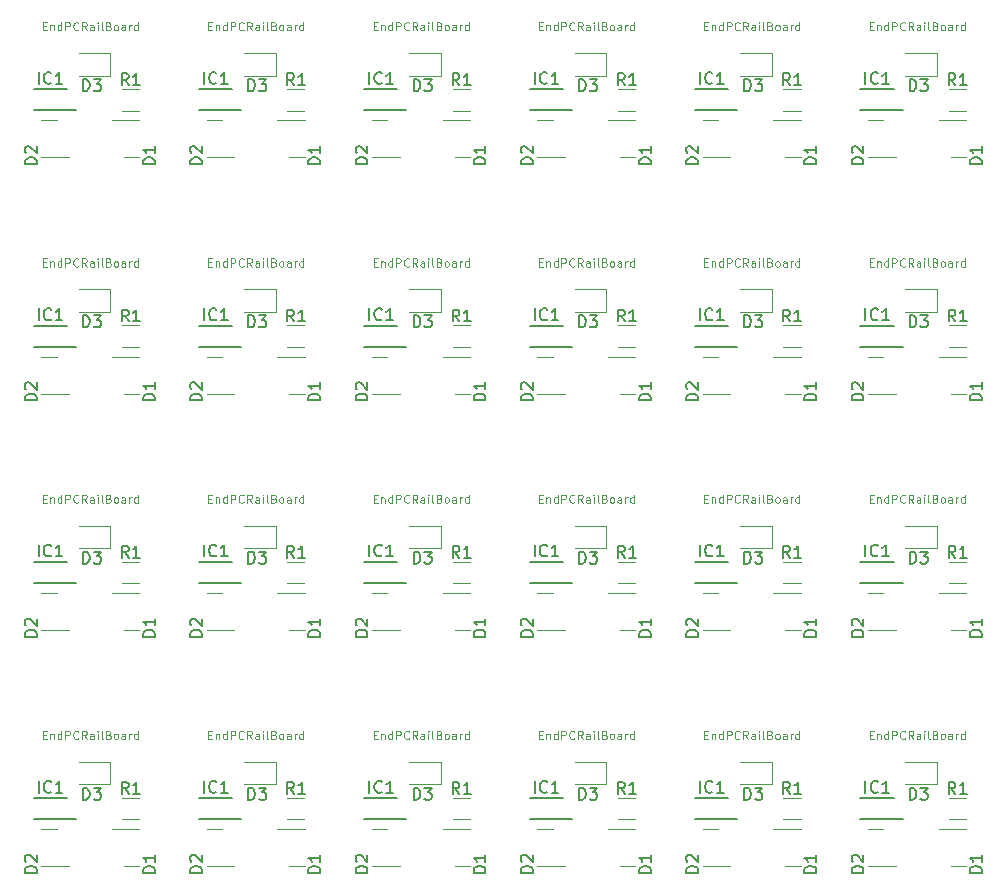
<source format=gto>
G04 #@! TF.GenerationSoftware,KiCad,Pcbnew,(6.0.9)*
G04 #@! TF.CreationDate,2022-12-08T09:34:55+09:00*
G04 #@! TF.ProjectId,EndPCRailBoard-PNLZ,456e6450-4352-4616-996c-426f6172642d,rev?*
G04 #@! TF.SameCoordinates,PX3938700PY1c9c380*
G04 #@! TF.FileFunction,Legend,Top*
G04 #@! TF.FilePolarity,Positive*
%FSLAX46Y46*%
G04 Gerber Fmt 4.6, Leading zero omitted, Abs format (unit mm)*
G04 Created by KiCad (PCBNEW (6.0.9)) date 2022-12-08 09:34:55*
%MOMM*%
%LPD*%
G01*
G04 APERTURE LIST*
%ADD10C,0.100000*%
%ADD11C,0.150000*%
%ADD12C,0.200000*%
%ADD13C,0.120000*%
G04 APERTURE END LIST*
D10*
X78983333Y-67750000D02*
X79216666Y-67750000D01*
X79316666Y-68116666D02*
X78983333Y-68116666D01*
X78983333Y-67416666D01*
X79316666Y-67416666D01*
X79616666Y-67650000D02*
X79616666Y-68116666D01*
X79616666Y-67716666D02*
X79650000Y-67683333D01*
X79716666Y-67650000D01*
X79816666Y-67650000D01*
X79883333Y-67683333D01*
X79916666Y-67750000D01*
X79916666Y-68116666D01*
X80550000Y-68116666D02*
X80550000Y-67416666D01*
X80550000Y-68083333D02*
X80483333Y-68116666D01*
X80350000Y-68116666D01*
X80283333Y-68083333D01*
X80250000Y-68050000D01*
X80216666Y-67983333D01*
X80216666Y-67783333D01*
X80250000Y-67716666D01*
X80283333Y-67683333D01*
X80350000Y-67650000D01*
X80483333Y-67650000D01*
X80550000Y-67683333D01*
X80883333Y-68116666D02*
X80883333Y-67416666D01*
X81150000Y-67416666D01*
X81216666Y-67450000D01*
X81250000Y-67483333D01*
X81283333Y-67550000D01*
X81283333Y-67650000D01*
X81250000Y-67716666D01*
X81216666Y-67750000D01*
X81150000Y-67783333D01*
X80883333Y-67783333D01*
X81983333Y-68050000D02*
X81950000Y-68083333D01*
X81850000Y-68116666D01*
X81783333Y-68116666D01*
X81683333Y-68083333D01*
X81616666Y-68016666D01*
X81583333Y-67950000D01*
X81550000Y-67816666D01*
X81550000Y-67716666D01*
X81583333Y-67583333D01*
X81616666Y-67516666D01*
X81683333Y-67450000D01*
X81783333Y-67416666D01*
X81850000Y-67416666D01*
X81950000Y-67450000D01*
X81983333Y-67483333D01*
X82683333Y-68116666D02*
X82450000Y-67783333D01*
X82283333Y-68116666D02*
X82283333Y-67416666D01*
X82550000Y-67416666D01*
X82616666Y-67450000D01*
X82650000Y-67483333D01*
X82683333Y-67550000D01*
X82683333Y-67650000D01*
X82650000Y-67716666D01*
X82616666Y-67750000D01*
X82550000Y-67783333D01*
X82283333Y-67783333D01*
X83283333Y-68116666D02*
X83283333Y-67750000D01*
X83250000Y-67683333D01*
X83183333Y-67650000D01*
X83050000Y-67650000D01*
X82983333Y-67683333D01*
X83283333Y-68083333D02*
X83216666Y-68116666D01*
X83050000Y-68116666D01*
X82983333Y-68083333D01*
X82950000Y-68016666D01*
X82950000Y-67950000D01*
X82983333Y-67883333D01*
X83050000Y-67850000D01*
X83216666Y-67850000D01*
X83283333Y-67816666D01*
X83616666Y-68116666D02*
X83616666Y-67650000D01*
X83616666Y-67416666D02*
X83583333Y-67450000D01*
X83616666Y-67483333D01*
X83650000Y-67450000D01*
X83616666Y-67416666D01*
X83616666Y-67483333D01*
X84050000Y-68116666D02*
X83983333Y-68083333D01*
X83950000Y-68016666D01*
X83950000Y-67416666D01*
X84550000Y-67750000D02*
X84650000Y-67783333D01*
X84683333Y-67816666D01*
X84716666Y-67883333D01*
X84716666Y-67983333D01*
X84683333Y-68050000D01*
X84650000Y-68083333D01*
X84583333Y-68116666D01*
X84316666Y-68116666D01*
X84316666Y-67416666D01*
X84550000Y-67416666D01*
X84616666Y-67450000D01*
X84650000Y-67483333D01*
X84683333Y-67550000D01*
X84683333Y-67616666D01*
X84650000Y-67683333D01*
X84616666Y-67716666D01*
X84550000Y-67750000D01*
X84316666Y-67750000D01*
X85116666Y-68116666D02*
X85050000Y-68083333D01*
X85016666Y-68050000D01*
X84983333Y-67983333D01*
X84983333Y-67783333D01*
X85016666Y-67716666D01*
X85050000Y-67683333D01*
X85116666Y-67650000D01*
X85216666Y-67650000D01*
X85283333Y-67683333D01*
X85316666Y-67716666D01*
X85350000Y-67783333D01*
X85350000Y-67983333D01*
X85316666Y-68050000D01*
X85283333Y-68083333D01*
X85216666Y-68116666D01*
X85116666Y-68116666D01*
X85950000Y-68116666D02*
X85950000Y-67750000D01*
X85916666Y-67683333D01*
X85850000Y-67650000D01*
X85716666Y-67650000D01*
X85650000Y-67683333D01*
X85950000Y-68083333D02*
X85883333Y-68116666D01*
X85716666Y-68116666D01*
X85650000Y-68083333D01*
X85616666Y-68016666D01*
X85616666Y-67950000D01*
X85650000Y-67883333D01*
X85716666Y-67850000D01*
X85883333Y-67850000D01*
X85950000Y-67816666D01*
X86283333Y-68116666D02*
X86283333Y-67650000D01*
X86283333Y-67783333D02*
X86316666Y-67716666D01*
X86350000Y-67683333D01*
X86416666Y-67650000D01*
X86483333Y-67650000D01*
X87016666Y-68116666D02*
X87016666Y-67416666D01*
X87016666Y-68083333D02*
X86950000Y-68116666D01*
X86816666Y-68116666D01*
X86750000Y-68083333D01*
X86716666Y-68050000D01*
X86683333Y-67983333D01*
X86683333Y-67783333D01*
X86716666Y-67716666D01*
X86750000Y-67683333D01*
X86816666Y-67650000D01*
X86950000Y-67650000D01*
X87016666Y-67683333D01*
X78983333Y-7750000D02*
X79216666Y-7750000D01*
X79316666Y-8116666D02*
X78983333Y-8116666D01*
X78983333Y-7416666D01*
X79316666Y-7416666D01*
X79616666Y-7650000D02*
X79616666Y-8116666D01*
X79616666Y-7716666D02*
X79650000Y-7683333D01*
X79716666Y-7650000D01*
X79816666Y-7650000D01*
X79883333Y-7683333D01*
X79916666Y-7750000D01*
X79916666Y-8116666D01*
X80550000Y-8116666D02*
X80550000Y-7416666D01*
X80550000Y-8083333D02*
X80483333Y-8116666D01*
X80350000Y-8116666D01*
X80283333Y-8083333D01*
X80250000Y-8050000D01*
X80216666Y-7983333D01*
X80216666Y-7783333D01*
X80250000Y-7716666D01*
X80283333Y-7683333D01*
X80350000Y-7650000D01*
X80483333Y-7650000D01*
X80550000Y-7683333D01*
X80883333Y-8116666D02*
X80883333Y-7416666D01*
X81150000Y-7416666D01*
X81216666Y-7450000D01*
X81250000Y-7483333D01*
X81283333Y-7550000D01*
X81283333Y-7650000D01*
X81250000Y-7716666D01*
X81216666Y-7750000D01*
X81150000Y-7783333D01*
X80883333Y-7783333D01*
X81983333Y-8050000D02*
X81950000Y-8083333D01*
X81850000Y-8116666D01*
X81783333Y-8116666D01*
X81683333Y-8083333D01*
X81616666Y-8016666D01*
X81583333Y-7950000D01*
X81550000Y-7816666D01*
X81550000Y-7716666D01*
X81583333Y-7583333D01*
X81616666Y-7516666D01*
X81683333Y-7450000D01*
X81783333Y-7416666D01*
X81850000Y-7416666D01*
X81950000Y-7450000D01*
X81983333Y-7483333D01*
X82683333Y-8116666D02*
X82450000Y-7783333D01*
X82283333Y-8116666D02*
X82283333Y-7416666D01*
X82550000Y-7416666D01*
X82616666Y-7450000D01*
X82650000Y-7483333D01*
X82683333Y-7550000D01*
X82683333Y-7650000D01*
X82650000Y-7716666D01*
X82616666Y-7750000D01*
X82550000Y-7783333D01*
X82283333Y-7783333D01*
X83283333Y-8116666D02*
X83283333Y-7750000D01*
X83250000Y-7683333D01*
X83183333Y-7650000D01*
X83050000Y-7650000D01*
X82983333Y-7683333D01*
X83283333Y-8083333D02*
X83216666Y-8116666D01*
X83050000Y-8116666D01*
X82983333Y-8083333D01*
X82950000Y-8016666D01*
X82950000Y-7950000D01*
X82983333Y-7883333D01*
X83050000Y-7850000D01*
X83216666Y-7850000D01*
X83283333Y-7816666D01*
X83616666Y-8116666D02*
X83616666Y-7650000D01*
X83616666Y-7416666D02*
X83583333Y-7450000D01*
X83616666Y-7483333D01*
X83650000Y-7450000D01*
X83616666Y-7416666D01*
X83616666Y-7483333D01*
X84050000Y-8116666D02*
X83983333Y-8083333D01*
X83950000Y-8016666D01*
X83950000Y-7416666D01*
X84550000Y-7750000D02*
X84650000Y-7783333D01*
X84683333Y-7816666D01*
X84716666Y-7883333D01*
X84716666Y-7983333D01*
X84683333Y-8050000D01*
X84650000Y-8083333D01*
X84583333Y-8116666D01*
X84316666Y-8116666D01*
X84316666Y-7416666D01*
X84550000Y-7416666D01*
X84616666Y-7450000D01*
X84650000Y-7483333D01*
X84683333Y-7550000D01*
X84683333Y-7616666D01*
X84650000Y-7683333D01*
X84616666Y-7716666D01*
X84550000Y-7750000D01*
X84316666Y-7750000D01*
X85116666Y-8116666D02*
X85050000Y-8083333D01*
X85016666Y-8050000D01*
X84983333Y-7983333D01*
X84983333Y-7783333D01*
X85016666Y-7716666D01*
X85050000Y-7683333D01*
X85116666Y-7650000D01*
X85216666Y-7650000D01*
X85283333Y-7683333D01*
X85316666Y-7716666D01*
X85350000Y-7783333D01*
X85350000Y-7983333D01*
X85316666Y-8050000D01*
X85283333Y-8083333D01*
X85216666Y-8116666D01*
X85116666Y-8116666D01*
X85950000Y-8116666D02*
X85950000Y-7750000D01*
X85916666Y-7683333D01*
X85850000Y-7650000D01*
X85716666Y-7650000D01*
X85650000Y-7683333D01*
X85950000Y-8083333D02*
X85883333Y-8116666D01*
X85716666Y-8116666D01*
X85650000Y-8083333D01*
X85616666Y-8016666D01*
X85616666Y-7950000D01*
X85650000Y-7883333D01*
X85716666Y-7850000D01*
X85883333Y-7850000D01*
X85950000Y-7816666D01*
X86283333Y-8116666D02*
X86283333Y-7650000D01*
X86283333Y-7783333D02*
X86316666Y-7716666D01*
X86350000Y-7683333D01*
X86416666Y-7650000D01*
X86483333Y-7650000D01*
X87016666Y-8116666D02*
X87016666Y-7416666D01*
X87016666Y-8083333D02*
X86950000Y-8116666D01*
X86816666Y-8116666D01*
X86750000Y-8083333D01*
X86716666Y-8050000D01*
X86683333Y-7983333D01*
X86683333Y-7783333D01*
X86716666Y-7716666D01*
X86750000Y-7683333D01*
X86816666Y-7650000D01*
X86950000Y-7650000D01*
X87016666Y-7683333D01*
X78983333Y-27750000D02*
X79216666Y-27750000D01*
X79316666Y-28116666D02*
X78983333Y-28116666D01*
X78983333Y-27416666D01*
X79316666Y-27416666D01*
X79616666Y-27650000D02*
X79616666Y-28116666D01*
X79616666Y-27716666D02*
X79650000Y-27683333D01*
X79716666Y-27650000D01*
X79816666Y-27650000D01*
X79883333Y-27683333D01*
X79916666Y-27750000D01*
X79916666Y-28116666D01*
X80550000Y-28116666D02*
X80550000Y-27416666D01*
X80550000Y-28083333D02*
X80483333Y-28116666D01*
X80350000Y-28116666D01*
X80283333Y-28083333D01*
X80250000Y-28050000D01*
X80216666Y-27983333D01*
X80216666Y-27783333D01*
X80250000Y-27716666D01*
X80283333Y-27683333D01*
X80350000Y-27650000D01*
X80483333Y-27650000D01*
X80550000Y-27683333D01*
X80883333Y-28116666D02*
X80883333Y-27416666D01*
X81150000Y-27416666D01*
X81216666Y-27450000D01*
X81250000Y-27483333D01*
X81283333Y-27550000D01*
X81283333Y-27650000D01*
X81250000Y-27716666D01*
X81216666Y-27750000D01*
X81150000Y-27783333D01*
X80883333Y-27783333D01*
X81983333Y-28050000D02*
X81950000Y-28083333D01*
X81850000Y-28116666D01*
X81783333Y-28116666D01*
X81683333Y-28083333D01*
X81616666Y-28016666D01*
X81583333Y-27950000D01*
X81550000Y-27816666D01*
X81550000Y-27716666D01*
X81583333Y-27583333D01*
X81616666Y-27516666D01*
X81683333Y-27450000D01*
X81783333Y-27416666D01*
X81850000Y-27416666D01*
X81950000Y-27450000D01*
X81983333Y-27483333D01*
X82683333Y-28116666D02*
X82450000Y-27783333D01*
X82283333Y-28116666D02*
X82283333Y-27416666D01*
X82550000Y-27416666D01*
X82616666Y-27450000D01*
X82650000Y-27483333D01*
X82683333Y-27550000D01*
X82683333Y-27650000D01*
X82650000Y-27716666D01*
X82616666Y-27750000D01*
X82550000Y-27783333D01*
X82283333Y-27783333D01*
X83283333Y-28116666D02*
X83283333Y-27750000D01*
X83250000Y-27683333D01*
X83183333Y-27650000D01*
X83050000Y-27650000D01*
X82983333Y-27683333D01*
X83283333Y-28083333D02*
X83216666Y-28116666D01*
X83050000Y-28116666D01*
X82983333Y-28083333D01*
X82950000Y-28016666D01*
X82950000Y-27950000D01*
X82983333Y-27883333D01*
X83050000Y-27850000D01*
X83216666Y-27850000D01*
X83283333Y-27816666D01*
X83616666Y-28116666D02*
X83616666Y-27650000D01*
X83616666Y-27416666D02*
X83583333Y-27450000D01*
X83616666Y-27483333D01*
X83650000Y-27450000D01*
X83616666Y-27416666D01*
X83616666Y-27483333D01*
X84050000Y-28116666D02*
X83983333Y-28083333D01*
X83950000Y-28016666D01*
X83950000Y-27416666D01*
X84550000Y-27750000D02*
X84650000Y-27783333D01*
X84683333Y-27816666D01*
X84716666Y-27883333D01*
X84716666Y-27983333D01*
X84683333Y-28050000D01*
X84650000Y-28083333D01*
X84583333Y-28116666D01*
X84316666Y-28116666D01*
X84316666Y-27416666D01*
X84550000Y-27416666D01*
X84616666Y-27450000D01*
X84650000Y-27483333D01*
X84683333Y-27550000D01*
X84683333Y-27616666D01*
X84650000Y-27683333D01*
X84616666Y-27716666D01*
X84550000Y-27750000D01*
X84316666Y-27750000D01*
X85116666Y-28116666D02*
X85050000Y-28083333D01*
X85016666Y-28050000D01*
X84983333Y-27983333D01*
X84983333Y-27783333D01*
X85016666Y-27716666D01*
X85050000Y-27683333D01*
X85116666Y-27650000D01*
X85216666Y-27650000D01*
X85283333Y-27683333D01*
X85316666Y-27716666D01*
X85350000Y-27783333D01*
X85350000Y-27983333D01*
X85316666Y-28050000D01*
X85283333Y-28083333D01*
X85216666Y-28116666D01*
X85116666Y-28116666D01*
X85950000Y-28116666D02*
X85950000Y-27750000D01*
X85916666Y-27683333D01*
X85850000Y-27650000D01*
X85716666Y-27650000D01*
X85650000Y-27683333D01*
X85950000Y-28083333D02*
X85883333Y-28116666D01*
X85716666Y-28116666D01*
X85650000Y-28083333D01*
X85616666Y-28016666D01*
X85616666Y-27950000D01*
X85650000Y-27883333D01*
X85716666Y-27850000D01*
X85883333Y-27850000D01*
X85950000Y-27816666D01*
X86283333Y-28116666D02*
X86283333Y-27650000D01*
X86283333Y-27783333D02*
X86316666Y-27716666D01*
X86350000Y-27683333D01*
X86416666Y-27650000D01*
X86483333Y-27650000D01*
X87016666Y-28116666D02*
X87016666Y-27416666D01*
X87016666Y-28083333D02*
X86950000Y-28116666D01*
X86816666Y-28116666D01*
X86750000Y-28083333D01*
X86716666Y-28050000D01*
X86683333Y-27983333D01*
X86683333Y-27783333D01*
X86716666Y-27716666D01*
X86750000Y-27683333D01*
X86816666Y-27650000D01*
X86950000Y-27650000D01*
X87016666Y-27683333D01*
X50983333Y-67750000D02*
X51216666Y-67750000D01*
X51316666Y-68116666D02*
X50983333Y-68116666D01*
X50983333Y-67416666D01*
X51316666Y-67416666D01*
X51616666Y-67650000D02*
X51616666Y-68116666D01*
X51616666Y-67716666D02*
X51650000Y-67683333D01*
X51716666Y-67650000D01*
X51816666Y-67650000D01*
X51883333Y-67683333D01*
X51916666Y-67750000D01*
X51916666Y-68116666D01*
X52550000Y-68116666D02*
X52550000Y-67416666D01*
X52550000Y-68083333D02*
X52483333Y-68116666D01*
X52350000Y-68116666D01*
X52283333Y-68083333D01*
X52250000Y-68050000D01*
X52216666Y-67983333D01*
X52216666Y-67783333D01*
X52250000Y-67716666D01*
X52283333Y-67683333D01*
X52350000Y-67650000D01*
X52483333Y-67650000D01*
X52550000Y-67683333D01*
X52883333Y-68116666D02*
X52883333Y-67416666D01*
X53150000Y-67416666D01*
X53216666Y-67450000D01*
X53250000Y-67483333D01*
X53283333Y-67550000D01*
X53283333Y-67650000D01*
X53250000Y-67716666D01*
X53216666Y-67750000D01*
X53150000Y-67783333D01*
X52883333Y-67783333D01*
X53983333Y-68050000D02*
X53950000Y-68083333D01*
X53850000Y-68116666D01*
X53783333Y-68116666D01*
X53683333Y-68083333D01*
X53616666Y-68016666D01*
X53583333Y-67950000D01*
X53550000Y-67816666D01*
X53550000Y-67716666D01*
X53583333Y-67583333D01*
X53616666Y-67516666D01*
X53683333Y-67450000D01*
X53783333Y-67416666D01*
X53850000Y-67416666D01*
X53950000Y-67450000D01*
X53983333Y-67483333D01*
X54683333Y-68116666D02*
X54450000Y-67783333D01*
X54283333Y-68116666D02*
X54283333Y-67416666D01*
X54550000Y-67416666D01*
X54616666Y-67450000D01*
X54650000Y-67483333D01*
X54683333Y-67550000D01*
X54683333Y-67650000D01*
X54650000Y-67716666D01*
X54616666Y-67750000D01*
X54550000Y-67783333D01*
X54283333Y-67783333D01*
X55283333Y-68116666D02*
X55283333Y-67750000D01*
X55250000Y-67683333D01*
X55183333Y-67650000D01*
X55050000Y-67650000D01*
X54983333Y-67683333D01*
X55283333Y-68083333D02*
X55216666Y-68116666D01*
X55050000Y-68116666D01*
X54983333Y-68083333D01*
X54950000Y-68016666D01*
X54950000Y-67950000D01*
X54983333Y-67883333D01*
X55050000Y-67850000D01*
X55216666Y-67850000D01*
X55283333Y-67816666D01*
X55616666Y-68116666D02*
X55616666Y-67650000D01*
X55616666Y-67416666D02*
X55583333Y-67450000D01*
X55616666Y-67483333D01*
X55650000Y-67450000D01*
X55616666Y-67416666D01*
X55616666Y-67483333D01*
X56050000Y-68116666D02*
X55983333Y-68083333D01*
X55950000Y-68016666D01*
X55950000Y-67416666D01*
X56550000Y-67750000D02*
X56650000Y-67783333D01*
X56683333Y-67816666D01*
X56716666Y-67883333D01*
X56716666Y-67983333D01*
X56683333Y-68050000D01*
X56650000Y-68083333D01*
X56583333Y-68116666D01*
X56316666Y-68116666D01*
X56316666Y-67416666D01*
X56550000Y-67416666D01*
X56616666Y-67450000D01*
X56650000Y-67483333D01*
X56683333Y-67550000D01*
X56683333Y-67616666D01*
X56650000Y-67683333D01*
X56616666Y-67716666D01*
X56550000Y-67750000D01*
X56316666Y-67750000D01*
X57116666Y-68116666D02*
X57050000Y-68083333D01*
X57016666Y-68050000D01*
X56983333Y-67983333D01*
X56983333Y-67783333D01*
X57016666Y-67716666D01*
X57050000Y-67683333D01*
X57116666Y-67650000D01*
X57216666Y-67650000D01*
X57283333Y-67683333D01*
X57316666Y-67716666D01*
X57350000Y-67783333D01*
X57350000Y-67983333D01*
X57316666Y-68050000D01*
X57283333Y-68083333D01*
X57216666Y-68116666D01*
X57116666Y-68116666D01*
X57950000Y-68116666D02*
X57950000Y-67750000D01*
X57916666Y-67683333D01*
X57850000Y-67650000D01*
X57716666Y-67650000D01*
X57650000Y-67683333D01*
X57950000Y-68083333D02*
X57883333Y-68116666D01*
X57716666Y-68116666D01*
X57650000Y-68083333D01*
X57616666Y-68016666D01*
X57616666Y-67950000D01*
X57650000Y-67883333D01*
X57716666Y-67850000D01*
X57883333Y-67850000D01*
X57950000Y-67816666D01*
X58283333Y-68116666D02*
X58283333Y-67650000D01*
X58283333Y-67783333D02*
X58316666Y-67716666D01*
X58350000Y-67683333D01*
X58416666Y-67650000D01*
X58483333Y-67650000D01*
X59016666Y-68116666D02*
X59016666Y-67416666D01*
X59016666Y-68083333D02*
X58950000Y-68116666D01*
X58816666Y-68116666D01*
X58750000Y-68083333D01*
X58716666Y-68050000D01*
X58683333Y-67983333D01*
X58683333Y-67783333D01*
X58716666Y-67716666D01*
X58750000Y-67683333D01*
X58816666Y-67650000D01*
X58950000Y-67650000D01*
X59016666Y-67683333D01*
X22983333Y-27750000D02*
X23216666Y-27750000D01*
X23316666Y-28116666D02*
X22983333Y-28116666D01*
X22983333Y-27416666D01*
X23316666Y-27416666D01*
X23616666Y-27650000D02*
X23616666Y-28116666D01*
X23616666Y-27716666D02*
X23650000Y-27683333D01*
X23716666Y-27650000D01*
X23816666Y-27650000D01*
X23883333Y-27683333D01*
X23916666Y-27750000D01*
X23916666Y-28116666D01*
X24550000Y-28116666D02*
X24550000Y-27416666D01*
X24550000Y-28083333D02*
X24483333Y-28116666D01*
X24350000Y-28116666D01*
X24283333Y-28083333D01*
X24250000Y-28050000D01*
X24216666Y-27983333D01*
X24216666Y-27783333D01*
X24250000Y-27716666D01*
X24283333Y-27683333D01*
X24350000Y-27650000D01*
X24483333Y-27650000D01*
X24550000Y-27683333D01*
X24883333Y-28116666D02*
X24883333Y-27416666D01*
X25150000Y-27416666D01*
X25216666Y-27450000D01*
X25250000Y-27483333D01*
X25283333Y-27550000D01*
X25283333Y-27650000D01*
X25250000Y-27716666D01*
X25216666Y-27750000D01*
X25150000Y-27783333D01*
X24883333Y-27783333D01*
X25983333Y-28050000D02*
X25950000Y-28083333D01*
X25850000Y-28116666D01*
X25783333Y-28116666D01*
X25683333Y-28083333D01*
X25616666Y-28016666D01*
X25583333Y-27950000D01*
X25550000Y-27816666D01*
X25550000Y-27716666D01*
X25583333Y-27583333D01*
X25616666Y-27516666D01*
X25683333Y-27450000D01*
X25783333Y-27416666D01*
X25850000Y-27416666D01*
X25950000Y-27450000D01*
X25983333Y-27483333D01*
X26683333Y-28116666D02*
X26450000Y-27783333D01*
X26283333Y-28116666D02*
X26283333Y-27416666D01*
X26550000Y-27416666D01*
X26616666Y-27450000D01*
X26650000Y-27483333D01*
X26683333Y-27550000D01*
X26683333Y-27650000D01*
X26650000Y-27716666D01*
X26616666Y-27750000D01*
X26550000Y-27783333D01*
X26283333Y-27783333D01*
X27283333Y-28116666D02*
X27283333Y-27750000D01*
X27250000Y-27683333D01*
X27183333Y-27650000D01*
X27050000Y-27650000D01*
X26983333Y-27683333D01*
X27283333Y-28083333D02*
X27216666Y-28116666D01*
X27050000Y-28116666D01*
X26983333Y-28083333D01*
X26950000Y-28016666D01*
X26950000Y-27950000D01*
X26983333Y-27883333D01*
X27050000Y-27850000D01*
X27216666Y-27850000D01*
X27283333Y-27816666D01*
X27616666Y-28116666D02*
X27616666Y-27650000D01*
X27616666Y-27416666D02*
X27583333Y-27450000D01*
X27616666Y-27483333D01*
X27650000Y-27450000D01*
X27616666Y-27416666D01*
X27616666Y-27483333D01*
X28050000Y-28116666D02*
X27983333Y-28083333D01*
X27950000Y-28016666D01*
X27950000Y-27416666D01*
X28550000Y-27750000D02*
X28650000Y-27783333D01*
X28683333Y-27816666D01*
X28716666Y-27883333D01*
X28716666Y-27983333D01*
X28683333Y-28050000D01*
X28650000Y-28083333D01*
X28583333Y-28116666D01*
X28316666Y-28116666D01*
X28316666Y-27416666D01*
X28550000Y-27416666D01*
X28616666Y-27450000D01*
X28650000Y-27483333D01*
X28683333Y-27550000D01*
X28683333Y-27616666D01*
X28650000Y-27683333D01*
X28616666Y-27716666D01*
X28550000Y-27750000D01*
X28316666Y-27750000D01*
X29116666Y-28116666D02*
X29050000Y-28083333D01*
X29016666Y-28050000D01*
X28983333Y-27983333D01*
X28983333Y-27783333D01*
X29016666Y-27716666D01*
X29050000Y-27683333D01*
X29116666Y-27650000D01*
X29216666Y-27650000D01*
X29283333Y-27683333D01*
X29316666Y-27716666D01*
X29350000Y-27783333D01*
X29350000Y-27983333D01*
X29316666Y-28050000D01*
X29283333Y-28083333D01*
X29216666Y-28116666D01*
X29116666Y-28116666D01*
X29950000Y-28116666D02*
X29950000Y-27750000D01*
X29916666Y-27683333D01*
X29850000Y-27650000D01*
X29716666Y-27650000D01*
X29650000Y-27683333D01*
X29950000Y-28083333D02*
X29883333Y-28116666D01*
X29716666Y-28116666D01*
X29650000Y-28083333D01*
X29616666Y-28016666D01*
X29616666Y-27950000D01*
X29650000Y-27883333D01*
X29716666Y-27850000D01*
X29883333Y-27850000D01*
X29950000Y-27816666D01*
X30283333Y-28116666D02*
X30283333Y-27650000D01*
X30283333Y-27783333D02*
X30316666Y-27716666D01*
X30350000Y-27683333D01*
X30416666Y-27650000D01*
X30483333Y-27650000D01*
X31016666Y-28116666D02*
X31016666Y-27416666D01*
X31016666Y-28083333D02*
X30950000Y-28116666D01*
X30816666Y-28116666D01*
X30750000Y-28083333D01*
X30716666Y-28050000D01*
X30683333Y-27983333D01*
X30683333Y-27783333D01*
X30716666Y-27716666D01*
X30750000Y-27683333D01*
X30816666Y-27650000D01*
X30950000Y-27650000D01*
X31016666Y-27683333D01*
X22983333Y-7750000D02*
X23216666Y-7750000D01*
X23316666Y-8116666D02*
X22983333Y-8116666D01*
X22983333Y-7416666D01*
X23316666Y-7416666D01*
X23616666Y-7650000D02*
X23616666Y-8116666D01*
X23616666Y-7716666D02*
X23650000Y-7683333D01*
X23716666Y-7650000D01*
X23816666Y-7650000D01*
X23883333Y-7683333D01*
X23916666Y-7750000D01*
X23916666Y-8116666D01*
X24550000Y-8116666D02*
X24550000Y-7416666D01*
X24550000Y-8083333D02*
X24483333Y-8116666D01*
X24350000Y-8116666D01*
X24283333Y-8083333D01*
X24250000Y-8050000D01*
X24216666Y-7983333D01*
X24216666Y-7783333D01*
X24250000Y-7716666D01*
X24283333Y-7683333D01*
X24350000Y-7650000D01*
X24483333Y-7650000D01*
X24550000Y-7683333D01*
X24883333Y-8116666D02*
X24883333Y-7416666D01*
X25150000Y-7416666D01*
X25216666Y-7450000D01*
X25250000Y-7483333D01*
X25283333Y-7550000D01*
X25283333Y-7650000D01*
X25250000Y-7716666D01*
X25216666Y-7750000D01*
X25150000Y-7783333D01*
X24883333Y-7783333D01*
X25983333Y-8050000D02*
X25950000Y-8083333D01*
X25850000Y-8116666D01*
X25783333Y-8116666D01*
X25683333Y-8083333D01*
X25616666Y-8016666D01*
X25583333Y-7950000D01*
X25550000Y-7816666D01*
X25550000Y-7716666D01*
X25583333Y-7583333D01*
X25616666Y-7516666D01*
X25683333Y-7450000D01*
X25783333Y-7416666D01*
X25850000Y-7416666D01*
X25950000Y-7450000D01*
X25983333Y-7483333D01*
X26683333Y-8116666D02*
X26450000Y-7783333D01*
X26283333Y-8116666D02*
X26283333Y-7416666D01*
X26550000Y-7416666D01*
X26616666Y-7450000D01*
X26650000Y-7483333D01*
X26683333Y-7550000D01*
X26683333Y-7650000D01*
X26650000Y-7716666D01*
X26616666Y-7750000D01*
X26550000Y-7783333D01*
X26283333Y-7783333D01*
X27283333Y-8116666D02*
X27283333Y-7750000D01*
X27250000Y-7683333D01*
X27183333Y-7650000D01*
X27050000Y-7650000D01*
X26983333Y-7683333D01*
X27283333Y-8083333D02*
X27216666Y-8116666D01*
X27050000Y-8116666D01*
X26983333Y-8083333D01*
X26950000Y-8016666D01*
X26950000Y-7950000D01*
X26983333Y-7883333D01*
X27050000Y-7850000D01*
X27216666Y-7850000D01*
X27283333Y-7816666D01*
X27616666Y-8116666D02*
X27616666Y-7650000D01*
X27616666Y-7416666D02*
X27583333Y-7450000D01*
X27616666Y-7483333D01*
X27650000Y-7450000D01*
X27616666Y-7416666D01*
X27616666Y-7483333D01*
X28050000Y-8116666D02*
X27983333Y-8083333D01*
X27950000Y-8016666D01*
X27950000Y-7416666D01*
X28550000Y-7750000D02*
X28650000Y-7783333D01*
X28683333Y-7816666D01*
X28716666Y-7883333D01*
X28716666Y-7983333D01*
X28683333Y-8050000D01*
X28650000Y-8083333D01*
X28583333Y-8116666D01*
X28316666Y-8116666D01*
X28316666Y-7416666D01*
X28550000Y-7416666D01*
X28616666Y-7450000D01*
X28650000Y-7483333D01*
X28683333Y-7550000D01*
X28683333Y-7616666D01*
X28650000Y-7683333D01*
X28616666Y-7716666D01*
X28550000Y-7750000D01*
X28316666Y-7750000D01*
X29116666Y-8116666D02*
X29050000Y-8083333D01*
X29016666Y-8050000D01*
X28983333Y-7983333D01*
X28983333Y-7783333D01*
X29016666Y-7716666D01*
X29050000Y-7683333D01*
X29116666Y-7650000D01*
X29216666Y-7650000D01*
X29283333Y-7683333D01*
X29316666Y-7716666D01*
X29350000Y-7783333D01*
X29350000Y-7983333D01*
X29316666Y-8050000D01*
X29283333Y-8083333D01*
X29216666Y-8116666D01*
X29116666Y-8116666D01*
X29950000Y-8116666D02*
X29950000Y-7750000D01*
X29916666Y-7683333D01*
X29850000Y-7650000D01*
X29716666Y-7650000D01*
X29650000Y-7683333D01*
X29950000Y-8083333D02*
X29883333Y-8116666D01*
X29716666Y-8116666D01*
X29650000Y-8083333D01*
X29616666Y-8016666D01*
X29616666Y-7950000D01*
X29650000Y-7883333D01*
X29716666Y-7850000D01*
X29883333Y-7850000D01*
X29950000Y-7816666D01*
X30283333Y-8116666D02*
X30283333Y-7650000D01*
X30283333Y-7783333D02*
X30316666Y-7716666D01*
X30350000Y-7683333D01*
X30416666Y-7650000D01*
X30483333Y-7650000D01*
X31016666Y-8116666D02*
X31016666Y-7416666D01*
X31016666Y-8083333D02*
X30950000Y-8116666D01*
X30816666Y-8116666D01*
X30750000Y-8083333D01*
X30716666Y-8050000D01*
X30683333Y-7983333D01*
X30683333Y-7783333D01*
X30716666Y-7716666D01*
X30750000Y-7683333D01*
X30816666Y-7650000D01*
X30950000Y-7650000D01*
X31016666Y-7683333D01*
X50983333Y-47750000D02*
X51216666Y-47750000D01*
X51316666Y-48116666D02*
X50983333Y-48116666D01*
X50983333Y-47416666D01*
X51316666Y-47416666D01*
X51616666Y-47650000D02*
X51616666Y-48116666D01*
X51616666Y-47716666D02*
X51650000Y-47683333D01*
X51716666Y-47650000D01*
X51816666Y-47650000D01*
X51883333Y-47683333D01*
X51916666Y-47750000D01*
X51916666Y-48116666D01*
X52550000Y-48116666D02*
X52550000Y-47416666D01*
X52550000Y-48083333D02*
X52483333Y-48116666D01*
X52350000Y-48116666D01*
X52283333Y-48083333D01*
X52250000Y-48050000D01*
X52216666Y-47983333D01*
X52216666Y-47783333D01*
X52250000Y-47716666D01*
X52283333Y-47683333D01*
X52350000Y-47650000D01*
X52483333Y-47650000D01*
X52550000Y-47683333D01*
X52883333Y-48116666D02*
X52883333Y-47416666D01*
X53150000Y-47416666D01*
X53216666Y-47450000D01*
X53250000Y-47483333D01*
X53283333Y-47550000D01*
X53283333Y-47650000D01*
X53250000Y-47716666D01*
X53216666Y-47750000D01*
X53150000Y-47783333D01*
X52883333Y-47783333D01*
X53983333Y-48050000D02*
X53950000Y-48083333D01*
X53850000Y-48116666D01*
X53783333Y-48116666D01*
X53683333Y-48083333D01*
X53616666Y-48016666D01*
X53583333Y-47950000D01*
X53550000Y-47816666D01*
X53550000Y-47716666D01*
X53583333Y-47583333D01*
X53616666Y-47516666D01*
X53683333Y-47450000D01*
X53783333Y-47416666D01*
X53850000Y-47416666D01*
X53950000Y-47450000D01*
X53983333Y-47483333D01*
X54683333Y-48116666D02*
X54450000Y-47783333D01*
X54283333Y-48116666D02*
X54283333Y-47416666D01*
X54550000Y-47416666D01*
X54616666Y-47450000D01*
X54650000Y-47483333D01*
X54683333Y-47550000D01*
X54683333Y-47650000D01*
X54650000Y-47716666D01*
X54616666Y-47750000D01*
X54550000Y-47783333D01*
X54283333Y-47783333D01*
X55283333Y-48116666D02*
X55283333Y-47750000D01*
X55250000Y-47683333D01*
X55183333Y-47650000D01*
X55050000Y-47650000D01*
X54983333Y-47683333D01*
X55283333Y-48083333D02*
X55216666Y-48116666D01*
X55050000Y-48116666D01*
X54983333Y-48083333D01*
X54950000Y-48016666D01*
X54950000Y-47950000D01*
X54983333Y-47883333D01*
X55050000Y-47850000D01*
X55216666Y-47850000D01*
X55283333Y-47816666D01*
X55616666Y-48116666D02*
X55616666Y-47650000D01*
X55616666Y-47416666D02*
X55583333Y-47450000D01*
X55616666Y-47483333D01*
X55650000Y-47450000D01*
X55616666Y-47416666D01*
X55616666Y-47483333D01*
X56050000Y-48116666D02*
X55983333Y-48083333D01*
X55950000Y-48016666D01*
X55950000Y-47416666D01*
X56550000Y-47750000D02*
X56650000Y-47783333D01*
X56683333Y-47816666D01*
X56716666Y-47883333D01*
X56716666Y-47983333D01*
X56683333Y-48050000D01*
X56650000Y-48083333D01*
X56583333Y-48116666D01*
X56316666Y-48116666D01*
X56316666Y-47416666D01*
X56550000Y-47416666D01*
X56616666Y-47450000D01*
X56650000Y-47483333D01*
X56683333Y-47550000D01*
X56683333Y-47616666D01*
X56650000Y-47683333D01*
X56616666Y-47716666D01*
X56550000Y-47750000D01*
X56316666Y-47750000D01*
X57116666Y-48116666D02*
X57050000Y-48083333D01*
X57016666Y-48050000D01*
X56983333Y-47983333D01*
X56983333Y-47783333D01*
X57016666Y-47716666D01*
X57050000Y-47683333D01*
X57116666Y-47650000D01*
X57216666Y-47650000D01*
X57283333Y-47683333D01*
X57316666Y-47716666D01*
X57350000Y-47783333D01*
X57350000Y-47983333D01*
X57316666Y-48050000D01*
X57283333Y-48083333D01*
X57216666Y-48116666D01*
X57116666Y-48116666D01*
X57950000Y-48116666D02*
X57950000Y-47750000D01*
X57916666Y-47683333D01*
X57850000Y-47650000D01*
X57716666Y-47650000D01*
X57650000Y-47683333D01*
X57950000Y-48083333D02*
X57883333Y-48116666D01*
X57716666Y-48116666D01*
X57650000Y-48083333D01*
X57616666Y-48016666D01*
X57616666Y-47950000D01*
X57650000Y-47883333D01*
X57716666Y-47850000D01*
X57883333Y-47850000D01*
X57950000Y-47816666D01*
X58283333Y-48116666D02*
X58283333Y-47650000D01*
X58283333Y-47783333D02*
X58316666Y-47716666D01*
X58350000Y-47683333D01*
X58416666Y-47650000D01*
X58483333Y-47650000D01*
X59016666Y-48116666D02*
X59016666Y-47416666D01*
X59016666Y-48083333D02*
X58950000Y-48116666D01*
X58816666Y-48116666D01*
X58750000Y-48083333D01*
X58716666Y-48050000D01*
X58683333Y-47983333D01*
X58683333Y-47783333D01*
X58716666Y-47716666D01*
X58750000Y-47683333D01*
X58816666Y-47650000D01*
X58950000Y-47650000D01*
X59016666Y-47683333D01*
X50983333Y-7750000D02*
X51216666Y-7750000D01*
X51316666Y-8116666D02*
X50983333Y-8116666D01*
X50983333Y-7416666D01*
X51316666Y-7416666D01*
X51616666Y-7650000D02*
X51616666Y-8116666D01*
X51616666Y-7716666D02*
X51650000Y-7683333D01*
X51716666Y-7650000D01*
X51816666Y-7650000D01*
X51883333Y-7683333D01*
X51916666Y-7750000D01*
X51916666Y-8116666D01*
X52550000Y-8116666D02*
X52550000Y-7416666D01*
X52550000Y-8083333D02*
X52483333Y-8116666D01*
X52350000Y-8116666D01*
X52283333Y-8083333D01*
X52250000Y-8050000D01*
X52216666Y-7983333D01*
X52216666Y-7783333D01*
X52250000Y-7716666D01*
X52283333Y-7683333D01*
X52350000Y-7650000D01*
X52483333Y-7650000D01*
X52550000Y-7683333D01*
X52883333Y-8116666D02*
X52883333Y-7416666D01*
X53150000Y-7416666D01*
X53216666Y-7450000D01*
X53250000Y-7483333D01*
X53283333Y-7550000D01*
X53283333Y-7650000D01*
X53250000Y-7716666D01*
X53216666Y-7750000D01*
X53150000Y-7783333D01*
X52883333Y-7783333D01*
X53983333Y-8050000D02*
X53950000Y-8083333D01*
X53850000Y-8116666D01*
X53783333Y-8116666D01*
X53683333Y-8083333D01*
X53616666Y-8016666D01*
X53583333Y-7950000D01*
X53550000Y-7816666D01*
X53550000Y-7716666D01*
X53583333Y-7583333D01*
X53616666Y-7516666D01*
X53683333Y-7450000D01*
X53783333Y-7416666D01*
X53850000Y-7416666D01*
X53950000Y-7450000D01*
X53983333Y-7483333D01*
X54683333Y-8116666D02*
X54450000Y-7783333D01*
X54283333Y-8116666D02*
X54283333Y-7416666D01*
X54550000Y-7416666D01*
X54616666Y-7450000D01*
X54650000Y-7483333D01*
X54683333Y-7550000D01*
X54683333Y-7650000D01*
X54650000Y-7716666D01*
X54616666Y-7750000D01*
X54550000Y-7783333D01*
X54283333Y-7783333D01*
X55283333Y-8116666D02*
X55283333Y-7750000D01*
X55250000Y-7683333D01*
X55183333Y-7650000D01*
X55050000Y-7650000D01*
X54983333Y-7683333D01*
X55283333Y-8083333D02*
X55216666Y-8116666D01*
X55050000Y-8116666D01*
X54983333Y-8083333D01*
X54950000Y-8016666D01*
X54950000Y-7950000D01*
X54983333Y-7883333D01*
X55050000Y-7850000D01*
X55216666Y-7850000D01*
X55283333Y-7816666D01*
X55616666Y-8116666D02*
X55616666Y-7650000D01*
X55616666Y-7416666D02*
X55583333Y-7450000D01*
X55616666Y-7483333D01*
X55650000Y-7450000D01*
X55616666Y-7416666D01*
X55616666Y-7483333D01*
X56050000Y-8116666D02*
X55983333Y-8083333D01*
X55950000Y-8016666D01*
X55950000Y-7416666D01*
X56550000Y-7750000D02*
X56650000Y-7783333D01*
X56683333Y-7816666D01*
X56716666Y-7883333D01*
X56716666Y-7983333D01*
X56683333Y-8050000D01*
X56650000Y-8083333D01*
X56583333Y-8116666D01*
X56316666Y-8116666D01*
X56316666Y-7416666D01*
X56550000Y-7416666D01*
X56616666Y-7450000D01*
X56650000Y-7483333D01*
X56683333Y-7550000D01*
X56683333Y-7616666D01*
X56650000Y-7683333D01*
X56616666Y-7716666D01*
X56550000Y-7750000D01*
X56316666Y-7750000D01*
X57116666Y-8116666D02*
X57050000Y-8083333D01*
X57016666Y-8050000D01*
X56983333Y-7983333D01*
X56983333Y-7783333D01*
X57016666Y-7716666D01*
X57050000Y-7683333D01*
X57116666Y-7650000D01*
X57216666Y-7650000D01*
X57283333Y-7683333D01*
X57316666Y-7716666D01*
X57350000Y-7783333D01*
X57350000Y-7983333D01*
X57316666Y-8050000D01*
X57283333Y-8083333D01*
X57216666Y-8116666D01*
X57116666Y-8116666D01*
X57950000Y-8116666D02*
X57950000Y-7750000D01*
X57916666Y-7683333D01*
X57850000Y-7650000D01*
X57716666Y-7650000D01*
X57650000Y-7683333D01*
X57950000Y-8083333D02*
X57883333Y-8116666D01*
X57716666Y-8116666D01*
X57650000Y-8083333D01*
X57616666Y-8016666D01*
X57616666Y-7950000D01*
X57650000Y-7883333D01*
X57716666Y-7850000D01*
X57883333Y-7850000D01*
X57950000Y-7816666D01*
X58283333Y-8116666D02*
X58283333Y-7650000D01*
X58283333Y-7783333D02*
X58316666Y-7716666D01*
X58350000Y-7683333D01*
X58416666Y-7650000D01*
X58483333Y-7650000D01*
X59016666Y-8116666D02*
X59016666Y-7416666D01*
X59016666Y-8083333D02*
X58950000Y-8116666D01*
X58816666Y-8116666D01*
X58750000Y-8083333D01*
X58716666Y-8050000D01*
X58683333Y-7983333D01*
X58683333Y-7783333D01*
X58716666Y-7716666D01*
X58750000Y-7683333D01*
X58816666Y-7650000D01*
X58950000Y-7650000D01*
X59016666Y-7683333D01*
X22983333Y-67750000D02*
X23216666Y-67750000D01*
X23316666Y-68116666D02*
X22983333Y-68116666D01*
X22983333Y-67416666D01*
X23316666Y-67416666D01*
X23616666Y-67650000D02*
X23616666Y-68116666D01*
X23616666Y-67716666D02*
X23650000Y-67683333D01*
X23716666Y-67650000D01*
X23816666Y-67650000D01*
X23883333Y-67683333D01*
X23916666Y-67750000D01*
X23916666Y-68116666D01*
X24550000Y-68116666D02*
X24550000Y-67416666D01*
X24550000Y-68083333D02*
X24483333Y-68116666D01*
X24350000Y-68116666D01*
X24283333Y-68083333D01*
X24250000Y-68050000D01*
X24216666Y-67983333D01*
X24216666Y-67783333D01*
X24250000Y-67716666D01*
X24283333Y-67683333D01*
X24350000Y-67650000D01*
X24483333Y-67650000D01*
X24550000Y-67683333D01*
X24883333Y-68116666D02*
X24883333Y-67416666D01*
X25150000Y-67416666D01*
X25216666Y-67450000D01*
X25250000Y-67483333D01*
X25283333Y-67550000D01*
X25283333Y-67650000D01*
X25250000Y-67716666D01*
X25216666Y-67750000D01*
X25150000Y-67783333D01*
X24883333Y-67783333D01*
X25983333Y-68050000D02*
X25950000Y-68083333D01*
X25850000Y-68116666D01*
X25783333Y-68116666D01*
X25683333Y-68083333D01*
X25616666Y-68016666D01*
X25583333Y-67950000D01*
X25550000Y-67816666D01*
X25550000Y-67716666D01*
X25583333Y-67583333D01*
X25616666Y-67516666D01*
X25683333Y-67450000D01*
X25783333Y-67416666D01*
X25850000Y-67416666D01*
X25950000Y-67450000D01*
X25983333Y-67483333D01*
X26683333Y-68116666D02*
X26450000Y-67783333D01*
X26283333Y-68116666D02*
X26283333Y-67416666D01*
X26550000Y-67416666D01*
X26616666Y-67450000D01*
X26650000Y-67483333D01*
X26683333Y-67550000D01*
X26683333Y-67650000D01*
X26650000Y-67716666D01*
X26616666Y-67750000D01*
X26550000Y-67783333D01*
X26283333Y-67783333D01*
X27283333Y-68116666D02*
X27283333Y-67750000D01*
X27250000Y-67683333D01*
X27183333Y-67650000D01*
X27050000Y-67650000D01*
X26983333Y-67683333D01*
X27283333Y-68083333D02*
X27216666Y-68116666D01*
X27050000Y-68116666D01*
X26983333Y-68083333D01*
X26950000Y-68016666D01*
X26950000Y-67950000D01*
X26983333Y-67883333D01*
X27050000Y-67850000D01*
X27216666Y-67850000D01*
X27283333Y-67816666D01*
X27616666Y-68116666D02*
X27616666Y-67650000D01*
X27616666Y-67416666D02*
X27583333Y-67450000D01*
X27616666Y-67483333D01*
X27650000Y-67450000D01*
X27616666Y-67416666D01*
X27616666Y-67483333D01*
X28050000Y-68116666D02*
X27983333Y-68083333D01*
X27950000Y-68016666D01*
X27950000Y-67416666D01*
X28550000Y-67750000D02*
X28650000Y-67783333D01*
X28683333Y-67816666D01*
X28716666Y-67883333D01*
X28716666Y-67983333D01*
X28683333Y-68050000D01*
X28650000Y-68083333D01*
X28583333Y-68116666D01*
X28316666Y-68116666D01*
X28316666Y-67416666D01*
X28550000Y-67416666D01*
X28616666Y-67450000D01*
X28650000Y-67483333D01*
X28683333Y-67550000D01*
X28683333Y-67616666D01*
X28650000Y-67683333D01*
X28616666Y-67716666D01*
X28550000Y-67750000D01*
X28316666Y-67750000D01*
X29116666Y-68116666D02*
X29050000Y-68083333D01*
X29016666Y-68050000D01*
X28983333Y-67983333D01*
X28983333Y-67783333D01*
X29016666Y-67716666D01*
X29050000Y-67683333D01*
X29116666Y-67650000D01*
X29216666Y-67650000D01*
X29283333Y-67683333D01*
X29316666Y-67716666D01*
X29350000Y-67783333D01*
X29350000Y-67983333D01*
X29316666Y-68050000D01*
X29283333Y-68083333D01*
X29216666Y-68116666D01*
X29116666Y-68116666D01*
X29950000Y-68116666D02*
X29950000Y-67750000D01*
X29916666Y-67683333D01*
X29850000Y-67650000D01*
X29716666Y-67650000D01*
X29650000Y-67683333D01*
X29950000Y-68083333D02*
X29883333Y-68116666D01*
X29716666Y-68116666D01*
X29650000Y-68083333D01*
X29616666Y-68016666D01*
X29616666Y-67950000D01*
X29650000Y-67883333D01*
X29716666Y-67850000D01*
X29883333Y-67850000D01*
X29950000Y-67816666D01*
X30283333Y-68116666D02*
X30283333Y-67650000D01*
X30283333Y-67783333D02*
X30316666Y-67716666D01*
X30350000Y-67683333D01*
X30416666Y-67650000D01*
X30483333Y-67650000D01*
X31016666Y-68116666D02*
X31016666Y-67416666D01*
X31016666Y-68083333D02*
X30950000Y-68116666D01*
X30816666Y-68116666D01*
X30750000Y-68083333D01*
X30716666Y-68050000D01*
X30683333Y-67983333D01*
X30683333Y-67783333D01*
X30716666Y-67716666D01*
X30750000Y-67683333D01*
X30816666Y-67650000D01*
X30950000Y-67650000D01*
X31016666Y-67683333D01*
X36983333Y-27750000D02*
X37216666Y-27750000D01*
X37316666Y-28116666D02*
X36983333Y-28116666D01*
X36983333Y-27416666D01*
X37316666Y-27416666D01*
X37616666Y-27650000D02*
X37616666Y-28116666D01*
X37616666Y-27716666D02*
X37650000Y-27683333D01*
X37716666Y-27650000D01*
X37816666Y-27650000D01*
X37883333Y-27683333D01*
X37916666Y-27750000D01*
X37916666Y-28116666D01*
X38550000Y-28116666D02*
X38550000Y-27416666D01*
X38550000Y-28083333D02*
X38483333Y-28116666D01*
X38350000Y-28116666D01*
X38283333Y-28083333D01*
X38250000Y-28050000D01*
X38216666Y-27983333D01*
X38216666Y-27783333D01*
X38250000Y-27716666D01*
X38283333Y-27683333D01*
X38350000Y-27650000D01*
X38483333Y-27650000D01*
X38550000Y-27683333D01*
X38883333Y-28116666D02*
X38883333Y-27416666D01*
X39150000Y-27416666D01*
X39216666Y-27450000D01*
X39250000Y-27483333D01*
X39283333Y-27550000D01*
X39283333Y-27650000D01*
X39250000Y-27716666D01*
X39216666Y-27750000D01*
X39150000Y-27783333D01*
X38883333Y-27783333D01*
X39983333Y-28050000D02*
X39950000Y-28083333D01*
X39850000Y-28116666D01*
X39783333Y-28116666D01*
X39683333Y-28083333D01*
X39616666Y-28016666D01*
X39583333Y-27950000D01*
X39550000Y-27816666D01*
X39550000Y-27716666D01*
X39583333Y-27583333D01*
X39616666Y-27516666D01*
X39683333Y-27450000D01*
X39783333Y-27416666D01*
X39850000Y-27416666D01*
X39950000Y-27450000D01*
X39983333Y-27483333D01*
X40683333Y-28116666D02*
X40450000Y-27783333D01*
X40283333Y-28116666D02*
X40283333Y-27416666D01*
X40550000Y-27416666D01*
X40616666Y-27450000D01*
X40650000Y-27483333D01*
X40683333Y-27550000D01*
X40683333Y-27650000D01*
X40650000Y-27716666D01*
X40616666Y-27750000D01*
X40550000Y-27783333D01*
X40283333Y-27783333D01*
X41283333Y-28116666D02*
X41283333Y-27750000D01*
X41250000Y-27683333D01*
X41183333Y-27650000D01*
X41050000Y-27650000D01*
X40983333Y-27683333D01*
X41283333Y-28083333D02*
X41216666Y-28116666D01*
X41050000Y-28116666D01*
X40983333Y-28083333D01*
X40950000Y-28016666D01*
X40950000Y-27950000D01*
X40983333Y-27883333D01*
X41050000Y-27850000D01*
X41216666Y-27850000D01*
X41283333Y-27816666D01*
X41616666Y-28116666D02*
X41616666Y-27650000D01*
X41616666Y-27416666D02*
X41583333Y-27450000D01*
X41616666Y-27483333D01*
X41650000Y-27450000D01*
X41616666Y-27416666D01*
X41616666Y-27483333D01*
X42050000Y-28116666D02*
X41983333Y-28083333D01*
X41950000Y-28016666D01*
X41950000Y-27416666D01*
X42550000Y-27750000D02*
X42650000Y-27783333D01*
X42683333Y-27816666D01*
X42716666Y-27883333D01*
X42716666Y-27983333D01*
X42683333Y-28050000D01*
X42650000Y-28083333D01*
X42583333Y-28116666D01*
X42316666Y-28116666D01*
X42316666Y-27416666D01*
X42550000Y-27416666D01*
X42616666Y-27450000D01*
X42650000Y-27483333D01*
X42683333Y-27550000D01*
X42683333Y-27616666D01*
X42650000Y-27683333D01*
X42616666Y-27716666D01*
X42550000Y-27750000D01*
X42316666Y-27750000D01*
X43116666Y-28116666D02*
X43050000Y-28083333D01*
X43016666Y-28050000D01*
X42983333Y-27983333D01*
X42983333Y-27783333D01*
X43016666Y-27716666D01*
X43050000Y-27683333D01*
X43116666Y-27650000D01*
X43216666Y-27650000D01*
X43283333Y-27683333D01*
X43316666Y-27716666D01*
X43350000Y-27783333D01*
X43350000Y-27983333D01*
X43316666Y-28050000D01*
X43283333Y-28083333D01*
X43216666Y-28116666D01*
X43116666Y-28116666D01*
X43950000Y-28116666D02*
X43950000Y-27750000D01*
X43916666Y-27683333D01*
X43850000Y-27650000D01*
X43716666Y-27650000D01*
X43650000Y-27683333D01*
X43950000Y-28083333D02*
X43883333Y-28116666D01*
X43716666Y-28116666D01*
X43650000Y-28083333D01*
X43616666Y-28016666D01*
X43616666Y-27950000D01*
X43650000Y-27883333D01*
X43716666Y-27850000D01*
X43883333Y-27850000D01*
X43950000Y-27816666D01*
X44283333Y-28116666D02*
X44283333Y-27650000D01*
X44283333Y-27783333D02*
X44316666Y-27716666D01*
X44350000Y-27683333D01*
X44416666Y-27650000D01*
X44483333Y-27650000D01*
X45016666Y-28116666D02*
X45016666Y-27416666D01*
X45016666Y-28083333D02*
X44950000Y-28116666D01*
X44816666Y-28116666D01*
X44750000Y-28083333D01*
X44716666Y-28050000D01*
X44683333Y-27983333D01*
X44683333Y-27783333D01*
X44716666Y-27716666D01*
X44750000Y-27683333D01*
X44816666Y-27650000D01*
X44950000Y-27650000D01*
X45016666Y-27683333D01*
X22983333Y-47750000D02*
X23216666Y-47750000D01*
X23316666Y-48116666D02*
X22983333Y-48116666D01*
X22983333Y-47416666D01*
X23316666Y-47416666D01*
X23616666Y-47650000D02*
X23616666Y-48116666D01*
X23616666Y-47716666D02*
X23650000Y-47683333D01*
X23716666Y-47650000D01*
X23816666Y-47650000D01*
X23883333Y-47683333D01*
X23916666Y-47750000D01*
X23916666Y-48116666D01*
X24550000Y-48116666D02*
X24550000Y-47416666D01*
X24550000Y-48083333D02*
X24483333Y-48116666D01*
X24350000Y-48116666D01*
X24283333Y-48083333D01*
X24250000Y-48050000D01*
X24216666Y-47983333D01*
X24216666Y-47783333D01*
X24250000Y-47716666D01*
X24283333Y-47683333D01*
X24350000Y-47650000D01*
X24483333Y-47650000D01*
X24550000Y-47683333D01*
X24883333Y-48116666D02*
X24883333Y-47416666D01*
X25150000Y-47416666D01*
X25216666Y-47450000D01*
X25250000Y-47483333D01*
X25283333Y-47550000D01*
X25283333Y-47650000D01*
X25250000Y-47716666D01*
X25216666Y-47750000D01*
X25150000Y-47783333D01*
X24883333Y-47783333D01*
X25983333Y-48050000D02*
X25950000Y-48083333D01*
X25850000Y-48116666D01*
X25783333Y-48116666D01*
X25683333Y-48083333D01*
X25616666Y-48016666D01*
X25583333Y-47950000D01*
X25550000Y-47816666D01*
X25550000Y-47716666D01*
X25583333Y-47583333D01*
X25616666Y-47516666D01*
X25683333Y-47450000D01*
X25783333Y-47416666D01*
X25850000Y-47416666D01*
X25950000Y-47450000D01*
X25983333Y-47483333D01*
X26683333Y-48116666D02*
X26450000Y-47783333D01*
X26283333Y-48116666D02*
X26283333Y-47416666D01*
X26550000Y-47416666D01*
X26616666Y-47450000D01*
X26650000Y-47483333D01*
X26683333Y-47550000D01*
X26683333Y-47650000D01*
X26650000Y-47716666D01*
X26616666Y-47750000D01*
X26550000Y-47783333D01*
X26283333Y-47783333D01*
X27283333Y-48116666D02*
X27283333Y-47750000D01*
X27250000Y-47683333D01*
X27183333Y-47650000D01*
X27050000Y-47650000D01*
X26983333Y-47683333D01*
X27283333Y-48083333D02*
X27216666Y-48116666D01*
X27050000Y-48116666D01*
X26983333Y-48083333D01*
X26950000Y-48016666D01*
X26950000Y-47950000D01*
X26983333Y-47883333D01*
X27050000Y-47850000D01*
X27216666Y-47850000D01*
X27283333Y-47816666D01*
X27616666Y-48116666D02*
X27616666Y-47650000D01*
X27616666Y-47416666D02*
X27583333Y-47450000D01*
X27616666Y-47483333D01*
X27650000Y-47450000D01*
X27616666Y-47416666D01*
X27616666Y-47483333D01*
X28050000Y-48116666D02*
X27983333Y-48083333D01*
X27950000Y-48016666D01*
X27950000Y-47416666D01*
X28550000Y-47750000D02*
X28650000Y-47783333D01*
X28683333Y-47816666D01*
X28716666Y-47883333D01*
X28716666Y-47983333D01*
X28683333Y-48050000D01*
X28650000Y-48083333D01*
X28583333Y-48116666D01*
X28316666Y-48116666D01*
X28316666Y-47416666D01*
X28550000Y-47416666D01*
X28616666Y-47450000D01*
X28650000Y-47483333D01*
X28683333Y-47550000D01*
X28683333Y-47616666D01*
X28650000Y-47683333D01*
X28616666Y-47716666D01*
X28550000Y-47750000D01*
X28316666Y-47750000D01*
X29116666Y-48116666D02*
X29050000Y-48083333D01*
X29016666Y-48050000D01*
X28983333Y-47983333D01*
X28983333Y-47783333D01*
X29016666Y-47716666D01*
X29050000Y-47683333D01*
X29116666Y-47650000D01*
X29216666Y-47650000D01*
X29283333Y-47683333D01*
X29316666Y-47716666D01*
X29350000Y-47783333D01*
X29350000Y-47983333D01*
X29316666Y-48050000D01*
X29283333Y-48083333D01*
X29216666Y-48116666D01*
X29116666Y-48116666D01*
X29950000Y-48116666D02*
X29950000Y-47750000D01*
X29916666Y-47683333D01*
X29850000Y-47650000D01*
X29716666Y-47650000D01*
X29650000Y-47683333D01*
X29950000Y-48083333D02*
X29883333Y-48116666D01*
X29716666Y-48116666D01*
X29650000Y-48083333D01*
X29616666Y-48016666D01*
X29616666Y-47950000D01*
X29650000Y-47883333D01*
X29716666Y-47850000D01*
X29883333Y-47850000D01*
X29950000Y-47816666D01*
X30283333Y-48116666D02*
X30283333Y-47650000D01*
X30283333Y-47783333D02*
X30316666Y-47716666D01*
X30350000Y-47683333D01*
X30416666Y-47650000D01*
X30483333Y-47650000D01*
X31016666Y-48116666D02*
X31016666Y-47416666D01*
X31016666Y-48083333D02*
X30950000Y-48116666D01*
X30816666Y-48116666D01*
X30750000Y-48083333D01*
X30716666Y-48050000D01*
X30683333Y-47983333D01*
X30683333Y-47783333D01*
X30716666Y-47716666D01*
X30750000Y-47683333D01*
X30816666Y-47650000D01*
X30950000Y-47650000D01*
X31016666Y-47683333D01*
X64983333Y-7750000D02*
X65216666Y-7750000D01*
X65316666Y-8116666D02*
X64983333Y-8116666D01*
X64983333Y-7416666D01*
X65316666Y-7416666D01*
X65616666Y-7650000D02*
X65616666Y-8116666D01*
X65616666Y-7716666D02*
X65650000Y-7683333D01*
X65716666Y-7650000D01*
X65816666Y-7650000D01*
X65883333Y-7683333D01*
X65916666Y-7750000D01*
X65916666Y-8116666D01*
X66550000Y-8116666D02*
X66550000Y-7416666D01*
X66550000Y-8083333D02*
X66483333Y-8116666D01*
X66350000Y-8116666D01*
X66283333Y-8083333D01*
X66250000Y-8050000D01*
X66216666Y-7983333D01*
X66216666Y-7783333D01*
X66250000Y-7716666D01*
X66283333Y-7683333D01*
X66350000Y-7650000D01*
X66483333Y-7650000D01*
X66550000Y-7683333D01*
X66883333Y-8116666D02*
X66883333Y-7416666D01*
X67150000Y-7416666D01*
X67216666Y-7450000D01*
X67250000Y-7483333D01*
X67283333Y-7550000D01*
X67283333Y-7650000D01*
X67250000Y-7716666D01*
X67216666Y-7750000D01*
X67150000Y-7783333D01*
X66883333Y-7783333D01*
X67983333Y-8050000D02*
X67950000Y-8083333D01*
X67850000Y-8116666D01*
X67783333Y-8116666D01*
X67683333Y-8083333D01*
X67616666Y-8016666D01*
X67583333Y-7950000D01*
X67550000Y-7816666D01*
X67550000Y-7716666D01*
X67583333Y-7583333D01*
X67616666Y-7516666D01*
X67683333Y-7450000D01*
X67783333Y-7416666D01*
X67850000Y-7416666D01*
X67950000Y-7450000D01*
X67983333Y-7483333D01*
X68683333Y-8116666D02*
X68450000Y-7783333D01*
X68283333Y-8116666D02*
X68283333Y-7416666D01*
X68550000Y-7416666D01*
X68616666Y-7450000D01*
X68650000Y-7483333D01*
X68683333Y-7550000D01*
X68683333Y-7650000D01*
X68650000Y-7716666D01*
X68616666Y-7750000D01*
X68550000Y-7783333D01*
X68283333Y-7783333D01*
X69283333Y-8116666D02*
X69283333Y-7750000D01*
X69250000Y-7683333D01*
X69183333Y-7650000D01*
X69050000Y-7650000D01*
X68983333Y-7683333D01*
X69283333Y-8083333D02*
X69216666Y-8116666D01*
X69050000Y-8116666D01*
X68983333Y-8083333D01*
X68950000Y-8016666D01*
X68950000Y-7950000D01*
X68983333Y-7883333D01*
X69050000Y-7850000D01*
X69216666Y-7850000D01*
X69283333Y-7816666D01*
X69616666Y-8116666D02*
X69616666Y-7650000D01*
X69616666Y-7416666D02*
X69583333Y-7450000D01*
X69616666Y-7483333D01*
X69650000Y-7450000D01*
X69616666Y-7416666D01*
X69616666Y-7483333D01*
X70050000Y-8116666D02*
X69983333Y-8083333D01*
X69950000Y-8016666D01*
X69950000Y-7416666D01*
X70550000Y-7750000D02*
X70650000Y-7783333D01*
X70683333Y-7816666D01*
X70716666Y-7883333D01*
X70716666Y-7983333D01*
X70683333Y-8050000D01*
X70650000Y-8083333D01*
X70583333Y-8116666D01*
X70316666Y-8116666D01*
X70316666Y-7416666D01*
X70550000Y-7416666D01*
X70616666Y-7450000D01*
X70650000Y-7483333D01*
X70683333Y-7550000D01*
X70683333Y-7616666D01*
X70650000Y-7683333D01*
X70616666Y-7716666D01*
X70550000Y-7750000D01*
X70316666Y-7750000D01*
X71116666Y-8116666D02*
X71050000Y-8083333D01*
X71016666Y-8050000D01*
X70983333Y-7983333D01*
X70983333Y-7783333D01*
X71016666Y-7716666D01*
X71050000Y-7683333D01*
X71116666Y-7650000D01*
X71216666Y-7650000D01*
X71283333Y-7683333D01*
X71316666Y-7716666D01*
X71350000Y-7783333D01*
X71350000Y-7983333D01*
X71316666Y-8050000D01*
X71283333Y-8083333D01*
X71216666Y-8116666D01*
X71116666Y-8116666D01*
X71950000Y-8116666D02*
X71950000Y-7750000D01*
X71916666Y-7683333D01*
X71850000Y-7650000D01*
X71716666Y-7650000D01*
X71650000Y-7683333D01*
X71950000Y-8083333D02*
X71883333Y-8116666D01*
X71716666Y-8116666D01*
X71650000Y-8083333D01*
X71616666Y-8016666D01*
X71616666Y-7950000D01*
X71650000Y-7883333D01*
X71716666Y-7850000D01*
X71883333Y-7850000D01*
X71950000Y-7816666D01*
X72283333Y-8116666D02*
X72283333Y-7650000D01*
X72283333Y-7783333D02*
X72316666Y-7716666D01*
X72350000Y-7683333D01*
X72416666Y-7650000D01*
X72483333Y-7650000D01*
X73016666Y-8116666D02*
X73016666Y-7416666D01*
X73016666Y-8083333D02*
X72950000Y-8116666D01*
X72816666Y-8116666D01*
X72750000Y-8083333D01*
X72716666Y-8050000D01*
X72683333Y-7983333D01*
X72683333Y-7783333D01*
X72716666Y-7716666D01*
X72750000Y-7683333D01*
X72816666Y-7650000D01*
X72950000Y-7650000D01*
X73016666Y-7683333D01*
X8983333Y-27750000D02*
X9216666Y-27750000D01*
X9316666Y-28116666D02*
X8983333Y-28116666D01*
X8983333Y-27416666D01*
X9316666Y-27416666D01*
X9616666Y-27650000D02*
X9616666Y-28116666D01*
X9616666Y-27716666D02*
X9650000Y-27683333D01*
X9716666Y-27650000D01*
X9816666Y-27650000D01*
X9883333Y-27683333D01*
X9916666Y-27750000D01*
X9916666Y-28116666D01*
X10550000Y-28116666D02*
X10550000Y-27416666D01*
X10550000Y-28083333D02*
X10483333Y-28116666D01*
X10350000Y-28116666D01*
X10283333Y-28083333D01*
X10250000Y-28050000D01*
X10216666Y-27983333D01*
X10216666Y-27783333D01*
X10250000Y-27716666D01*
X10283333Y-27683333D01*
X10350000Y-27650000D01*
X10483333Y-27650000D01*
X10550000Y-27683333D01*
X10883333Y-28116666D02*
X10883333Y-27416666D01*
X11150000Y-27416666D01*
X11216666Y-27450000D01*
X11250000Y-27483333D01*
X11283333Y-27550000D01*
X11283333Y-27650000D01*
X11250000Y-27716666D01*
X11216666Y-27750000D01*
X11150000Y-27783333D01*
X10883333Y-27783333D01*
X11983333Y-28050000D02*
X11950000Y-28083333D01*
X11850000Y-28116666D01*
X11783333Y-28116666D01*
X11683333Y-28083333D01*
X11616666Y-28016666D01*
X11583333Y-27950000D01*
X11550000Y-27816666D01*
X11550000Y-27716666D01*
X11583333Y-27583333D01*
X11616666Y-27516666D01*
X11683333Y-27450000D01*
X11783333Y-27416666D01*
X11850000Y-27416666D01*
X11950000Y-27450000D01*
X11983333Y-27483333D01*
X12683333Y-28116666D02*
X12450000Y-27783333D01*
X12283333Y-28116666D02*
X12283333Y-27416666D01*
X12550000Y-27416666D01*
X12616666Y-27450000D01*
X12650000Y-27483333D01*
X12683333Y-27550000D01*
X12683333Y-27650000D01*
X12650000Y-27716666D01*
X12616666Y-27750000D01*
X12550000Y-27783333D01*
X12283333Y-27783333D01*
X13283333Y-28116666D02*
X13283333Y-27750000D01*
X13250000Y-27683333D01*
X13183333Y-27650000D01*
X13050000Y-27650000D01*
X12983333Y-27683333D01*
X13283333Y-28083333D02*
X13216666Y-28116666D01*
X13050000Y-28116666D01*
X12983333Y-28083333D01*
X12950000Y-28016666D01*
X12950000Y-27950000D01*
X12983333Y-27883333D01*
X13050000Y-27850000D01*
X13216666Y-27850000D01*
X13283333Y-27816666D01*
X13616666Y-28116666D02*
X13616666Y-27650000D01*
X13616666Y-27416666D02*
X13583333Y-27450000D01*
X13616666Y-27483333D01*
X13650000Y-27450000D01*
X13616666Y-27416666D01*
X13616666Y-27483333D01*
X14050000Y-28116666D02*
X13983333Y-28083333D01*
X13950000Y-28016666D01*
X13950000Y-27416666D01*
X14550000Y-27750000D02*
X14650000Y-27783333D01*
X14683333Y-27816666D01*
X14716666Y-27883333D01*
X14716666Y-27983333D01*
X14683333Y-28050000D01*
X14650000Y-28083333D01*
X14583333Y-28116666D01*
X14316666Y-28116666D01*
X14316666Y-27416666D01*
X14550000Y-27416666D01*
X14616666Y-27450000D01*
X14650000Y-27483333D01*
X14683333Y-27550000D01*
X14683333Y-27616666D01*
X14650000Y-27683333D01*
X14616666Y-27716666D01*
X14550000Y-27750000D01*
X14316666Y-27750000D01*
X15116666Y-28116666D02*
X15050000Y-28083333D01*
X15016666Y-28050000D01*
X14983333Y-27983333D01*
X14983333Y-27783333D01*
X15016666Y-27716666D01*
X15050000Y-27683333D01*
X15116666Y-27650000D01*
X15216666Y-27650000D01*
X15283333Y-27683333D01*
X15316666Y-27716666D01*
X15350000Y-27783333D01*
X15350000Y-27983333D01*
X15316666Y-28050000D01*
X15283333Y-28083333D01*
X15216666Y-28116666D01*
X15116666Y-28116666D01*
X15950000Y-28116666D02*
X15950000Y-27750000D01*
X15916666Y-27683333D01*
X15850000Y-27650000D01*
X15716666Y-27650000D01*
X15650000Y-27683333D01*
X15950000Y-28083333D02*
X15883333Y-28116666D01*
X15716666Y-28116666D01*
X15650000Y-28083333D01*
X15616666Y-28016666D01*
X15616666Y-27950000D01*
X15650000Y-27883333D01*
X15716666Y-27850000D01*
X15883333Y-27850000D01*
X15950000Y-27816666D01*
X16283333Y-28116666D02*
X16283333Y-27650000D01*
X16283333Y-27783333D02*
X16316666Y-27716666D01*
X16350000Y-27683333D01*
X16416666Y-27650000D01*
X16483333Y-27650000D01*
X17016666Y-28116666D02*
X17016666Y-27416666D01*
X17016666Y-28083333D02*
X16950000Y-28116666D01*
X16816666Y-28116666D01*
X16750000Y-28083333D01*
X16716666Y-28050000D01*
X16683333Y-27983333D01*
X16683333Y-27783333D01*
X16716666Y-27716666D01*
X16750000Y-27683333D01*
X16816666Y-27650000D01*
X16950000Y-27650000D01*
X17016666Y-27683333D01*
X64983333Y-67750000D02*
X65216666Y-67750000D01*
X65316666Y-68116666D02*
X64983333Y-68116666D01*
X64983333Y-67416666D01*
X65316666Y-67416666D01*
X65616666Y-67650000D02*
X65616666Y-68116666D01*
X65616666Y-67716666D02*
X65650000Y-67683333D01*
X65716666Y-67650000D01*
X65816666Y-67650000D01*
X65883333Y-67683333D01*
X65916666Y-67750000D01*
X65916666Y-68116666D01*
X66550000Y-68116666D02*
X66550000Y-67416666D01*
X66550000Y-68083333D02*
X66483333Y-68116666D01*
X66350000Y-68116666D01*
X66283333Y-68083333D01*
X66250000Y-68050000D01*
X66216666Y-67983333D01*
X66216666Y-67783333D01*
X66250000Y-67716666D01*
X66283333Y-67683333D01*
X66350000Y-67650000D01*
X66483333Y-67650000D01*
X66550000Y-67683333D01*
X66883333Y-68116666D02*
X66883333Y-67416666D01*
X67150000Y-67416666D01*
X67216666Y-67450000D01*
X67250000Y-67483333D01*
X67283333Y-67550000D01*
X67283333Y-67650000D01*
X67250000Y-67716666D01*
X67216666Y-67750000D01*
X67150000Y-67783333D01*
X66883333Y-67783333D01*
X67983333Y-68050000D02*
X67950000Y-68083333D01*
X67850000Y-68116666D01*
X67783333Y-68116666D01*
X67683333Y-68083333D01*
X67616666Y-68016666D01*
X67583333Y-67950000D01*
X67550000Y-67816666D01*
X67550000Y-67716666D01*
X67583333Y-67583333D01*
X67616666Y-67516666D01*
X67683333Y-67450000D01*
X67783333Y-67416666D01*
X67850000Y-67416666D01*
X67950000Y-67450000D01*
X67983333Y-67483333D01*
X68683333Y-68116666D02*
X68450000Y-67783333D01*
X68283333Y-68116666D02*
X68283333Y-67416666D01*
X68550000Y-67416666D01*
X68616666Y-67450000D01*
X68650000Y-67483333D01*
X68683333Y-67550000D01*
X68683333Y-67650000D01*
X68650000Y-67716666D01*
X68616666Y-67750000D01*
X68550000Y-67783333D01*
X68283333Y-67783333D01*
X69283333Y-68116666D02*
X69283333Y-67750000D01*
X69250000Y-67683333D01*
X69183333Y-67650000D01*
X69050000Y-67650000D01*
X68983333Y-67683333D01*
X69283333Y-68083333D02*
X69216666Y-68116666D01*
X69050000Y-68116666D01*
X68983333Y-68083333D01*
X68950000Y-68016666D01*
X68950000Y-67950000D01*
X68983333Y-67883333D01*
X69050000Y-67850000D01*
X69216666Y-67850000D01*
X69283333Y-67816666D01*
X69616666Y-68116666D02*
X69616666Y-67650000D01*
X69616666Y-67416666D02*
X69583333Y-67450000D01*
X69616666Y-67483333D01*
X69650000Y-67450000D01*
X69616666Y-67416666D01*
X69616666Y-67483333D01*
X70050000Y-68116666D02*
X69983333Y-68083333D01*
X69950000Y-68016666D01*
X69950000Y-67416666D01*
X70550000Y-67750000D02*
X70650000Y-67783333D01*
X70683333Y-67816666D01*
X70716666Y-67883333D01*
X70716666Y-67983333D01*
X70683333Y-68050000D01*
X70650000Y-68083333D01*
X70583333Y-68116666D01*
X70316666Y-68116666D01*
X70316666Y-67416666D01*
X70550000Y-67416666D01*
X70616666Y-67450000D01*
X70650000Y-67483333D01*
X70683333Y-67550000D01*
X70683333Y-67616666D01*
X70650000Y-67683333D01*
X70616666Y-67716666D01*
X70550000Y-67750000D01*
X70316666Y-67750000D01*
X71116666Y-68116666D02*
X71050000Y-68083333D01*
X71016666Y-68050000D01*
X70983333Y-67983333D01*
X70983333Y-67783333D01*
X71016666Y-67716666D01*
X71050000Y-67683333D01*
X71116666Y-67650000D01*
X71216666Y-67650000D01*
X71283333Y-67683333D01*
X71316666Y-67716666D01*
X71350000Y-67783333D01*
X71350000Y-67983333D01*
X71316666Y-68050000D01*
X71283333Y-68083333D01*
X71216666Y-68116666D01*
X71116666Y-68116666D01*
X71950000Y-68116666D02*
X71950000Y-67750000D01*
X71916666Y-67683333D01*
X71850000Y-67650000D01*
X71716666Y-67650000D01*
X71650000Y-67683333D01*
X71950000Y-68083333D02*
X71883333Y-68116666D01*
X71716666Y-68116666D01*
X71650000Y-68083333D01*
X71616666Y-68016666D01*
X71616666Y-67950000D01*
X71650000Y-67883333D01*
X71716666Y-67850000D01*
X71883333Y-67850000D01*
X71950000Y-67816666D01*
X72283333Y-68116666D02*
X72283333Y-67650000D01*
X72283333Y-67783333D02*
X72316666Y-67716666D01*
X72350000Y-67683333D01*
X72416666Y-67650000D01*
X72483333Y-67650000D01*
X73016666Y-68116666D02*
X73016666Y-67416666D01*
X73016666Y-68083333D02*
X72950000Y-68116666D01*
X72816666Y-68116666D01*
X72750000Y-68083333D01*
X72716666Y-68050000D01*
X72683333Y-67983333D01*
X72683333Y-67783333D01*
X72716666Y-67716666D01*
X72750000Y-67683333D01*
X72816666Y-67650000D01*
X72950000Y-67650000D01*
X73016666Y-67683333D01*
X36983333Y-7750000D02*
X37216666Y-7750000D01*
X37316666Y-8116666D02*
X36983333Y-8116666D01*
X36983333Y-7416666D01*
X37316666Y-7416666D01*
X37616666Y-7650000D02*
X37616666Y-8116666D01*
X37616666Y-7716666D02*
X37650000Y-7683333D01*
X37716666Y-7650000D01*
X37816666Y-7650000D01*
X37883333Y-7683333D01*
X37916666Y-7750000D01*
X37916666Y-8116666D01*
X38550000Y-8116666D02*
X38550000Y-7416666D01*
X38550000Y-8083333D02*
X38483333Y-8116666D01*
X38350000Y-8116666D01*
X38283333Y-8083333D01*
X38250000Y-8050000D01*
X38216666Y-7983333D01*
X38216666Y-7783333D01*
X38250000Y-7716666D01*
X38283333Y-7683333D01*
X38350000Y-7650000D01*
X38483333Y-7650000D01*
X38550000Y-7683333D01*
X38883333Y-8116666D02*
X38883333Y-7416666D01*
X39150000Y-7416666D01*
X39216666Y-7450000D01*
X39250000Y-7483333D01*
X39283333Y-7550000D01*
X39283333Y-7650000D01*
X39250000Y-7716666D01*
X39216666Y-7750000D01*
X39150000Y-7783333D01*
X38883333Y-7783333D01*
X39983333Y-8050000D02*
X39950000Y-8083333D01*
X39850000Y-8116666D01*
X39783333Y-8116666D01*
X39683333Y-8083333D01*
X39616666Y-8016666D01*
X39583333Y-7950000D01*
X39550000Y-7816666D01*
X39550000Y-7716666D01*
X39583333Y-7583333D01*
X39616666Y-7516666D01*
X39683333Y-7450000D01*
X39783333Y-7416666D01*
X39850000Y-7416666D01*
X39950000Y-7450000D01*
X39983333Y-7483333D01*
X40683333Y-8116666D02*
X40450000Y-7783333D01*
X40283333Y-8116666D02*
X40283333Y-7416666D01*
X40550000Y-7416666D01*
X40616666Y-7450000D01*
X40650000Y-7483333D01*
X40683333Y-7550000D01*
X40683333Y-7650000D01*
X40650000Y-7716666D01*
X40616666Y-7750000D01*
X40550000Y-7783333D01*
X40283333Y-7783333D01*
X41283333Y-8116666D02*
X41283333Y-7750000D01*
X41250000Y-7683333D01*
X41183333Y-7650000D01*
X41050000Y-7650000D01*
X40983333Y-7683333D01*
X41283333Y-8083333D02*
X41216666Y-8116666D01*
X41050000Y-8116666D01*
X40983333Y-8083333D01*
X40950000Y-8016666D01*
X40950000Y-7950000D01*
X40983333Y-7883333D01*
X41050000Y-7850000D01*
X41216666Y-7850000D01*
X41283333Y-7816666D01*
X41616666Y-8116666D02*
X41616666Y-7650000D01*
X41616666Y-7416666D02*
X41583333Y-7450000D01*
X41616666Y-7483333D01*
X41650000Y-7450000D01*
X41616666Y-7416666D01*
X41616666Y-7483333D01*
X42050000Y-8116666D02*
X41983333Y-8083333D01*
X41950000Y-8016666D01*
X41950000Y-7416666D01*
X42550000Y-7750000D02*
X42650000Y-7783333D01*
X42683333Y-7816666D01*
X42716666Y-7883333D01*
X42716666Y-7983333D01*
X42683333Y-8050000D01*
X42650000Y-8083333D01*
X42583333Y-8116666D01*
X42316666Y-8116666D01*
X42316666Y-7416666D01*
X42550000Y-7416666D01*
X42616666Y-7450000D01*
X42650000Y-7483333D01*
X42683333Y-7550000D01*
X42683333Y-7616666D01*
X42650000Y-7683333D01*
X42616666Y-7716666D01*
X42550000Y-7750000D01*
X42316666Y-7750000D01*
X43116666Y-8116666D02*
X43050000Y-8083333D01*
X43016666Y-8050000D01*
X42983333Y-7983333D01*
X42983333Y-7783333D01*
X43016666Y-7716666D01*
X43050000Y-7683333D01*
X43116666Y-7650000D01*
X43216666Y-7650000D01*
X43283333Y-7683333D01*
X43316666Y-7716666D01*
X43350000Y-7783333D01*
X43350000Y-7983333D01*
X43316666Y-8050000D01*
X43283333Y-8083333D01*
X43216666Y-8116666D01*
X43116666Y-8116666D01*
X43950000Y-8116666D02*
X43950000Y-7750000D01*
X43916666Y-7683333D01*
X43850000Y-7650000D01*
X43716666Y-7650000D01*
X43650000Y-7683333D01*
X43950000Y-8083333D02*
X43883333Y-8116666D01*
X43716666Y-8116666D01*
X43650000Y-8083333D01*
X43616666Y-8016666D01*
X43616666Y-7950000D01*
X43650000Y-7883333D01*
X43716666Y-7850000D01*
X43883333Y-7850000D01*
X43950000Y-7816666D01*
X44283333Y-8116666D02*
X44283333Y-7650000D01*
X44283333Y-7783333D02*
X44316666Y-7716666D01*
X44350000Y-7683333D01*
X44416666Y-7650000D01*
X44483333Y-7650000D01*
X45016666Y-8116666D02*
X45016666Y-7416666D01*
X45016666Y-8083333D02*
X44950000Y-8116666D01*
X44816666Y-8116666D01*
X44750000Y-8083333D01*
X44716666Y-8050000D01*
X44683333Y-7983333D01*
X44683333Y-7783333D01*
X44716666Y-7716666D01*
X44750000Y-7683333D01*
X44816666Y-7650000D01*
X44950000Y-7650000D01*
X45016666Y-7683333D01*
X8983333Y-7750000D02*
X9216666Y-7750000D01*
X9316666Y-8116666D02*
X8983333Y-8116666D01*
X8983333Y-7416666D01*
X9316666Y-7416666D01*
X9616666Y-7650000D02*
X9616666Y-8116666D01*
X9616666Y-7716666D02*
X9650000Y-7683333D01*
X9716666Y-7650000D01*
X9816666Y-7650000D01*
X9883333Y-7683333D01*
X9916666Y-7750000D01*
X9916666Y-8116666D01*
X10550000Y-8116666D02*
X10550000Y-7416666D01*
X10550000Y-8083333D02*
X10483333Y-8116666D01*
X10350000Y-8116666D01*
X10283333Y-8083333D01*
X10250000Y-8050000D01*
X10216666Y-7983333D01*
X10216666Y-7783333D01*
X10250000Y-7716666D01*
X10283333Y-7683333D01*
X10350000Y-7650000D01*
X10483333Y-7650000D01*
X10550000Y-7683333D01*
X10883333Y-8116666D02*
X10883333Y-7416666D01*
X11150000Y-7416666D01*
X11216666Y-7450000D01*
X11250000Y-7483333D01*
X11283333Y-7550000D01*
X11283333Y-7650000D01*
X11250000Y-7716666D01*
X11216666Y-7750000D01*
X11150000Y-7783333D01*
X10883333Y-7783333D01*
X11983333Y-8050000D02*
X11950000Y-8083333D01*
X11850000Y-8116666D01*
X11783333Y-8116666D01*
X11683333Y-8083333D01*
X11616666Y-8016666D01*
X11583333Y-7950000D01*
X11550000Y-7816666D01*
X11550000Y-7716666D01*
X11583333Y-7583333D01*
X11616666Y-7516666D01*
X11683333Y-7450000D01*
X11783333Y-7416666D01*
X11850000Y-7416666D01*
X11950000Y-7450000D01*
X11983333Y-7483333D01*
X12683333Y-8116666D02*
X12450000Y-7783333D01*
X12283333Y-8116666D02*
X12283333Y-7416666D01*
X12550000Y-7416666D01*
X12616666Y-7450000D01*
X12650000Y-7483333D01*
X12683333Y-7550000D01*
X12683333Y-7650000D01*
X12650000Y-7716666D01*
X12616666Y-7750000D01*
X12550000Y-7783333D01*
X12283333Y-7783333D01*
X13283333Y-8116666D02*
X13283333Y-7750000D01*
X13250000Y-7683333D01*
X13183333Y-7650000D01*
X13050000Y-7650000D01*
X12983333Y-7683333D01*
X13283333Y-8083333D02*
X13216666Y-8116666D01*
X13050000Y-8116666D01*
X12983333Y-8083333D01*
X12950000Y-8016666D01*
X12950000Y-7950000D01*
X12983333Y-7883333D01*
X13050000Y-7850000D01*
X13216666Y-7850000D01*
X13283333Y-7816666D01*
X13616666Y-8116666D02*
X13616666Y-7650000D01*
X13616666Y-7416666D02*
X13583333Y-7450000D01*
X13616666Y-7483333D01*
X13650000Y-7450000D01*
X13616666Y-7416666D01*
X13616666Y-7483333D01*
X14050000Y-8116666D02*
X13983333Y-8083333D01*
X13950000Y-8016666D01*
X13950000Y-7416666D01*
X14550000Y-7750000D02*
X14650000Y-7783333D01*
X14683333Y-7816666D01*
X14716666Y-7883333D01*
X14716666Y-7983333D01*
X14683333Y-8050000D01*
X14650000Y-8083333D01*
X14583333Y-8116666D01*
X14316666Y-8116666D01*
X14316666Y-7416666D01*
X14550000Y-7416666D01*
X14616666Y-7450000D01*
X14650000Y-7483333D01*
X14683333Y-7550000D01*
X14683333Y-7616666D01*
X14650000Y-7683333D01*
X14616666Y-7716666D01*
X14550000Y-7750000D01*
X14316666Y-7750000D01*
X15116666Y-8116666D02*
X15050000Y-8083333D01*
X15016666Y-8050000D01*
X14983333Y-7983333D01*
X14983333Y-7783333D01*
X15016666Y-7716666D01*
X15050000Y-7683333D01*
X15116666Y-7650000D01*
X15216666Y-7650000D01*
X15283333Y-7683333D01*
X15316666Y-7716666D01*
X15350000Y-7783333D01*
X15350000Y-7983333D01*
X15316666Y-8050000D01*
X15283333Y-8083333D01*
X15216666Y-8116666D01*
X15116666Y-8116666D01*
X15950000Y-8116666D02*
X15950000Y-7750000D01*
X15916666Y-7683333D01*
X15850000Y-7650000D01*
X15716666Y-7650000D01*
X15650000Y-7683333D01*
X15950000Y-8083333D02*
X15883333Y-8116666D01*
X15716666Y-8116666D01*
X15650000Y-8083333D01*
X15616666Y-8016666D01*
X15616666Y-7950000D01*
X15650000Y-7883333D01*
X15716666Y-7850000D01*
X15883333Y-7850000D01*
X15950000Y-7816666D01*
X16283333Y-8116666D02*
X16283333Y-7650000D01*
X16283333Y-7783333D02*
X16316666Y-7716666D01*
X16350000Y-7683333D01*
X16416666Y-7650000D01*
X16483333Y-7650000D01*
X17016666Y-8116666D02*
X17016666Y-7416666D01*
X17016666Y-8083333D02*
X16950000Y-8116666D01*
X16816666Y-8116666D01*
X16750000Y-8083333D01*
X16716666Y-8050000D01*
X16683333Y-7983333D01*
X16683333Y-7783333D01*
X16716666Y-7716666D01*
X16750000Y-7683333D01*
X16816666Y-7650000D01*
X16950000Y-7650000D01*
X17016666Y-7683333D01*
X36983333Y-67750000D02*
X37216666Y-67750000D01*
X37316666Y-68116666D02*
X36983333Y-68116666D01*
X36983333Y-67416666D01*
X37316666Y-67416666D01*
X37616666Y-67650000D02*
X37616666Y-68116666D01*
X37616666Y-67716666D02*
X37650000Y-67683333D01*
X37716666Y-67650000D01*
X37816666Y-67650000D01*
X37883333Y-67683333D01*
X37916666Y-67750000D01*
X37916666Y-68116666D01*
X38550000Y-68116666D02*
X38550000Y-67416666D01*
X38550000Y-68083333D02*
X38483333Y-68116666D01*
X38350000Y-68116666D01*
X38283333Y-68083333D01*
X38250000Y-68050000D01*
X38216666Y-67983333D01*
X38216666Y-67783333D01*
X38250000Y-67716666D01*
X38283333Y-67683333D01*
X38350000Y-67650000D01*
X38483333Y-67650000D01*
X38550000Y-67683333D01*
X38883333Y-68116666D02*
X38883333Y-67416666D01*
X39150000Y-67416666D01*
X39216666Y-67450000D01*
X39250000Y-67483333D01*
X39283333Y-67550000D01*
X39283333Y-67650000D01*
X39250000Y-67716666D01*
X39216666Y-67750000D01*
X39150000Y-67783333D01*
X38883333Y-67783333D01*
X39983333Y-68050000D02*
X39950000Y-68083333D01*
X39850000Y-68116666D01*
X39783333Y-68116666D01*
X39683333Y-68083333D01*
X39616666Y-68016666D01*
X39583333Y-67950000D01*
X39550000Y-67816666D01*
X39550000Y-67716666D01*
X39583333Y-67583333D01*
X39616666Y-67516666D01*
X39683333Y-67450000D01*
X39783333Y-67416666D01*
X39850000Y-67416666D01*
X39950000Y-67450000D01*
X39983333Y-67483333D01*
X40683333Y-68116666D02*
X40450000Y-67783333D01*
X40283333Y-68116666D02*
X40283333Y-67416666D01*
X40550000Y-67416666D01*
X40616666Y-67450000D01*
X40650000Y-67483333D01*
X40683333Y-67550000D01*
X40683333Y-67650000D01*
X40650000Y-67716666D01*
X40616666Y-67750000D01*
X40550000Y-67783333D01*
X40283333Y-67783333D01*
X41283333Y-68116666D02*
X41283333Y-67750000D01*
X41250000Y-67683333D01*
X41183333Y-67650000D01*
X41050000Y-67650000D01*
X40983333Y-67683333D01*
X41283333Y-68083333D02*
X41216666Y-68116666D01*
X41050000Y-68116666D01*
X40983333Y-68083333D01*
X40950000Y-68016666D01*
X40950000Y-67950000D01*
X40983333Y-67883333D01*
X41050000Y-67850000D01*
X41216666Y-67850000D01*
X41283333Y-67816666D01*
X41616666Y-68116666D02*
X41616666Y-67650000D01*
X41616666Y-67416666D02*
X41583333Y-67450000D01*
X41616666Y-67483333D01*
X41650000Y-67450000D01*
X41616666Y-67416666D01*
X41616666Y-67483333D01*
X42050000Y-68116666D02*
X41983333Y-68083333D01*
X41950000Y-68016666D01*
X41950000Y-67416666D01*
X42550000Y-67750000D02*
X42650000Y-67783333D01*
X42683333Y-67816666D01*
X42716666Y-67883333D01*
X42716666Y-67983333D01*
X42683333Y-68050000D01*
X42650000Y-68083333D01*
X42583333Y-68116666D01*
X42316666Y-68116666D01*
X42316666Y-67416666D01*
X42550000Y-67416666D01*
X42616666Y-67450000D01*
X42650000Y-67483333D01*
X42683333Y-67550000D01*
X42683333Y-67616666D01*
X42650000Y-67683333D01*
X42616666Y-67716666D01*
X42550000Y-67750000D01*
X42316666Y-67750000D01*
X43116666Y-68116666D02*
X43050000Y-68083333D01*
X43016666Y-68050000D01*
X42983333Y-67983333D01*
X42983333Y-67783333D01*
X43016666Y-67716666D01*
X43050000Y-67683333D01*
X43116666Y-67650000D01*
X43216666Y-67650000D01*
X43283333Y-67683333D01*
X43316666Y-67716666D01*
X43350000Y-67783333D01*
X43350000Y-67983333D01*
X43316666Y-68050000D01*
X43283333Y-68083333D01*
X43216666Y-68116666D01*
X43116666Y-68116666D01*
X43950000Y-68116666D02*
X43950000Y-67750000D01*
X43916666Y-67683333D01*
X43850000Y-67650000D01*
X43716666Y-67650000D01*
X43650000Y-67683333D01*
X43950000Y-68083333D02*
X43883333Y-68116666D01*
X43716666Y-68116666D01*
X43650000Y-68083333D01*
X43616666Y-68016666D01*
X43616666Y-67950000D01*
X43650000Y-67883333D01*
X43716666Y-67850000D01*
X43883333Y-67850000D01*
X43950000Y-67816666D01*
X44283333Y-68116666D02*
X44283333Y-67650000D01*
X44283333Y-67783333D02*
X44316666Y-67716666D01*
X44350000Y-67683333D01*
X44416666Y-67650000D01*
X44483333Y-67650000D01*
X45016666Y-68116666D02*
X45016666Y-67416666D01*
X45016666Y-68083333D02*
X44950000Y-68116666D01*
X44816666Y-68116666D01*
X44750000Y-68083333D01*
X44716666Y-68050000D01*
X44683333Y-67983333D01*
X44683333Y-67783333D01*
X44716666Y-67716666D01*
X44750000Y-67683333D01*
X44816666Y-67650000D01*
X44950000Y-67650000D01*
X45016666Y-67683333D01*
X8983333Y-67750000D02*
X9216666Y-67750000D01*
X9316666Y-68116666D02*
X8983333Y-68116666D01*
X8983333Y-67416666D01*
X9316666Y-67416666D01*
X9616666Y-67650000D02*
X9616666Y-68116666D01*
X9616666Y-67716666D02*
X9650000Y-67683333D01*
X9716666Y-67650000D01*
X9816666Y-67650000D01*
X9883333Y-67683333D01*
X9916666Y-67750000D01*
X9916666Y-68116666D01*
X10550000Y-68116666D02*
X10550000Y-67416666D01*
X10550000Y-68083333D02*
X10483333Y-68116666D01*
X10350000Y-68116666D01*
X10283333Y-68083333D01*
X10250000Y-68050000D01*
X10216666Y-67983333D01*
X10216666Y-67783333D01*
X10250000Y-67716666D01*
X10283333Y-67683333D01*
X10350000Y-67650000D01*
X10483333Y-67650000D01*
X10550000Y-67683333D01*
X10883333Y-68116666D02*
X10883333Y-67416666D01*
X11150000Y-67416666D01*
X11216666Y-67450000D01*
X11250000Y-67483333D01*
X11283333Y-67550000D01*
X11283333Y-67650000D01*
X11250000Y-67716666D01*
X11216666Y-67750000D01*
X11150000Y-67783333D01*
X10883333Y-67783333D01*
X11983333Y-68050000D02*
X11950000Y-68083333D01*
X11850000Y-68116666D01*
X11783333Y-68116666D01*
X11683333Y-68083333D01*
X11616666Y-68016666D01*
X11583333Y-67950000D01*
X11550000Y-67816666D01*
X11550000Y-67716666D01*
X11583333Y-67583333D01*
X11616666Y-67516666D01*
X11683333Y-67450000D01*
X11783333Y-67416666D01*
X11850000Y-67416666D01*
X11950000Y-67450000D01*
X11983333Y-67483333D01*
X12683333Y-68116666D02*
X12450000Y-67783333D01*
X12283333Y-68116666D02*
X12283333Y-67416666D01*
X12550000Y-67416666D01*
X12616666Y-67450000D01*
X12650000Y-67483333D01*
X12683333Y-67550000D01*
X12683333Y-67650000D01*
X12650000Y-67716666D01*
X12616666Y-67750000D01*
X12550000Y-67783333D01*
X12283333Y-67783333D01*
X13283333Y-68116666D02*
X13283333Y-67750000D01*
X13250000Y-67683333D01*
X13183333Y-67650000D01*
X13050000Y-67650000D01*
X12983333Y-67683333D01*
X13283333Y-68083333D02*
X13216666Y-68116666D01*
X13050000Y-68116666D01*
X12983333Y-68083333D01*
X12950000Y-68016666D01*
X12950000Y-67950000D01*
X12983333Y-67883333D01*
X13050000Y-67850000D01*
X13216666Y-67850000D01*
X13283333Y-67816666D01*
X13616666Y-68116666D02*
X13616666Y-67650000D01*
X13616666Y-67416666D02*
X13583333Y-67450000D01*
X13616666Y-67483333D01*
X13650000Y-67450000D01*
X13616666Y-67416666D01*
X13616666Y-67483333D01*
X14050000Y-68116666D02*
X13983333Y-68083333D01*
X13950000Y-68016666D01*
X13950000Y-67416666D01*
X14550000Y-67750000D02*
X14650000Y-67783333D01*
X14683333Y-67816666D01*
X14716666Y-67883333D01*
X14716666Y-67983333D01*
X14683333Y-68050000D01*
X14650000Y-68083333D01*
X14583333Y-68116666D01*
X14316666Y-68116666D01*
X14316666Y-67416666D01*
X14550000Y-67416666D01*
X14616666Y-67450000D01*
X14650000Y-67483333D01*
X14683333Y-67550000D01*
X14683333Y-67616666D01*
X14650000Y-67683333D01*
X14616666Y-67716666D01*
X14550000Y-67750000D01*
X14316666Y-67750000D01*
X15116666Y-68116666D02*
X15050000Y-68083333D01*
X15016666Y-68050000D01*
X14983333Y-67983333D01*
X14983333Y-67783333D01*
X15016666Y-67716666D01*
X15050000Y-67683333D01*
X15116666Y-67650000D01*
X15216666Y-67650000D01*
X15283333Y-67683333D01*
X15316666Y-67716666D01*
X15350000Y-67783333D01*
X15350000Y-67983333D01*
X15316666Y-68050000D01*
X15283333Y-68083333D01*
X15216666Y-68116666D01*
X15116666Y-68116666D01*
X15950000Y-68116666D02*
X15950000Y-67750000D01*
X15916666Y-67683333D01*
X15850000Y-67650000D01*
X15716666Y-67650000D01*
X15650000Y-67683333D01*
X15950000Y-68083333D02*
X15883333Y-68116666D01*
X15716666Y-68116666D01*
X15650000Y-68083333D01*
X15616666Y-68016666D01*
X15616666Y-67950000D01*
X15650000Y-67883333D01*
X15716666Y-67850000D01*
X15883333Y-67850000D01*
X15950000Y-67816666D01*
X16283333Y-68116666D02*
X16283333Y-67650000D01*
X16283333Y-67783333D02*
X16316666Y-67716666D01*
X16350000Y-67683333D01*
X16416666Y-67650000D01*
X16483333Y-67650000D01*
X17016666Y-68116666D02*
X17016666Y-67416666D01*
X17016666Y-68083333D02*
X16950000Y-68116666D01*
X16816666Y-68116666D01*
X16750000Y-68083333D01*
X16716666Y-68050000D01*
X16683333Y-67983333D01*
X16683333Y-67783333D01*
X16716666Y-67716666D01*
X16750000Y-67683333D01*
X16816666Y-67650000D01*
X16950000Y-67650000D01*
X17016666Y-67683333D01*
X78983333Y-47750000D02*
X79216666Y-47750000D01*
X79316666Y-48116666D02*
X78983333Y-48116666D01*
X78983333Y-47416666D01*
X79316666Y-47416666D01*
X79616666Y-47650000D02*
X79616666Y-48116666D01*
X79616666Y-47716666D02*
X79650000Y-47683333D01*
X79716666Y-47650000D01*
X79816666Y-47650000D01*
X79883333Y-47683333D01*
X79916666Y-47750000D01*
X79916666Y-48116666D01*
X80550000Y-48116666D02*
X80550000Y-47416666D01*
X80550000Y-48083333D02*
X80483333Y-48116666D01*
X80350000Y-48116666D01*
X80283333Y-48083333D01*
X80250000Y-48050000D01*
X80216666Y-47983333D01*
X80216666Y-47783333D01*
X80250000Y-47716666D01*
X80283333Y-47683333D01*
X80350000Y-47650000D01*
X80483333Y-47650000D01*
X80550000Y-47683333D01*
X80883333Y-48116666D02*
X80883333Y-47416666D01*
X81150000Y-47416666D01*
X81216666Y-47450000D01*
X81250000Y-47483333D01*
X81283333Y-47550000D01*
X81283333Y-47650000D01*
X81250000Y-47716666D01*
X81216666Y-47750000D01*
X81150000Y-47783333D01*
X80883333Y-47783333D01*
X81983333Y-48050000D02*
X81950000Y-48083333D01*
X81850000Y-48116666D01*
X81783333Y-48116666D01*
X81683333Y-48083333D01*
X81616666Y-48016666D01*
X81583333Y-47950000D01*
X81550000Y-47816666D01*
X81550000Y-47716666D01*
X81583333Y-47583333D01*
X81616666Y-47516666D01*
X81683333Y-47450000D01*
X81783333Y-47416666D01*
X81850000Y-47416666D01*
X81950000Y-47450000D01*
X81983333Y-47483333D01*
X82683333Y-48116666D02*
X82450000Y-47783333D01*
X82283333Y-48116666D02*
X82283333Y-47416666D01*
X82550000Y-47416666D01*
X82616666Y-47450000D01*
X82650000Y-47483333D01*
X82683333Y-47550000D01*
X82683333Y-47650000D01*
X82650000Y-47716666D01*
X82616666Y-47750000D01*
X82550000Y-47783333D01*
X82283333Y-47783333D01*
X83283333Y-48116666D02*
X83283333Y-47750000D01*
X83250000Y-47683333D01*
X83183333Y-47650000D01*
X83050000Y-47650000D01*
X82983333Y-47683333D01*
X83283333Y-48083333D02*
X83216666Y-48116666D01*
X83050000Y-48116666D01*
X82983333Y-48083333D01*
X82950000Y-48016666D01*
X82950000Y-47950000D01*
X82983333Y-47883333D01*
X83050000Y-47850000D01*
X83216666Y-47850000D01*
X83283333Y-47816666D01*
X83616666Y-48116666D02*
X83616666Y-47650000D01*
X83616666Y-47416666D02*
X83583333Y-47450000D01*
X83616666Y-47483333D01*
X83650000Y-47450000D01*
X83616666Y-47416666D01*
X83616666Y-47483333D01*
X84050000Y-48116666D02*
X83983333Y-48083333D01*
X83950000Y-48016666D01*
X83950000Y-47416666D01*
X84550000Y-47750000D02*
X84650000Y-47783333D01*
X84683333Y-47816666D01*
X84716666Y-47883333D01*
X84716666Y-47983333D01*
X84683333Y-48050000D01*
X84650000Y-48083333D01*
X84583333Y-48116666D01*
X84316666Y-48116666D01*
X84316666Y-47416666D01*
X84550000Y-47416666D01*
X84616666Y-47450000D01*
X84650000Y-47483333D01*
X84683333Y-47550000D01*
X84683333Y-47616666D01*
X84650000Y-47683333D01*
X84616666Y-47716666D01*
X84550000Y-47750000D01*
X84316666Y-47750000D01*
X85116666Y-48116666D02*
X85050000Y-48083333D01*
X85016666Y-48050000D01*
X84983333Y-47983333D01*
X84983333Y-47783333D01*
X85016666Y-47716666D01*
X85050000Y-47683333D01*
X85116666Y-47650000D01*
X85216666Y-47650000D01*
X85283333Y-47683333D01*
X85316666Y-47716666D01*
X85350000Y-47783333D01*
X85350000Y-47983333D01*
X85316666Y-48050000D01*
X85283333Y-48083333D01*
X85216666Y-48116666D01*
X85116666Y-48116666D01*
X85950000Y-48116666D02*
X85950000Y-47750000D01*
X85916666Y-47683333D01*
X85850000Y-47650000D01*
X85716666Y-47650000D01*
X85650000Y-47683333D01*
X85950000Y-48083333D02*
X85883333Y-48116666D01*
X85716666Y-48116666D01*
X85650000Y-48083333D01*
X85616666Y-48016666D01*
X85616666Y-47950000D01*
X85650000Y-47883333D01*
X85716666Y-47850000D01*
X85883333Y-47850000D01*
X85950000Y-47816666D01*
X86283333Y-48116666D02*
X86283333Y-47650000D01*
X86283333Y-47783333D02*
X86316666Y-47716666D01*
X86350000Y-47683333D01*
X86416666Y-47650000D01*
X86483333Y-47650000D01*
X87016666Y-48116666D02*
X87016666Y-47416666D01*
X87016666Y-48083333D02*
X86950000Y-48116666D01*
X86816666Y-48116666D01*
X86750000Y-48083333D01*
X86716666Y-48050000D01*
X86683333Y-47983333D01*
X86683333Y-47783333D01*
X86716666Y-47716666D01*
X86750000Y-47683333D01*
X86816666Y-47650000D01*
X86950000Y-47650000D01*
X87016666Y-47683333D01*
X64983333Y-47750000D02*
X65216666Y-47750000D01*
X65316666Y-48116666D02*
X64983333Y-48116666D01*
X64983333Y-47416666D01*
X65316666Y-47416666D01*
X65616666Y-47650000D02*
X65616666Y-48116666D01*
X65616666Y-47716666D02*
X65650000Y-47683333D01*
X65716666Y-47650000D01*
X65816666Y-47650000D01*
X65883333Y-47683333D01*
X65916666Y-47750000D01*
X65916666Y-48116666D01*
X66550000Y-48116666D02*
X66550000Y-47416666D01*
X66550000Y-48083333D02*
X66483333Y-48116666D01*
X66350000Y-48116666D01*
X66283333Y-48083333D01*
X66250000Y-48050000D01*
X66216666Y-47983333D01*
X66216666Y-47783333D01*
X66250000Y-47716666D01*
X66283333Y-47683333D01*
X66350000Y-47650000D01*
X66483333Y-47650000D01*
X66550000Y-47683333D01*
X66883333Y-48116666D02*
X66883333Y-47416666D01*
X67150000Y-47416666D01*
X67216666Y-47450000D01*
X67250000Y-47483333D01*
X67283333Y-47550000D01*
X67283333Y-47650000D01*
X67250000Y-47716666D01*
X67216666Y-47750000D01*
X67150000Y-47783333D01*
X66883333Y-47783333D01*
X67983333Y-48050000D02*
X67950000Y-48083333D01*
X67850000Y-48116666D01*
X67783333Y-48116666D01*
X67683333Y-48083333D01*
X67616666Y-48016666D01*
X67583333Y-47950000D01*
X67550000Y-47816666D01*
X67550000Y-47716666D01*
X67583333Y-47583333D01*
X67616666Y-47516666D01*
X67683333Y-47450000D01*
X67783333Y-47416666D01*
X67850000Y-47416666D01*
X67950000Y-47450000D01*
X67983333Y-47483333D01*
X68683333Y-48116666D02*
X68450000Y-47783333D01*
X68283333Y-48116666D02*
X68283333Y-47416666D01*
X68550000Y-47416666D01*
X68616666Y-47450000D01*
X68650000Y-47483333D01*
X68683333Y-47550000D01*
X68683333Y-47650000D01*
X68650000Y-47716666D01*
X68616666Y-47750000D01*
X68550000Y-47783333D01*
X68283333Y-47783333D01*
X69283333Y-48116666D02*
X69283333Y-47750000D01*
X69250000Y-47683333D01*
X69183333Y-47650000D01*
X69050000Y-47650000D01*
X68983333Y-47683333D01*
X69283333Y-48083333D02*
X69216666Y-48116666D01*
X69050000Y-48116666D01*
X68983333Y-48083333D01*
X68950000Y-48016666D01*
X68950000Y-47950000D01*
X68983333Y-47883333D01*
X69050000Y-47850000D01*
X69216666Y-47850000D01*
X69283333Y-47816666D01*
X69616666Y-48116666D02*
X69616666Y-47650000D01*
X69616666Y-47416666D02*
X69583333Y-47450000D01*
X69616666Y-47483333D01*
X69650000Y-47450000D01*
X69616666Y-47416666D01*
X69616666Y-47483333D01*
X70050000Y-48116666D02*
X69983333Y-48083333D01*
X69950000Y-48016666D01*
X69950000Y-47416666D01*
X70550000Y-47750000D02*
X70650000Y-47783333D01*
X70683333Y-47816666D01*
X70716666Y-47883333D01*
X70716666Y-47983333D01*
X70683333Y-48050000D01*
X70650000Y-48083333D01*
X70583333Y-48116666D01*
X70316666Y-48116666D01*
X70316666Y-47416666D01*
X70550000Y-47416666D01*
X70616666Y-47450000D01*
X70650000Y-47483333D01*
X70683333Y-47550000D01*
X70683333Y-47616666D01*
X70650000Y-47683333D01*
X70616666Y-47716666D01*
X70550000Y-47750000D01*
X70316666Y-47750000D01*
X71116666Y-48116666D02*
X71050000Y-48083333D01*
X71016666Y-48050000D01*
X70983333Y-47983333D01*
X70983333Y-47783333D01*
X71016666Y-47716666D01*
X71050000Y-47683333D01*
X71116666Y-47650000D01*
X71216666Y-47650000D01*
X71283333Y-47683333D01*
X71316666Y-47716666D01*
X71350000Y-47783333D01*
X71350000Y-47983333D01*
X71316666Y-48050000D01*
X71283333Y-48083333D01*
X71216666Y-48116666D01*
X71116666Y-48116666D01*
X71950000Y-48116666D02*
X71950000Y-47750000D01*
X71916666Y-47683333D01*
X71850000Y-47650000D01*
X71716666Y-47650000D01*
X71650000Y-47683333D01*
X71950000Y-48083333D02*
X71883333Y-48116666D01*
X71716666Y-48116666D01*
X71650000Y-48083333D01*
X71616666Y-48016666D01*
X71616666Y-47950000D01*
X71650000Y-47883333D01*
X71716666Y-47850000D01*
X71883333Y-47850000D01*
X71950000Y-47816666D01*
X72283333Y-48116666D02*
X72283333Y-47650000D01*
X72283333Y-47783333D02*
X72316666Y-47716666D01*
X72350000Y-47683333D01*
X72416666Y-47650000D01*
X72483333Y-47650000D01*
X73016666Y-48116666D02*
X73016666Y-47416666D01*
X73016666Y-48083333D02*
X72950000Y-48116666D01*
X72816666Y-48116666D01*
X72750000Y-48083333D01*
X72716666Y-48050000D01*
X72683333Y-47983333D01*
X72683333Y-47783333D01*
X72716666Y-47716666D01*
X72750000Y-47683333D01*
X72816666Y-47650000D01*
X72950000Y-47650000D01*
X73016666Y-47683333D01*
X36983333Y-47750000D02*
X37216666Y-47750000D01*
X37316666Y-48116666D02*
X36983333Y-48116666D01*
X36983333Y-47416666D01*
X37316666Y-47416666D01*
X37616666Y-47650000D02*
X37616666Y-48116666D01*
X37616666Y-47716666D02*
X37650000Y-47683333D01*
X37716666Y-47650000D01*
X37816666Y-47650000D01*
X37883333Y-47683333D01*
X37916666Y-47750000D01*
X37916666Y-48116666D01*
X38550000Y-48116666D02*
X38550000Y-47416666D01*
X38550000Y-48083333D02*
X38483333Y-48116666D01*
X38350000Y-48116666D01*
X38283333Y-48083333D01*
X38250000Y-48050000D01*
X38216666Y-47983333D01*
X38216666Y-47783333D01*
X38250000Y-47716666D01*
X38283333Y-47683333D01*
X38350000Y-47650000D01*
X38483333Y-47650000D01*
X38550000Y-47683333D01*
X38883333Y-48116666D02*
X38883333Y-47416666D01*
X39150000Y-47416666D01*
X39216666Y-47450000D01*
X39250000Y-47483333D01*
X39283333Y-47550000D01*
X39283333Y-47650000D01*
X39250000Y-47716666D01*
X39216666Y-47750000D01*
X39150000Y-47783333D01*
X38883333Y-47783333D01*
X39983333Y-48050000D02*
X39950000Y-48083333D01*
X39850000Y-48116666D01*
X39783333Y-48116666D01*
X39683333Y-48083333D01*
X39616666Y-48016666D01*
X39583333Y-47950000D01*
X39550000Y-47816666D01*
X39550000Y-47716666D01*
X39583333Y-47583333D01*
X39616666Y-47516666D01*
X39683333Y-47450000D01*
X39783333Y-47416666D01*
X39850000Y-47416666D01*
X39950000Y-47450000D01*
X39983333Y-47483333D01*
X40683333Y-48116666D02*
X40450000Y-47783333D01*
X40283333Y-48116666D02*
X40283333Y-47416666D01*
X40550000Y-47416666D01*
X40616666Y-47450000D01*
X40650000Y-47483333D01*
X40683333Y-47550000D01*
X40683333Y-47650000D01*
X40650000Y-47716666D01*
X40616666Y-47750000D01*
X40550000Y-47783333D01*
X40283333Y-47783333D01*
X41283333Y-48116666D02*
X41283333Y-47750000D01*
X41250000Y-47683333D01*
X41183333Y-47650000D01*
X41050000Y-47650000D01*
X40983333Y-47683333D01*
X41283333Y-48083333D02*
X41216666Y-48116666D01*
X41050000Y-48116666D01*
X40983333Y-48083333D01*
X40950000Y-48016666D01*
X40950000Y-47950000D01*
X40983333Y-47883333D01*
X41050000Y-47850000D01*
X41216666Y-47850000D01*
X41283333Y-47816666D01*
X41616666Y-48116666D02*
X41616666Y-47650000D01*
X41616666Y-47416666D02*
X41583333Y-47450000D01*
X41616666Y-47483333D01*
X41650000Y-47450000D01*
X41616666Y-47416666D01*
X41616666Y-47483333D01*
X42050000Y-48116666D02*
X41983333Y-48083333D01*
X41950000Y-48016666D01*
X41950000Y-47416666D01*
X42550000Y-47750000D02*
X42650000Y-47783333D01*
X42683333Y-47816666D01*
X42716666Y-47883333D01*
X42716666Y-47983333D01*
X42683333Y-48050000D01*
X42650000Y-48083333D01*
X42583333Y-48116666D01*
X42316666Y-48116666D01*
X42316666Y-47416666D01*
X42550000Y-47416666D01*
X42616666Y-47450000D01*
X42650000Y-47483333D01*
X42683333Y-47550000D01*
X42683333Y-47616666D01*
X42650000Y-47683333D01*
X42616666Y-47716666D01*
X42550000Y-47750000D01*
X42316666Y-47750000D01*
X43116666Y-48116666D02*
X43050000Y-48083333D01*
X43016666Y-48050000D01*
X42983333Y-47983333D01*
X42983333Y-47783333D01*
X43016666Y-47716666D01*
X43050000Y-47683333D01*
X43116666Y-47650000D01*
X43216666Y-47650000D01*
X43283333Y-47683333D01*
X43316666Y-47716666D01*
X43350000Y-47783333D01*
X43350000Y-47983333D01*
X43316666Y-48050000D01*
X43283333Y-48083333D01*
X43216666Y-48116666D01*
X43116666Y-48116666D01*
X43950000Y-48116666D02*
X43950000Y-47750000D01*
X43916666Y-47683333D01*
X43850000Y-47650000D01*
X43716666Y-47650000D01*
X43650000Y-47683333D01*
X43950000Y-48083333D02*
X43883333Y-48116666D01*
X43716666Y-48116666D01*
X43650000Y-48083333D01*
X43616666Y-48016666D01*
X43616666Y-47950000D01*
X43650000Y-47883333D01*
X43716666Y-47850000D01*
X43883333Y-47850000D01*
X43950000Y-47816666D01*
X44283333Y-48116666D02*
X44283333Y-47650000D01*
X44283333Y-47783333D02*
X44316666Y-47716666D01*
X44350000Y-47683333D01*
X44416666Y-47650000D01*
X44483333Y-47650000D01*
X45016666Y-48116666D02*
X45016666Y-47416666D01*
X45016666Y-48083333D02*
X44950000Y-48116666D01*
X44816666Y-48116666D01*
X44750000Y-48083333D01*
X44716666Y-48050000D01*
X44683333Y-47983333D01*
X44683333Y-47783333D01*
X44716666Y-47716666D01*
X44750000Y-47683333D01*
X44816666Y-47650000D01*
X44950000Y-47650000D01*
X45016666Y-47683333D01*
X64983333Y-27750000D02*
X65216666Y-27750000D01*
X65316666Y-28116666D02*
X64983333Y-28116666D01*
X64983333Y-27416666D01*
X65316666Y-27416666D01*
X65616666Y-27650000D02*
X65616666Y-28116666D01*
X65616666Y-27716666D02*
X65650000Y-27683333D01*
X65716666Y-27650000D01*
X65816666Y-27650000D01*
X65883333Y-27683333D01*
X65916666Y-27750000D01*
X65916666Y-28116666D01*
X66550000Y-28116666D02*
X66550000Y-27416666D01*
X66550000Y-28083333D02*
X66483333Y-28116666D01*
X66350000Y-28116666D01*
X66283333Y-28083333D01*
X66250000Y-28050000D01*
X66216666Y-27983333D01*
X66216666Y-27783333D01*
X66250000Y-27716666D01*
X66283333Y-27683333D01*
X66350000Y-27650000D01*
X66483333Y-27650000D01*
X66550000Y-27683333D01*
X66883333Y-28116666D02*
X66883333Y-27416666D01*
X67150000Y-27416666D01*
X67216666Y-27450000D01*
X67250000Y-27483333D01*
X67283333Y-27550000D01*
X67283333Y-27650000D01*
X67250000Y-27716666D01*
X67216666Y-27750000D01*
X67150000Y-27783333D01*
X66883333Y-27783333D01*
X67983333Y-28050000D02*
X67950000Y-28083333D01*
X67850000Y-28116666D01*
X67783333Y-28116666D01*
X67683333Y-28083333D01*
X67616666Y-28016666D01*
X67583333Y-27950000D01*
X67550000Y-27816666D01*
X67550000Y-27716666D01*
X67583333Y-27583333D01*
X67616666Y-27516666D01*
X67683333Y-27450000D01*
X67783333Y-27416666D01*
X67850000Y-27416666D01*
X67950000Y-27450000D01*
X67983333Y-27483333D01*
X68683333Y-28116666D02*
X68450000Y-27783333D01*
X68283333Y-28116666D02*
X68283333Y-27416666D01*
X68550000Y-27416666D01*
X68616666Y-27450000D01*
X68650000Y-27483333D01*
X68683333Y-27550000D01*
X68683333Y-27650000D01*
X68650000Y-27716666D01*
X68616666Y-27750000D01*
X68550000Y-27783333D01*
X68283333Y-27783333D01*
X69283333Y-28116666D02*
X69283333Y-27750000D01*
X69250000Y-27683333D01*
X69183333Y-27650000D01*
X69050000Y-27650000D01*
X68983333Y-27683333D01*
X69283333Y-28083333D02*
X69216666Y-28116666D01*
X69050000Y-28116666D01*
X68983333Y-28083333D01*
X68950000Y-28016666D01*
X68950000Y-27950000D01*
X68983333Y-27883333D01*
X69050000Y-27850000D01*
X69216666Y-27850000D01*
X69283333Y-27816666D01*
X69616666Y-28116666D02*
X69616666Y-27650000D01*
X69616666Y-27416666D02*
X69583333Y-27450000D01*
X69616666Y-27483333D01*
X69650000Y-27450000D01*
X69616666Y-27416666D01*
X69616666Y-27483333D01*
X70050000Y-28116666D02*
X69983333Y-28083333D01*
X69950000Y-28016666D01*
X69950000Y-27416666D01*
X70550000Y-27750000D02*
X70650000Y-27783333D01*
X70683333Y-27816666D01*
X70716666Y-27883333D01*
X70716666Y-27983333D01*
X70683333Y-28050000D01*
X70650000Y-28083333D01*
X70583333Y-28116666D01*
X70316666Y-28116666D01*
X70316666Y-27416666D01*
X70550000Y-27416666D01*
X70616666Y-27450000D01*
X70650000Y-27483333D01*
X70683333Y-27550000D01*
X70683333Y-27616666D01*
X70650000Y-27683333D01*
X70616666Y-27716666D01*
X70550000Y-27750000D01*
X70316666Y-27750000D01*
X71116666Y-28116666D02*
X71050000Y-28083333D01*
X71016666Y-28050000D01*
X70983333Y-27983333D01*
X70983333Y-27783333D01*
X71016666Y-27716666D01*
X71050000Y-27683333D01*
X71116666Y-27650000D01*
X71216666Y-27650000D01*
X71283333Y-27683333D01*
X71316666Y-27716666D01*
X71350000Y-27783333D01*
X71350000Y-27983333D01*
X71316666Y-28050000D01*
X71283333Y-28083333D01*
X71216666Y-28116666D01*
X71116666Y-28116666D01*
X71950000Y-28116666D02*
X71950000Y-27750000D01*
X71916666Y-27683333D01*
X71850000Y-27650000D01*
X71716666Y-27650000D01*
X71650000Y-27683333D01*
X71950000Y-28083333D02*
X71883333Y-28116666D01*
X71716666Y-28116666D01*
X71650000Y-28083333D01*
X71616666Y-28016666D01*
X71616666Y-27950000D01*
X71650000Y-27883333D01*
X71716666Y-27850000D01*
X71883333Y-27850000D01*
X71950000Y-27816666D01*
X72283333Y-28116666D02*
X72283333Y-27650000D01*
X72283333Y-27783333D02*
X72316666Y-27716666D01*
X72350000Y-27683333D01*
X72416666Y-27650000D01*
X72483333Y-27650000D01*
X73016666Y-28116666D02*
X73016666Y-27416666D01*
X73016666Y-28083333D02*
X72950000Y-28116666D01*
X72816666Y-28116666D01*
X72750000Y-28083333D01*
X72716666Y-28050000D01*
X72683333Y-27983333D01*
X72683333Y-27783333D01*
X72716666Y-27716666D01*
X72750000Y-27683333D01*
X72816666Y-27650000D01*
X72950000Y-27650000D01*
X73016666Y-27683333D01*
X50983333Y-27750000D02*
X51216666Y-27750000D01*
X51316666Y-28116666D02*
X50983333Y-28116666D01*
X50983333Y-27416666D01*
X51316666Y-27416666D01*
X51616666Y-27650000D02*
X51616666Y-28116666D01*
X51616666Y-27716666D02*
X51650000Y-27683333D01*
X51716666Y-27650000D01*
X51816666Y-27650000D01*
X51883333Y-27683333D01*
X51916666Y-27750000D01*
X51916666Y-28116666D01*
X52550000Y-28116666D02*
X52550000Y-27416666D01*
X52550000Y-28083333D02*
X52483333Y-28116666D01*
X52350000Y-28116666D01*
X52283333Y-28083333D01*
X52250000Y-28050000D01*
X52216666Y-27983333D01*
X52216666Y-27783333D01*
X52250000Y-27716666D01*
X52283333Y-27683333D01*
X52350000Y-27650000D01*
X52483333Y-27650000D01*
X52550000Y-27683333D01*
X52883333Y-28116666D02*
X52883333Y-27416666D01*
X53150000Y-27416666D01*
X53216666Y-27450000D01*
X53250000Y-27483333D01*
X53283333Y-27550000D01*
X53283333Y-27650000D01*
X53250000Y-27716666D01*
X53216666Y-27750000D01*
X53150000Y-27783333D01*
X52883333Y-27783333D01*
X53983333Y-28050000D02*
X53950000Y-28083333D01*
X53850000Y-28116666D01*
X53783333Y-28116666D01*
X53683333Y-28083333D01*
X53616666Y-28016666D01*
X53583333Y-27950000D01*
X53550000Y-27816666D01*
X53550000Y-27716666D01*
X53583333Y-27583333D01*
X53616666Y-27516666D01*
X53683333Y-27450000D01*
X53783333Y-27416666D01*
X53850000Y-27416666D01*
X53950000Y-27450000D01*
X53983333Y-27483333D01*
X54683333Y-28116666D02*
X54450000Y-27783333D01*
X54283333Y-28116666D02*
X54283333Y-27416666D01*
X54550000Y-27416666D01*
X54616666Y-27450000D01*
X54650000Y-27483333D01*
X54683333Y-27550000D01*
X54683333Y-27650000D01*
X54650000Y-27716666D01*
X54616666Y-27750000D01*
X54550000Y-27783333D01*
X54283333Y-27783333D01*
X55283333Y-28116666D02*
X55283333Y-27750000D01*
X55250000Y-27683333D01*
X55183333Y-27650000D01*
X55050000Y-27650000D01*
X54983333Y-27683333D01*
X55283333Y-28083333D02*
X55216666Y-28116666D01*
X55050000Y-28116666D01*
X54983333Y-28083333D01*
X54950000Y-28016666D01*
X54950000Y-27950000D01*
X54983333Y-27883333D01*
X55050000Y-27850000D01*
X55216666Y-27850000D01*
X55283333Y-27816666D01*
X55616666Y-28116666D02*
X55616666Y-27650000D01*
X55616666Y-27416666D02*
X55583333Y-27450000D01*
X55616666Y-27483333D01*
X55650000Y-27450000D01*
X55616666Y-27416666D01*
X55616666Y-27483333D01*
X56050000Y-28116666D02*
X55983333Y-28083333D01*
X55950000Y-28016666D01*
X55950000Y-27416666D01*
X56550000Y-27750000D02*
X56650000Y-27783333D01*
X56683333Y-27816666D01*
X56716666Y-27883333D01*
X56716666Y-27983333D01*
X56683333Y-28050000D01*
X56650000Y-28083333D01*
X56583333Y-28116666D01*
X56316666Y-28116666D01*
X56316666Y-27416666D01*
X56550000Y-27416666D01*
X56616666Y-27450000D01*
X56650000Y-27483333D01*
X56683333Y-27550000D01*
X56683333Y-27616666D01*
X56650000Y-27683333D01*
X56616666Y-27716666D01*
X56550000Y-27750000D01*
X56316666Y-27750000D01*
X57116666Y-28116666D02*
X57050000Y-28083333D01*
X57016666Y-28050000D01*
X56983333Y-27983333D01*
X56983333Y-27783333D01*
X57016666Y-27716666D01*
X57050000Y-27683333D01*
X57116666Y-27650000D01*
X57216666Y-27650000D01*
X57283333Y-27683333D01*
X57316666Y-27716666D01*
X57350000Y-27783333D01*
X57350000Y-27983333D01*
X57316666Y-28050000D01*
X57283333Y-28083333D01*
X57216666Y-28116666D01*
X57116666Y-28116666D01*
X57950000Y-28116666D02*
X57950000Y-27750000D01*
X57916666Y-27683333D01*
X57850000Y-27650000D01*
X57716666Y-27650000D01*
X57650000Y-27683333D01*
X57950000Y-28083333D02*
X57883333Y-28116666D01*
X57716666Y-28116666D01*
X57650000Y-28083333D01*
X57616666Y-28016666D01*
X57616666Y-27950000D01*
X57650000Y-27883333D01*
X57716666Y-27850000D01*
X57883333Y-27850000D01*
X57950000Y-27816666D01*
X58283333Y-28116666D02*
X58283333Y-27650000D01*
X58283333Y-27783333D02*
X58316666Y-27716666D01*
X58350000Y-27683333D01*
X58416666Y-27650000D01*
X58483333Y-27650000D01*
X59016666Y-28116666D02*
X59016666Y-27416666D01*
X59016666Y-28083333D02*
X58950000Y-28116666D01*
X58816666Y-28116666D01*
X58750000Y-28083333D01*
X58716666Y-28050000D01*
X58683333Y-27983333D01*
X58683333Y-27783333D01*
X58716666Y-27716666D01*
X58750000Y-27683333D01*
X58816666Y-27650000D01*
X58950000Y-27650000D01*
X59016666Y-27683333D01*
X8983333Y-47750000D02*
X9216666Y-47750000D01*
X9316666Y-48116666D02*
X8983333Y-48116666D01*
X8983333Y-47416666D01*
X9316666Y-47416666D01*
X9616666Y-47650000D02*
X9616666Y-48116666D01*
X9616666Y-47716666D02*
X9650000Y-47683333D01*
X9716666Y-47650000D01*
X9816666Y-47650000D01*
X9883333Y-47683333D01*
X9916666Y-47750000D01*
X9916666Y-48116666D01*
X10550000Y-48116666D02*
X10550000Y-47416666D01*
X10550000Y-48083333D02*
X10483333Y-48116666D01*
X10350000Y-48116666D01*
X10283333Y-48083333D01*
X10250000Y-48050000D01*
X10216666Y-47983333D01*
X10216666Y-47783333D01*
X10250000Y-47716666D01*
X10283333Y-47683333D01*
X10350000Y-47650000D01*
X10483333Y-47650000D01*
X10550000Y-47683333D01*
X10883333Y-48116666D02*
X10883333Y-47416666D01*
X11150000Y-47416666D01*
X11216666Y-47450000D01*
X11250000Y-47483333D01*
X11283333Y-47550000D01*
X11283333Y-47650000D01*
X11250000Y-47716666D01*
X11216666Y-47750000D01*
X11150000Y-47783333D01*
X10883333Y-47783333D01*
X11983333Y-48050000D02*
X11950000Y-48083333D01*
X11850000Y-48116666D01*
X11783333Y-48116666D01*
X11683333Y-48083333D01*
X11616666Y-48016666D01*
X11583333Y-47950000D01*
X11550000Y-47816666D01*
X11550000Y-47716666D01*
X11583333Y-47583333D01*
X11616666Y-47516666D01*
X11683333Y-47450000D01*
X11783333Y-47416666D01*
X11850000Y-47416666D01*
X11950000Y-47450000D01*
X11983333Y-47483333D01*
X12683333Y-48116666D02*
X12450000Y-47783333D01*
X12283333Y-48116666D02*
X12283333Y-47416666D01*
X12550000Y-47416666D01*
X12616666Y-47450000D01*
X12650000Y-47483333D01*
X12683333Y-47550000D01*
X12683333Y-47650000D01*
X12650000Y-47716666D01*
X12616666Y-47750000D01*
X12550000Y-47783333D01*
X12283333Y-47783333D01*
X13283333Y-48116666D02*
X13283333Y-47750000D01*
X13250000Y-47683333D01*
X13183333Y-47650000D01*
X13050000Y-47650000D01*
X12983333Y-47683333D01*
X13283333Y-48083333D02*
X13216666Y-48116666D01*
X13050000Y-48116666D01*
X12983333Y-48083333D01*
X12950000Y-48016666D01*
X12950000Y-47950000D01*
X12983333Y-47883333D01*
X13050000Y-47850000D01*
X13216666Y-47850000D01*
X13283333Y-47816666D01*
X13616666Y-48116666D02*
X13616666Y-47650000D01*
X13616666Y-47416666D02*
X13583333Y-47450000D01*
X13616666Y-47483333D01*
X13650000Y-47450000D01*
X13616666Y-47416666D01*
X13616666Y-47483333D01*
X14050000Y-48116666D02*
X13983333Y-48083333D01*
X13950000Y-48016666D01*
X13950000Y-47416666D01*
X14550000Y-47750000D02*
X14650000Y-47783333D01*
X14683333Y-47816666D01*
X14716666Y-47883333D01*
X14716666Y-47983333D01*
X14683333Y-48050000D01*
X14650000Y-48083333D01*
X14583333Y-48116666D01*
X14316666Y-48116666D01*
X14316666Y-47416666D01*
X14550000Y-47416666D01*
X14616666Y-47450000D01*
X14650000Y-47483333D01*
X14683333Y-47550000D01*
X14683333Y-47616666D01*
X14650000Y-47683333D01*
X14616666Y-47716666D01*
X14550000Y-47750000D01*
X14316666Y-47750000D01*
X15116666Y-48116666D02*
X15050000Y-48083333D01*
X15016666Y-48050000D01*
X14983333Y-47983333D01*
X14983333Y-47783333D01*
X15016666Y-47716666D01*
X15050000Y-47683333D01*
X15116666Y-47650000D01*
X15216666Y-47650000D01*
X15283333Y-47683333D01*
X15316666Y-47716666D01*
X15350000Y-47783333D01*
X15350000Y-47983333D01*
X15316666Y-48050000D01*
X15283333Y-48083333D01*
X15216666Y-48116666D01*
X15116666Y-48116666D01*
X15950000Y-48116666D02*
X15950000Y-47750000D01*
X15916666Y-47683333D01*
X15850000Y-47650000D01*
X15716666Y-47650000D01*
X15650000Y-47683333D01*
X15950000Y-48083333D02*
X15883333Y-48116666D01*
X15716666Y-48116666D01*
X15650000Y-48083333D01*
X15616666Y-48016666D01*
X15616666Y-47950000D01*
X15650000Y-47883333D01*
X15716666Y-47850000D01*
X15883333Y-47850000D01*
X15950000Y-47816666D01*
X16283333Y-48116666D02*
X16283333Y-47650000D01*
X16283333Y-47783333D02*
X16316666Y-47716666D01*
X16350000Y-47683333D01*
X16416666Y-47650000D01*
X16483333Y-47650000D01*
X17016666Y-48116666D02*
X17016666Y-47416666D01*
X17016666Y-48083333D02*
X16950000Y-48116666D01*
X16816666Y-48116666D01*
X16750000Y-48083333D01*
X16716666Y-48050000D01*
X16683333Y-47983333D01*
X16683333Y-47783333D01*
X16716666Y-47716666D01*
X16750000Y-47683333D01*
X16816666Y-47650000D01*
X16950000Y-47650000D01*
X17016666Y-47683333D01*
D11*
X36623809Y-72652380D02*
X36623809Y-71652380D01*
X37671428Y-72557142D02*
X37623809Y-72604761D01*
X37480952Y-72652380D01*
X37385714Y-72652380D01*
X37242857Y-72604761D01*
X37147619Y-72509523D01*
X37100000Y-72414285D01*
X37052380Y-72223809D01*
X37052380Y-72080952D01*
X37100000Y-71890476D01*
X37147619Y-71795238D01*
X37242857Y-71700000D01*
X37385714Y-71652380D01*
X37480952Y-71652380D01*
X37623809Y-71700000D01*
X37671428Y-71747619D01*
X38623809Y-72652380D02*
X38052380Y-72652380D01*
X38338095Y-72652380D02*
X38338095Y-71652380D01*
X38242857Y-71795238D01*
X38147619Y-71890476D01*
X38052380Y-71938095D01*
X58233333Y-32752380D02*
X57900000Y-32276190D01*
X57661904Y-32752380D02*
X57661904Y-31752380D01*
X58042857Y-31752380D01*
X58138095Y-31800000D01*
X58185714Y-31847619D01*
X58233333Y-31942857D01*
X58233333Y-32085714D01*
X58185714Y-32180952D01*
X58138095Y-32228571D01*
X58042857Y-32276190D01*
X57661904Y-32276190D01*
X59185714Y-32752380D02*
X58614285Y-32752380D01*
X58900000Y-32752380D02*
X58900000Y-31752380D01*
X58804761Y-31895238D01*
X58709523Y-31990476D01*
X58614285Y-32038095D01*
X50623809Y-72652380D02*
X50623809Y-71652380D01*
X51671428Y-72557142D02*
X51623809Y-72604761D01*
X51480952Y-72652380D01*
X51385714Y-72652380D01*
X51242857Y-72604761D01*
X51147619Y-72509523D01*
X51100000Y-72414285D01*
X51052380Y-72223809D01*
X51052380Y-72080952D01*
X51100000Y-71890476D01*
X51147619Y-71795238D01*
X51242857Y-71700000D01*
X51385714Y-71652380D01*
X51480952Y-71652380D01*
X51623809Y-71700000D01*
X51671428Y-71747619D01*
X52623809Y-72652380D02*
X52052380Y-72652380D01*
X52338095Y-72652380D02*
X52338095Y-71652380D01*
X52242857Y-71795238D01*
X52147619Y-71890476D01*
X52052380Y-71938095D01*
X54361904Y-33252380D02*
X54361904Y-32252380D01*
X54600000Y-32252380D01*
X54742857Y-32300000D01*
X54838095Y-32395238D01*
X54885714Y-32490476D01*
X54933333Y-32680952D01*
X54933333Y-32823809D01*
X54885714Y-33014285D01*
X54838095Y-33109523D01*
X54742857Y-33204761D01*
X54600000Y-33252380D01*
X54361904Y-33252380D01*
X55266666Y-32252380D02*
X55885714Y-32252380D01*
X55552380Y-32633333D01*
X55695238Y-32633333D01*
X55790476Y-32680952D01*
X55838095Y-32728571D01*
X55885714Y-32823809D01*
X55885714Y-33061904D01*
X55838095Y-33157142D01*
X55790476Y-33204761D01*
X55695238Y-33252380D01*
X55409523Y-33252380D01*
X55314285Y-33204761D01*
X55266666Y-33157142D01*
X30233333Y-12752380D02*
X29900000Y-12276190D01*
X29661904Y-12752380D02*
X29661904Y-11752380D01*
X30042857Y-11752380D01*
X30138095Y-11800000D01*
X30185714Y-11847619D01*
X30233333Y-11942857D01*
X30233333Y-12085714D01*
X30185714Y-12180952D01*
X30138095Y-12228571D01*
X30042857Y-12276190D01*
X29661904Y-12276190D01*
X31185714Y-12752380D02*
X30614285Y-12752380D01*
X30900000Y-12752380D02*
X30900000Y-11752380D01*
X30804761Y-11895238D01*
X30709523Y-11990476D01*
X30614285Y-12038095D01*
X72233333Y-72752380D02*
X71900000Y-72276190D01*
X71661904Y-72752380D02*
X71661904Y-71752380D01*
X72042857Y-71752380D01*
X72138095Y-71800000D01*
X72185714Y-71847619D01*
X72233333Y-71942857D01*
X72233333Y-72085714D01*
X72185714Y-72180952D01*
X72138095Y-72228571D01*
X72042857Y-72276190D01*
X71661904Y-72276190D01*
X73185714Y-72752380D02*
X72614285Y-72752380D01*
X72900000Y-72752380D02*
X72900000Y-71752380D01*
X72804761Y-71895238D01*
X72709523Y-71990476D01*
X72614285Y-72038095D01*
X60452380Y-39438095D02*
X59452380Y-39438095D01*
X59452380Y-39200000D01*
X59500000Y-39057142D01*
X59595238Y-38961904D01*
X59690476Y-38914285D01*
X59880952Y-38866666D01*
X60023809Y-38866666D01*
X60214285Y-38914285D01*
X60309523Y-38961904D01*
X60404761Y-39057142D01*
X60452380Y-39200000D01*
X60452380Y-39438095D01*
X60452380Y-37914285D02*
X60452380Y-38485714D01*
X60452380Y-38200000D02*
X59452380Y-38200000D01*
X59595238Y-38295238D01*
X59690476Y-38390476D01*
X59738095Y-38485714D01*
X36623809Y-52652380D02*
X36623809Y-51652380D01*
X37671428Y-52557142D02*
X37623809Y-52604761D01*
X37480952Y-52652380D01*
X37385714Y-52652380D01*
X37242857Y-52604761D01*
X37147619Y-52509523D01*
X37100000Y-52414285D01*
X37052380Y-52223809D01*
X37052380Y-52080952D01*
X37100000Y-51890476D01*
X37147619Y-51795238D01*
X37242857Y-51700000D01*
X37385714Y-51652380D01*
X37480952Y-51652380D01*
X37623809Y-51700000D01*
X37671428Y-51747619D01*
X38623809Y-52652380D02*
X38052380Y-52652380D01*
X38338095Y-52652380D02*
X38338095Y-51652380D01*
X38242857Y-51795238D01*
X38147619Y-51890476D01*
X38052380Y-51938095D01*
X64623809Y-52652380D02*
X64623809Y-51652380D01*
X65671428Y-52557142D02*
X65623809Y-52604761D01*
X65480952Y-52652380D01*
X65385714Y-52652380D01*
X65242857Y-52604761D01*
X65147619Y-52509523D01*
X65100000Y-52414285D01*
X65052380Y-52223809D01*
X65052380Y-52080952D01*
X65100000Y-51890476D01*
X65147619Y-51795238D01*
X65242857Y-51700000D01*
X65385714Y-51652380D01*
X65480952Y-51652380D01*
X65623809Y-51700000D01*
X65671428Y-51747619D01*
X66623809Y-52652380D02*
X66052380Y-52652380D01*
X66338095Y-52652380D02*
X66338095Y-51652380D01*
X66242857Y-51795238D01*
X66147619Y-51890476D01*
X66052380Y-51938095D01*
X44233333Y-32752380D02*
X43900000Y-32276190D01*
X43661904Y-32752380D02*
X43661904Y-31752380D01*
X44042857Y-31752380D01*
X44138095Y-31800000D01*
X44185714Y-31847619D01*
X44233333Y-31942857D01*
X44233333Y-32085714D01*
X44185714Y-32180952D01*
X44138095Y-32228571D01*
X44042857Y-32276190D01*
X43661904Y-32276190D01*
X45185714Y-32752380D02*
X44614285Y-32752380D01*
X44900000Y-32752380D02*
X44900000Y-31752380D01*
X44804761Y-31895238D01*
X44709523Y-31990476D01*
X44614285Y-32038095D01*
X72233333Y-32752380D02*
X71900000Y-32276190D01*
X71661904Y-32752380D02*
X71661904Y-31752380D01*
X72042857Y-31752380D01*
X72138095Y-31800000D01*
X72185714Y-31847619D01*
X72233333Y-31942857D01*
X72233333Y-32085714D01*
X72185714Y-32180952D01*
X72138095Y-32228571D01*
X72042857Y-32276190D01*
X71661904Y-32276190D01*
X73185714Y-32752380D02*
X72614285Y-32752380D01*
X72900000Y-32752380D02*
X72900000Y-31752380D01*
X72804761Y-31895238D01*
X72709523Y-31990476D01*
X72614285Y-32038095D01*
X40361904Y-13252380D02*
X40361904Y-12252380D01*
X40600000Y-12252380D01*
X40742857Y-12300000D01*
X40838095Y-12395238D01*
X40885714Y-12490476D01*
X40933333Y-12680952D01*
X40933333Y-12823809D01*
X40885714Y-13014285D01*
X40838095Y-13109523D01*
X40742857Y-13204761D01*
X40600000Y-13252380D01*
X40361904Y-13252380D01*
X41266666Y-12252380D02*
X41885714Y-12252380D01*
X41552380Y-12633333D01*
X41695238Y-12633333D01*
X41790476Y-12680952D01*
X41838095Y-12728571D01*
X41885714Y-12823809D01*
X41885714Y-13061904D01*
X41838095Y-13157142D01*
X41790476Y-13204761D01*
X41695238Y-13252380D01*
X41409523Y-13252380D01*
X41314285Y-13204761D01*
X41266666Y-13157142D01*
X36452380Y-79438095D02*
X35452380Y-79438095D01*
X35452380Y-79200000D01*
X35500000Y-79057142D01*
X35595238Y-78961904D01*
X35690476Y-78914285D01*
X35880952Y-78866666D01*
X36023809Y-78866666D01*
X36214285Y-78914285D01*
X36309523Y-78961904D01*
X36404761Y-79057142D01*
X36452380Y-79200000D01*
X36452380Y-79438095D01*
X35547619Y-78485714D02*
X35500000Y-78438095D01*
X35452380Y-78342857D01*
X35452380Y-78104761D01*
X35500000Y-78009523D01*
X35547619Y-77961904D01*
X35642857Y-77914285D01*
X35738095Y-77914285D01*
X35880952Y-77961904D01*
X36452380Y-78533333D01*
X36452380Y-77914285D01*
X16233333Y-72752380D02*
X15900000Y-72276190D01*
X15661904Y-72752380D02*
X15661904Y-71752380D01*
X16042857Y-71752380D01*
X16138095Y-71800000D01*
X16185714Y-71847619D01*
X16233333Y-71942857D01*
X16233333Y-72085714D01*
X16185714Y-72180952D01*
X16138095Y-72228571D01*
X16042857Y-72276190D01*
X15661904Y-72276190D01*
X17185714Y-72752380D02*
X16614285Y-72752380D01*
X16900000Y-72752380D02*
X16900000Y-71752380D01*
X16804761Y-71895238D01*
X16709523Y-71990476D01*
X16614285Y-72038095D01*
X26361904Y-33252380D02*
X26361904Y-32252380D01*
X26600000Y-32252380D01*
X26742857Y-32300000D01*
X26838095Y-32395238D01*
X26885714Y-32490476D01*
X26933333Y-32680952D01*
X26933333Y-32823809D01*
X26885714Y-33014285D01*
X26838095Y-33109523D01*
X26742857Y-33204761D01*
X26600000Y-33252380D01*
X26361904Y-33252380D01*
X27266666Y-32252380D02*
X27885714Y-32252380D01*
X27552380Y-32633333D01*
X27695238Y-32633333D01*
X27790476Y-32680952D01*
X27838095Y-32728571D01*
X27885714Y-32823809D01*
X27885714Y-33061904D01*
X27838095Y-33157142D01*
X27790476Y-33204761D01*
X27695238Y-33252380D01*
X27409523Y-33252380D01*
X27314285Y-33204761D01*
X27266666Y-33157142D01*
X74452380Y-59438095D02*
X73452380Y-59438095D01*
X73452380Y-59200000D01*
X73500000Y-59057142D01*
X73595238Y-58961904D01*
X73690476Y-58914285D01*
X73880952Y-58866666D01*
X74023809Y-58866666D01*
X74214285Y-58914285D01*
X74309523Y-58961904D01*
X74404761Y-59057142D01*
X74452380Y-59200000D01*
X74452380Y-59438095D01*
X74452380Y-57914285D02*
X74452380Y-58485714D01*
X74452380Y-58200000D02*
X73452380Y-58200000D01*
X73595238Y-58295238D01*
X73690476Y-58390476D01*
X73738095Y-58485714D01*
X22623809Y-32652380D02*
X22623809Y-31652380D01*
X23671428Y-32557142D02*
X23623809Y-32604761D01*
X23480952Y-32652380D01*
X23385714Y-32652380D01*
X23242857Y-32604761D01*
X23147619Y-32509523D01*
X23100000Y-32414285D01*
X23052380Y-32223809D01*
X23052380Y-32080952D01*
X23100000Y-31890476D01*
X23147619Y-31795238D01*
X23242857Y-31700000D01*
X23385714Y-31652380D01*
X23480952Y-31652380D01*
X23623809Y-31700000D01*
X23671428Y-31747619D01*
X24623809Y-32652380D02*
X24052380Y-32652380D01*
X24338095Y-32652380D02*
X24338095Y-31652380D01*
X24242857Y-31795238D01*
X24147619Y-31890476D01*
X24052380Y-31938095D01*
X12361904Y-13252380D02*
X12361904Y-12252380D01*
X12600000Y-12252380D01*
X12742857Y-12300000D01*
X12838095Y-12395238D01*
X12885714Y-12490476D01*
X12933333Y-12680952D01*
X12933333Y-12823809D01*
X12885714Y-13014285D01*
X12838095Y-13109523D01*
X12742857Y-13204761D01*
X12600000Y-13252380D01*
X12361904Y-13252380D01*
X13266666Y-12252380D02*
X13885714Y-12252380D01*
X13552380Y-12633333D01*
X13695238Y-12633333D01*
X13790476Y-12680952D01*
X13838095Y-12728571D01*
X13885714Y-12823809D01*
X13885714Y-13061904D01*
X13838095Y-13157142D01*
X13790476Y-13204761D01*
X13695238Y-13252380D01*
X13409523Y-13252380D01*
X13314285Y-13204761D01*
X13266666Y-13157142D01*
X72233333Y-12752380D02*
X71900000Y-12276190D01*
X71661904Y-12752380D02*
X71661904Y-11752380D01*
X72042857Y-11752380D01*
X72138095Y-11800000D01*
X72185714Y-11847619D01*
X72233333Y-11942857D01*
X72233333Y-12085714D01*
X72185714Y-12180952D01*
X72138095Y-12228571D01*
X72042857Y-12276190D01*
X71661904Y-12276190D01*
X73185714Y-12752380D02*
X72614285Y-12752380D01*
X72900000Y-12752380D02*
X72900000Y-11752380D01*
X72804761Y-11895238D01*
X72709523Y-11990476D01*
X72614285Y-12038095D01*
X46452380Y-39438095D02*
X45452380Y-39438095D01*
X45452380Y-39200000D01*
X45500000Y-39057142D01*
X45595238Y-38961904D01*
X45690476Y-38914285D01*
X45880952Y-38866666D01*
X46023809Y-38866666D01*
X46214285Y-38914285D01*
X46309523Y-38961904D01*
X46404761Y-39057142D01*
X46452380Y-39200000D01*
X46452380Y-39438095D01*
X46452380Y-37914285D02*
X46452380Y-38485714D01*
X46452380Y-38200000D02*
X45452380Y-38200000D01*
X45595238Y-38295238D01*
X45690476Y-38390476D01*
X45738095Y-38485714D01*
X44233333Y-12752380D02*
X43900000Y-12276190D01*
X43661904Y-12752380D02*
X43661904Y-11752380D01*
X44042857Y-11752380D01*
X44138095Y-11800000D01*
X44185714Y-11847619D01*
X44233333Y-11942857D01*
X44233333Y-12085714D01*
X44185714Y-12180952D01*
X44138095Y-12228571D01*
X44042857Y-12276190D01*
X43661904Y-12276190D01*
X45185714Y-12752380D02*
X44614285Y-12752380D01*
X44900000Y-12752380D02*
X44900000Y-11752380D01*
X44804761Y-11895238D01*
X44709523Y-11990476D01*
X44614285Y-12038095D01*
X18452380Y-39438095D02*
X17452380Y-39438095D01*
X17452380Y-39200000D01*
X17500000Y-39057142D01*
X17595238Y-38961904D01*
X17690476Y-38914285D01*
X17880952Y-38866666D01*
X18023809Y-38866666D01*
X18214285Y-38914285D01*
X18309523Y-38961904D01*
X18404761Y-39057142D01*
X18452380Y-39200000D01*
X18452380Y-39438095D01*
X18452380Y-37914285D02*
X18452380Y-38485714D01*
X18452380Y-38200000D02*
X17452380Y-38200000D01*
X17595238Y-38295238D01*
X17690476Y-38390476D01*
X17738095Y-38485714D01*
X78623809Y-72652380D02*
X78623809Y-71652380D01*
X79671428Y-72557142D02*
X79623809Y-72604761D01*
X79480952Y-72652380D01*
X79385714Y-72652380D01*
X79242857Y-72604761D01*
X79147619Y-72509523D01*
X79100000Y-72414285D01*
X79052380Y-72223809D01*
X79052380Y-72080952D01*
X79100000Y-71890476D01*
X79147619Y-71795238D01*
X79242857Y-71700000D01*
X79385714Y-71652380D01*
X79480952Y-71652380D01*
X79623809Y-71700000D01*
X79671428Y-71747619D01*
X80623809Y-72652380D02*
X80052380Y-72652380D01*
X80338095Y-72652380D02*
X80338095Y-71652380D01*
X80242857Y-71795238D01*
X80147619Y-71890476D01*
X80052380Y-71938095D01*
X40361904Y-33252380D02*
X40361904Y-32252380D01*
X40600000Y-32252380D01*
X40742857Y-32300000D01*
X40838095Y-32395238D01*
X40885714Y-32490476D01*
X40933333Y-32680952D01*
X40933333Y-32823809D01*
X40885714Y-33014285D01*
X40838095Y-33109523D01*
X40742857Y-33204761D01*
X40600000Y-33252380D01*
X40361904Y-33252380D01*
X41266666Y-32252380D02*
X41885714Y-32252380D01*
X41552380Y-32633333D01*
X41695238Y-32633333D01*
X41790476Y-32680952D01*
X41838095Y-32728571D01*
X41885714Y-32823809D01*
X41885714Y-33061904D01*
X41838095Y-33157142D01*
X41790476Y-33204761D01*
X41695238Y-33252380D01*
X41409523Y-33252380D01*
X41314285Y-33204761D01*
X41266666Y-33157142D01*
X78452380Y-59438095D02*
X77452380Y-59438095D01*
X77452380Y-59200000D01*
X77500000Y-59057142D01*
X77595238Y-58961904D01*
X77690476Y-58914285D01*
X77880952Y-58866666D01*
X78023809Y-58866666D01*
X78214285Y-58914285D01*
X78309523Y-58961904D01*
X78404761Y-59057142D01*
X78452380Y-59200000D01*
X78452380Y-59438095D01*
X77547619Y-58485714D02*
X77500000Y-58438095D01*
X77452380Y-58342857D01*
X77452380Y-58104761D01*
X77500000Y-58009523D01*
X77547619Y-57961904D01*
X77642857Y-57914285D01*
X77738095Y-57914285D01*
X77880952Y-57961904D01*
X78452380Y-58533333D01*
X78452380Y-57914285D01*
X30233333Y-32752380D02*
X29900000Y-32276190D01*
X29661904Y-32752380D02*
X29661904Y-31752380D01*
X30042857Y-31752380D01*
X30138095Y-31800000D01*
X30185714Y-31847619D01*
X30233333Y-31942857D01*
X30233333Y-32085714D01*
X30185714Y-32180952D01*
X30138095Y-32228571D01*
X30042857Y-32276190D01*
X29661904Y-32276190D01*
X31185714Y-32752380D02*
X30614285Y-32752380D01*
X30900000Y-32752380D02*
X30900000Y-31752380D01*
X30804761Y-31895238D01*
X30709523Y-31990476D01*
X30614285Y-32038095D01*
X58233333Y-72752380D02*
X57900000Y-72276190D01*
X57661904Y-72752380D02*
X57661904Y-71752380D01*
X58042857Y-71752380D01*
X58138095Y-71800000D01*
X58185714Y-71847619D01*
X58233333Y-71942857D01*
X58233333Y-72085714D01*
X58185714Y-72180952D01*
X58138095Y-72228571D01*
X58042857Y-72276190D01*
X57661904Y-72276190D01*
X59185714Y-72752380D02*
X58614285Y-72752380D01*
X58900000Y-72752380D02*
X58900000Y-71752380D01*
X58804761Y-71895238D01*
X58709523Y-71990476D01*
X58614285Y-72038095D01*
X64452380Y-59438095D02*
X63452380Y-59438095D01*
X63452380Y-59200000D01*
X63500000Y-59057142D01*
X63595238Y-58961904D01*
X63690476Y-58914285D01*
X63880952Y-58866666D01*
X64023809Y-58866666D01*
X64214285Y-58914285D01*
X64309523Y-58961904D01*
X64404761Y-59057142D01*
X64452380Y-59200000D01*
X64452380Y-59438095D01*
X63547619Y-58485714D02*
X63500000Y-58438095D01*
X63452380Y-58342857D01*
X63452380Y-58104761D01*
X63500000Y-58009523D01*
X63547619Y-57961904D01*
X63642857Y-57914285D01*
X63738095Y-57914285D01*
X63880952Y-57961904D01*
X64452380Y-58533333D01*
X64452380Y-57914285D01*
X16233333Y-52752380D02*
X15900000Y-52276190D01*
X15661904Y-52752380D02*
X15661904Y-51752380D01*
X16042857Y-51752380D01*
X16138095Y-51800000D01*
X16185714Y-51847619D01*
X16233333Y-51942857D01*
X16233333Y-52085714D01*
X16185714Y-52180952D01*
X16138095Y-52228571D01*
X16042857Y-52276190D01*
X15661904Y-52276190D01*
X17185714Y-52752380D02*
X16614285Y-52752380D01*
X16900000Y-52752380D02*
X16900000Y-51752380D01*
X16804761Y-51895238D01*
X16709523Y-51990476D01*
X16614285Y-52038095D01*
X36452380Y-39438095D02*
X35452380Y-39438095D01*
X35452380Y-39200000D01*
X35500000Y-39057142D01*
X35595238Y-38961904D01*
X35690476Y-38914285D01*
X35880952Y-38866666D01*
X36023809Y-38866666D01*
X36214285Y-38914285D01*
X36309523Y-38961904D01*
X36404761Y-39057142D01*
X36452380Y-39200000D01*
X36452380Y-39438095D01*
X35547619Y-38485714D02*
X35500000Y-38438095D01*
X35452380Y-38342857D01*
X35452380Y-38104761D01*
X35500000Y-38009523D01*
X35547619Y-37961904D01*
X35642857Y-37914285D01*
X35738095Y-37914285D01*
X35880952Y-37961904D01*
X36452380Y-38533333D01*
X36452380Y-37914285D01*
X22623809Y-72652380D02*
X22623809Y-71652380D01*
X23671428Y-72557142D02*
X23623809Y-72604761D01*
X23480952Y-72652380D01*
X23385714Y-72652380D01*
X23242857Y-72604761D01*
X23147619Y-72509523D01*
X23100000Y-72414285D01*
X23052380Y-72223809D01*
X23052380Y-72080952D01*
X23100000Y-71890476D01*
X23147619Y-71795238D01*
X23242857Y-71700000D01*
X23385714Y-71652380D01*
X23480952Y-71652380D01*
X23623809Y-71700000D01*
X23671428Y-71747619D01*
X24623809Y-72652380D02*
X24052380Y-72652380D01*
X24338095Y-72652380D02*
X24338095Y-71652380D01*
X24242857Y-71795238D01*
X24147619Y-71890476D01*
X24052380Y-71938095D01*
X60452380Y-19438095D02*
X59452380Y-19438095D01*
X59452380Y-19200000D01*
X59500000Y-19057142D01*
X59595238Y-18961904D01*
X59690476Y-18914285D01*
X59880952Y-18866666D01*
X60023809Y-18866666D01*
X60214285Y-18914285D01*
X60309523Y-18961904D01*
X60404761Y-19057142D01*
X60452380Y-19200000D01*
X60452380Y-19438095D01*
X60452380Y-17914285D02*
X60452380Y-18485714D01*
X60452380Y-18200000D02*
X59452380Y-18200000D01*
X59595238Y-18295238D01*
X59690476Y-18390476D01*
X59738095Y-18485714D01*
X30233333Y-52752380D02*
X29900000Y-52276190D01*
X29661904Y-52752380D02*
X29661904Y-51752380D01*
X30042857Y-51752380D01*
X30138095Y-51800000D01*
X30185714Y-51847619D01*
X30233333Y-51942857D01*
X30233333Y-52085714D01*
X30185714Y-52180952D01*
X30138095Y-52228571D01*
X30042857Y-52276190D01*
X29661904Y-52276190D01*
X31185714Y-52752380D02*
X30614285Y-52752380D01*
X30900000Y-52752380D02*
X30900000Y-51752380D01*
X30804761Y-51895238D01*
X30709523Y-51990476D01*
X30614285Y-52038095D01*
X78623809Y-12652380D02*
X78623809Y-11652380D01*
X79671428Y-12557142D02*
X79623809Y-12604761D01*
X79480952Y-12652380D01*
X79385714Y-12652380D01*
X79242857Y-12604761D01*
X79147619Y-12509523D01*
X79100000Y-12414285D01*
X79052380Y-12223809D01*
X79052380Y-12080952D01*
X79100000Y-11890476D01*
X79147619Y-11795238D01*
X79242857Y-11700000D01*
X79385714Y-11652380D01*
X79480952Y-11652380D01*
X79623809Y-11700000D01*
X79671428Y-11747619D01*
X80623809Y-12652380D02*
X80052380Y-12652380D01*
X80338095Y-12652380D02*
X80338095Y-11652380D01*
X80242857Y-11795238D01*
X80147619Y-11890476D01*
X80052380Y-11938095D01*
X82361904Y-53252380D02*
X82361904Y-52252380D01*
X82600000Y-52252380D01*
X82742857Y-52300000D01*
X82838095Y-52395238D01*
X82885714Y-52490476D01*
X82933333Y-52680952D01*
X82933333Y-52823809D01*
X82885714Y-53014285D01*
X82838095Y-53109523D01*
X82742857Y-53204761D01*
X82600000Y-53252380D01*
X82361904Y-53252380D01*
X83266666Y-52252380D02*
X83885714Y-52252380D01*
X83552380Y-52633333D01*
X83695238Y-52633333D01*
X83790476Y-52680952D01*
X83838095Y-52728571D01*
X83885714Y-52823809D01*
X83885714Y-53061904D01*
X83838095Y-53157142D01*
X83790476Y-53204761D01*
X83695238Y-53252380D01*
X83409523Y-53252380D01*
X83314285Y-53204761D01*
X83266666Y-53157142D01*
X46452380Y-79438095D02*
X45452380Y-79438095D01*
X45452380Y-79200000D01*
X45500000Y-79057142D01*
X45595238Y-78961904D01*
X45690476Y-78914285D01*
X45880952Y-78866666D01*
X46023809Y-78866666D01*
X46214285Y-78914285D01*
X46309523Y-78961904D01*
X46404761Y-79057142D01*
X46452380Y-79200000D01*
X46452380Y-79438095D01*
X46452380Y-77914285D02*
X46452380Y-78485714D01*
X46452380Y-78200000D02*
X45452380Y-78200000D01*
X45595238Y-78295238D01*
X45690476Y-78390476D01*
X45738095Y-78485714D01*
X68361904Y-73252380D02*
X68361904Y-72252380D01*
X68600000Y-72252380D01*
X68742857Y-72300000D01*
X68838095Y-72395238D01*
X68885714Y-72490476D01*
X68933333Y-72680952D01*
X68933333Y-72823809D01*
X68885714Y-73014285D01*
X68838095Y-73109523D01*
X68742857Y-73204761D01*
X68600000Y-73252380D01*
X68361904Y-73252380D01*
X69266666Y-72252380D02*
X69885714Y-72252380D01*
X69552380Y-72633333D01*
X69695238Y-72633333D01*
X69790476Y-72680952D01*
X69838095Y-72728571D01*
X69885714Y-72823809D01*
X69885714Y-73061904D01*
X69838095Y-73157142D01*
X69790476Y-73204761D01*
X69695238Y-73252380D01*
X69409523Y-73252380D01*
X69314285Y-73204761D01*
X69266666Y-73157142D01*
X60452380Y-79438095D02*
X59452380Y-79438095D01*
X59452380Y-79200000D01*
X59500000Y-79057142D01*
X59595238Y-78961904D01*
X59690476Y-78914285D01*
X59880952Y-78866666D01*
X60023809Y-78866666D01*
X60214285Y-78914285D01*
X60309523Y-78961904D01*
X60404761Y-79057142D01*
X60452380Y-79200000D01*
X60452380Y-79438095D01*
X60452380Y-77914285D02*
X60452380Y-78485714D01*
X60452380Y-78200000D02*
X59452380Y-78200000D01*
X59595238Y-78295238D01*
X59690476Y-78390476D01*
X59738095Y-78485714D01*
X8452380Y-39438095D02*
X7452380Y-39438095D01*
X7452380Y-39200000D01*
X7500000Y-39057142D01*
X7595238Y-38961904D01*
X7690476Y-38914285D01*
X7880952Y-38866666D01*
X8023809Y-38866666D01*
X8214285Y-38914285D01*
X8309523Y-38961904D01*
X8404761Y-39057142D01*
X8452380Y-39200000D01*
X8452380Y-39438095D01*
X7547619Y-38485714D02*
X7500000Y-38438095D01*
X7452380Y-38342857D01*
X7452380Y-38104761D01*
X7500000Y-38009523D01*
X7547619Y-37961904D01*
X7642857Y-37914285D01*
X7738095Y-37914285D01*
X7880952Y-37961904D01*
X8452380Y-38533333D01*
X8452380Y-37914285D01*
X82361904Y-33252380D02*
X82361904Y-32252380D01*
X82600000Y-32252380D01*
X82742857Y-32300000D01*
X82838095Y-32395238D01*
X82885714Y-32490476D01*
X82933333Y-32680952D01*
X82933333Y-32823809D01*
X82885714Y-33014285D01*
X82838095Y-33109523D01*
X82742857Y-33204761D01*
X82600000Y-33252380D01*
X82361904Y-33252380D01*
X83266666Y-32252380D02*
X83885714Y-32252380D01*
X83552380Y-32633333D01*
X83695238Y-32633333D01*
X83790476Y-32680952D01*
X83838095Y-32728571D01*
X83885714Y-32823809D01*
X83885714Y-33061904D01*
X83838095Y-33157142D01*
X83790476Y-33204761D01*
X83695238Y-33252380D01*
X83409523Y-33252380D01*
X83314285Y-33204761D01*
X83266666Y-33157142D01*
X72233333Y-52752380D02*
X71900000Y-52276190D01*
X71661904Y-52752380D02*
X71661904Y-51752380D01*
X72042857Y-51752380D01*
X72138095Y-51800000D01*
X72185714Y-51847619D01*
X72233333Y-51942857D01*
X72233333Y-52085714D01*
X72185714Y-52180952D01*
X72138095Y-52228571D01*
X72042857Y-52276190D01*
X71661904Y-52276190D01*
X73185714Y-52752380D02*
X72614285Y-52752380D01*
X72900000Y-52752380D02*
X72900000Y-51752380D01*
X72804761Y-51895238D01*
X72709523Y-51990476D01*
X72614285Y-52038095D01*
X78452380Y-19438095D02*
X77452380Y-19438095D01*
X77452380Y-19200000D01*
X77500000Y-19057142D01*
X77595238Y-18961904D01*
X77690476Y-18914285D01*
X77880952Y-18866666D01*
X78023809Y-18866666D01*
X78214285Y-18914285D01*
X78309523Y-18961904D01*
X78404761Y-19057142D01*
X78452380Y-19200000D01*
X78452380Y-19438095D01*
X77547619Y-18485714D02*
X77500000Y-18438095D01*
X77452380Y-18342857D01*
X77452380Y-18104761D01*
X77500000Y-18009523D01*
X77547619Y-17961904D01*
X77642857Y-17914285D01*
X77738095Y-17914285D01*
X77880952Y-17961904D01*
X78452380Y-18533333D01*
X78452380Y-17914285D01*
X64623809Y-72652380D02*
X64623809Y-71652380D01*
X65671428Y-72557142D02*
X65623809Y-72604761D01*
X65480952Y-72652380D01*
X65385714Y-72652380D01*
X65242857Y-72604761D01*
X65147619Y-72509523D01*
X65100000Y-72414285D01*
X65052380Y-72223809D01*
X65052380Y-72080952D01*
X65100000Y-71890476D01*
X65147619Y-71795238D01*
X65242857Y-71700000D01*
X65385714Y-71652380D01*
X65480952Y-71652380D01*
X65623809Y-71700000D01*
X65671428Y-71747619D01*
X66623809Y-72652380D02*
X66052380Y-72652380D01*
X66338095Y-72652380D02*
X66338095Y-71652380D01*
X66242857Y-71795238D01*
X66147619Y-71890476D01*
X66052380Y-71938095D01*
X12361904Y-73252380D02*
X12361904Y-72252380D01*
X12600000Y-72252380D01*
X12742857Y-72300000D01*
X12838095Y-72395238D01*
X12885714Y-72490476D01*
X12933333Y-72680952D01*
X12933333Y-72823809D01*
X12885714Y-73014285D01*
X12838095Y-73109523D01*
X12742857Y-73204761D01*
X12600000Y-73252380D01*
X12361904Y-73252380D01*
X13266666Y-72252380D02*
X13885714Y-72252380D01*
X13552380Y-72633333D01*
X13695238Y-72633333D01*
X13790476Y-72680952D01*
X13838095Y-72728571D01*
X13885714Y-72823809D01*
X13885714Y-73061904D01*
X13838095Y-73157142D01*
X13790476Y-73204761D01*
X13695238Y-73252380D01*
X13409523Y-73252380D01*
X13314285Y-73204761D01*
X13266666Y-73157142D01*
X78623809Y-52652380D02*
X78623809Y-51652380D01*
X79671428Y-52557142D02*
X79623809Y-52604761D01*
X79480952Y-52652380D01*
X79385714Y-52652380D01*
X79242857Y-52604761D01*
X79147619Y-52509523D01*
X79100000Y-52414285D01*
X79052380Y-52223809D01*
X79052380Y-52080952D01*
X79100000Y-51890476D01*
X79147619Y-51795238D01*
X79242857Y-51700000D01*
X79385714Y-51652380D01*
X79480952Y-51652380D01*
X79623809Y-51700000D01*
X79671428Y-51747619D01*
X80623809Y-52652380D02*
X80052380Y-52652380D01*
X80338095Y-52652380D02*
X80338095Y-51652380D01*
X80242857Y-51795238D01*
X80147619Y-51890476D01*
X80052380Y-51938095D01*
X86233333Y-52752380D02*
X85900000Y-52276190D01*
X85661904Y-52752380D02*
X85661904Y-51752380D01*
X86042857Y-51752380D01*
X86138095Y-51800000D01*
X86185714Y-51847619D01*
X86233333Y-51942857D01*
X86233333Y-52085714D01*
X86185714Y-52180952D01*
X86138095Y-52228571D01*
X86042857Y-52276190D01*
X85661904Y-52276190D01*
X87185714Y-52752380D02*
X86614285Y-52752380D01*
X86900000Y-52752380D02*
X86900000Y-51752380D01*
X86804761Y-51895238D01*
X86709523Y-51990476D01*
X86614285Y-52038095D01*
X46452380Y-19438095D02*
X45452380Y-19438095D01*
X45452380Y-19200000D01*
X45500000Y-19057142D01*
X45595238Y-18961904D01*
X45690476Y-18914285D01*
X45880952Y-18866666D01*
X46023809Y-18866666D01*
X46214285Y-18914285D01*
X46309523Y-18961904D01*
X46404761Y-19057142D01*
X46452380Y-19200000D01*
X46452380Y-19438095D01*
X46452380Y-17914285D02*
X46452380Y-18485714D01*
X46452380Y-18200000D02*
X45452380Y-18200000D01*
X45595238Y-18295238D01*
X45690476Y-18390476D01*
X45738095Y-18485714D01*
X8452380Y-79438095D02*
X7452380Y-79438095D01*
X7452380Y-79200000D01*
X7500000Y-79057142D01*
X7595238Y-78961904D01*
X7690476Y-78914285D01*
X7880952Y-78866666D01*
X8023809Y-78866666D01*
X8214285Y-78914285D01*
X8309523Y-78961904D01*
X8404761Y-79057142D01*
X8452380Y-79200000D01*
X8452380Y-79438095D01*
X7547619Y-78485714D02*
X7500000Y-78438095D01*
X7452380Y-78342857D01*
X7452380Y-78104761D01*
X7500000Y-78009523D01*
X7547619Y-77961904D01*
X7642857Y-77914285D01*
X7738095Y-77914285D01*
X7880952Y-77961904D01*
X8452380Y-78533333D01*
X8452380Y-77914285D01*
X32452380Y-59438095D02*
X31452380Y-59438095D01*
X31452380Y-59200000D01*
X31500000Y-59057142D01*
X31595238Y-58961904D01*
X31690476Y-58914285D01*
X31880952Y-58866666D01*
X32023809Y-58866666D01*
X32214285Y-58914285D01*
X32309523Y-58961904D01*
X32404761Y-59057142D01*
X32452380Y-59200000D01*
X32452380Y-59438095D01*
X32452380Y-57914285D02*
X32452380Y-58485714D01*
X32452380Y-58200000D02*
X31452380Y-58200000D01*
X31595238Y-58295238D01*
X31690476Y-58390476D01*
X31738095Y-58485714D01*
X82361904Y-13252380D02*
X82361904Y-12252380D01*
X82600000Y-12252380D01*
X82742857Y-12300000D01*
X82838095Y-12395238D01*
X82885714Y-12490476D01*
X82933333Y-12680952D01*
X82933333Y-12823809D01*
X82885714Y-13014285D01*
X82838095Y-13109523D01*
X82742857Y-13204761D01*
X82600000Y-13252380D01*
X82361904Y-13252380D01*
X83266666Y-12252380D02*
X83885714Y-12252380D01*
X83552380Y-12633333D01*
X83695238Y-12633333D01*
X83790476Y-12680952D01*
X83838095Y-12728571D01*
X83885714Y-12823809D01*
X83885714Y-13061904D01*
X83838095Y-13157142D01*
X83790476Y-13204761D01*
X83695238Y-13252380D01*
X83409523Y-13252380D01*
X83314285Y-13204761D01*
X83266666Y-13157142D01*
X78452380Y-39438095D02*
X77452380Y-39438095D01*
X77452380Y-39200000D01*
X77500000Y-39057142D01*
X77595238Y-38961904D01*
X77690476Y-38914285D01*
X77880952Y-38866666D01*
X78023809Y-38866666D01*
X78214285Y-38914285D01*
X78309523Y-38961904D01*
X78404761Y-39057142D01*
X78452380Y-39200000D01*
X78452380Y-39438095D01*
X77547619Y-38485714D02*
X77500000Y-38438095D01*
X77452380Y-38342857D01*
X77452380Y-38104761D01*
X77500000Y-38009523D01*
X77547619Y-37961904D01*
X77642857Y-37914285D01*
X77738095Y-37914285D01*
X77880952Y-37961904D01*
X78452380Y-38533333D01*
X78452380Y-37914285D01*
X78452380Y-79438095D02*
X77452380Y-79438095D01*
X77452380Y-79200000D01*
X77500000Y-79057142D01*
X77595238Y-78961904D01*
X77690476Y-78914285D01*
X77880952Y-78866666D01*
X78023809Y-78866666D01*
X78214285Y-78914285D01*
X78309523Y-78961904D01*
X78404761Y-79057142D01*
X78452380Y-79200000D01*
X78452380Y-79438095D01*
X77547619Y-78485714D02*
X77500000Y-78438095D01*
X77452380Y-78342857D01*
X77452380Y-78104761D01*
X77500000Y-78009523D01*
X77547619Y-77961904D01*
X77642857Y-77914285D01*
X77738095Y-77914285D01*
X77880952Y-77961904D01*
X78452380Y-78533333D01*
X78452380Y-77914285D01*
X40361904Y-73252380D02*
X40361904Y-72252380D01*
X40600000Y-72252380D01*
X40742857Y-72300000D01*
X40838095Y-72395238D01*
X40885714Y-72490476D01*
X40933333Y-72680952D01*
X40933333Y-72823809D01*
X40885714Y-73014285D01*
X40838095Y-73109523D01*
X40742857Y-73204761D01*
X40600000Y-73252380D01*
X40361904Y-73252380D01*
X41266666Y-72252380D02*
X41885714Y-72252380D01*
X41552380Y-72633333D01*
X41695238Y-72633333D01*
X41790476Y-72680952D01*
X41838095Y-72728571D01*
X41885714Y-72823809D01*
X41885714Y-73061904D01*
X41838095Y-73157142D01*
X41790476Y-73204761D01*
X41695238Y-73252380D01*
X41409523Y-73252380D01*
X41314285Y-73204761D01*
X41266666Y-73157142D01*
X50452380Y-39438095D02*
X49452380Y-39438095D01*
X49452380Y-39200000D01*
X49500000Y-39057142D01*
X49595238Y-38961904D01*
X49690476Y-38914285D01*
X49880952Y-38866666D01*
X50023809Y-38866666D01*
X50214285Y-38914285D01*
X50309523Y-38961904D01*
X50404761Y-39057142D01*
X50452380Y-39200000D01*
X50452380Y-39438095D01*
X49547619Y-38485714D02*
X49500000Y-38438095D01*
X49452380Y-38342857D01*
X49452380Y-38104761D01*
X49500000Y-38009523D01*
X49547619Y-37961904D01*
X49642857Y-37914285D01*
X49738095Y-37914285D01*
X49880952Y-37961904D01*
X50452380Y-38533333D01*
X50452380Y-37914285D01*
X18452380Y-19438095D02*
X17452380Y-19438095D01*
X17452380Y-19200000D01*
X17500000Y-19057142D01*
X17595238Y-18961904D01*
X17690476Y-18914285D01*
X17880952Y-18866666D01*
X18023809Y-18866666D01*
X18214285Y-18914285D01*
X18309523Y-18961904D01*
X18404761Y-19057142D01*
X18452380Y-19200000D01*
X18452380Y-19438095D01*
X18452380Y-17914285D02*
X18452380Y-18485714D01*
X18452380Y-18200000D02*
X17452380Y-18200000D01*
X17595238Y-18295238D01*
X17690476Y-18390476D01*
X17738095Y-18485714D01*
X54361904Y-73252380D02*
X54361904Y-72252380D01*
X54600000Y-72252380D01*
X54742857Y-72300000D01*
X54838095Y-72395238D01*
X54885714Y-72490476D01*
X54933333Y-72680952D01*
X54933333Y-72823809D01*
X54885714Y-73014285D01*
X54838095Y-73109523D01*
X54742857Y-73204761D01*
X54600000Y-73252380D01*
X54361904Y-73252380D01*
X55266666Y-72252380D02*
X55885714Y-72252380D01*
X55552380Y-72633333D01*
X55695238Y-72633333D01*
X55790476Y-72680952D01*
X55838095Y-72728571D01*
X55885714Y-72823809D01*
X55885714Y-73061904D01*
X55838095Y-73157142D01*
X55790476Y-73204761D01*
X55695238Y-73252380D01*
X55409523Y-73252380D01*
X55314285Y-73204761D01*
X55266666Y-73157142D01*
X50452380Y-79438095D02*
X49452380Y-79438095D01*
X49452380Y-79200000D01*
X49500000Y-79057142D01*
X49595238Y-78961904D01*
X49690476Y-78914285D01*
X49880952Y-78866666D01*
X50023809Y-78866666D01*
X50214285Y-78914285D01*
X50309523Y-78961904D01*
X50404761Y-79057142D01*
X50452380Y-79200000D01*
X50452380Y-79438095D01*
X49547619Y-78485714D02*
X49500000Y-78438095D01*
X49452380Y-78342857D01*
X49452380Y-78104761D01*
X49500000Y-78009523D01*
X49547619Y-77961904D01*
X49642857Y-77914285D01*
X49738095Y-77914285D01*
X49880952Y-77961904D01*
X50452380Y-78533333D01*
X50452380Y-77914285D01*
X22452380Y-79438095D02*
X21452380Y-79438095D01*
X21452380Y-79200000D01*
X21500000Y-79057142D01*
X21595238Y-78961904D01*
X21690476Y-78914285D01*
X21880952Y-78866666D01*
X22023809Y-78866666D01*
X22214285Y-78914285D01*
X22309523Y-78961904D01*
X22404761Y-79057142D01*
X22452380Y-79200000D01*
X22452380Y-79438095D01*
X21547619Y-78485714D02*
X21500000Y-78438095D01*
X21452380Y-78342857D01*
X21452380Y-78104761D01*
X21500000Y-78009523D01*
X21547619Y-77961904D01*
X21642857Y-77914285D01*
X21738095Y-77914285D01*
X21880952Y-77961904D01*
X22452380Y-78533333D01*
X22452380Y-77914285D01*
X54361904Y-13252380D02*
X54361904Y-12252380D01*
X54600000Y-12252380D01*
X54742857Y-12300000D01*
X54838095Y-12395238D01*
X54885714Y-12490476D01*
X54933333Y-12680952D01*
X54933333Y-12823809D01*
X54885714Y-13014285D01*
X54838095Y-13109523D01*
X54742857Y-13204761D01*
X54600000Y-13252380D01*
X54361904Y-13252380D01*
X55266666Y-12252380D02*
X55885714Y-12252380D01*
X55552380Y-12633333D01*
X55695238Y-12633333D01*
X55790476Y-12680952D01*
X55838095Y-12728571D01*
X55885714Y-12823809D01*
X55885714Y-13061904D01*
X55838095Y-13157142D01*
X55790476Y-13204761D01*
X55695238Y-13252380D01*
X55409523Y-13252380D01*
X55314285Y-13204761D01*
X55266666Y-13157142D01*
X44233333Y-72752380D02*
X43900000Y-72276190D01*
X43661904Y-72752380D02*
X43661904Y-71752380D01*
X44042857Y-71752380D01*
X44138095Y-71800000D01*
X44185714Y-71847619D01*
X44233333Y-71942857D01*
X44233333Y-72085714D01*
X44185714Y-72180952D01*
X44138095Y-72228571D01*
X44042857Y-72276190D01*
X43661904Y-72276190D01*
X45185714Y-72752380D02*
X44614285Y-72752380D01*
X44900000Y-72752380D02*
X44900000Y-71752380D01*
X44804761Y-71895238D01*
X44709523Y-71990476D01*
X44614285Y-72038095D01*
X86233333Y-72752380D02*
X85900000Y-72276190D01*
X85661904Y-72752380D02*
X85661904Y-71752380D01*
X86042857Y-71752380D01*
X86138095Y-71800000D01*
X86185714Y-71847619D01*
X86233333Y-71942857D01*
X86233333Y-72085714D01*
X86185714Y-72180952D01*
X86138095Y-72228571D01*
X86042857Y-72276190D01*
X85661904Y-72276190D01*
X87185714Y-72752380D02*
X86614285Y-72752380D01*
X86900000Y-72752380D02*
X86900000Y-71752380D01*
X86804761Y-71895238D01*
X86709523Y-71990476D01*
X86614285Y-72038095D01*
X68361904Y-13252380D02*
X68361904Y-12252380D01*
X68600000Y-12252380D01*
X68742857Y-12300000D01*
X68838095Y-12395238D01*
X68885714Y-12490476D01*
X68933333Y-12680952D01*
X68933333Y-12823809D01*
X68885714Y-13014285D01*
X68838095Y-13109523D01*
X68742857Y-13204761D01*
X68600000Y-13252380D01*
X68361904Y-13252380D01*
X69266666Y-12252380D02*
X69885714Y-12252380D01*
X69552380Y-12633333D01*
X69695238Y-12633333D01*
X69790476Y-12680952D01*
X69838095Y-12728571D01*
X69885714Y-12823809D01*
X69885714Y-13061904D01*
X69838095Y-13157142D01*
X69790476Y-13204761D01*
X69695238Y-13252380D01*
X69409523Y-13252380D01*
X69314285Y-13204761D01*
X69266666Y-13157142D01*
X44233333Y-52752380D02*
X43900000Y-52276190D01*
X43661904Y-52752380D02*
X43661904Y-51752380D01*
X44042857Y-51752380D01*
X44138095Y-51800000D01*
X44185714Y-51847619D01*
X44233333Y-51942857D01*
X44233333Y-52085714D01*
X44185714Y-52180952D01*
X44138095Y-52228571D01*
X44042857Y-52276190D01*
X43661904Y-52276190D01*
X45185714Y-52752380D02*
X44614285Y-52752380D01*
X44900000Y-52752380D02*
X44900000Y-51752380D01*
X44804761Y-51895238D01*
X44709523Y-51990476D01*
X44614285Y-52038095D01*
X8623809Y-32652380D02*
X8623809Y-31652380D01*
X9671428Y-32557142D02*
X9623809Y-32604761D01*
X9480952Y-32652380D01*
X9385714Y-32652380D01*
X9242857Y-32604761D01*
X9147619Y-32509523D01*
X9100000Y-32414285D01*
X9052380Y-32223809D01*
X9052380Y-32080952D01*
X9100000Y-31890476D01*
X9147619Y-31795238D01*
X9242857Y-31700000D01*
X9385714Y-31652380D01*
X9480952Y-31652380D01*
X9623809Y-31700000D01*
X9671428Y-31747619D01*
X10623809Y-32652380D02*
X10052380Y-32652380D01*
X10338095Y-32652380D02*
X10338095Y-31652380D01*
X10242857Y-31795238D01*
X10147619Y-31890476D01*
X10052380Y-31938095D01*
X50623809Y-32652380D02*
X50623809Y-31652380D01*
X51671428Y-32557142D02*
X51623809Y-32604761D01*
X51480952Y-32652380D01*
X51385714Y-32652380D01*
X51242857Y-32604761D01*
X51147619Y-32509523D01*
X51100000Y-32414285D01*
X51052380Y-32223809D01*
X51052380Y-32080952D01*
X51100000Y-31890476D01*
X51147619Y-31795238D01*
X51242857Y-31700000D01*
X51385714Y-31652380D01*
X51480952Y-31652380D01*
X51623809Y-31700000D01*
X51671428Y-31747619D01*
X52623809Y-32652380D02*
X52052380Y-32652380D01*
X52338095Y-32652380D02*
X52338095Y-31652380D01*
X52242857Y-31795238D01*
X52147619Y-31890476D01*
X52052380Y-31938095D01*
X18452380Y-79438095D02*
X17452380Y-79438095D01*
X17452380Y-79200000D01*
X17500000Y-79057142D01*
X17595238Y-78961904D01*
X17690476Y-78914285D01*
X17880952Y-78866666D01*
X18023809Y-78866666D01*
X18214285Y-78914285D01*
X18309523Y-78961904D01*
X18404761Y-79057142D01*
X18452380Y-79200000D01*
X18452380Y-79438095D01*
X18452380Y-77914285D02*
X18452380Y-78485714D01*
X18452380Y-78200000D02*
X17452380Y-78200000D01*
X17595238Y-78295238D01*
X17690476Y-78390476D01*
X17738095Y-78485714D01*
X50452380Y-59438095D02*
X49452380Y-59438095D01*
X49452380Y-59200000D01*
X49500000Y-59057142D01*
X49595238Y-58961904D01*
X49690476Y-58914285D01*
X49880952Y-58866666D01*
X50023809Y-58866666D01*
X50214285Y-58914285D01*
X50309523Y-58961904D01*
X50404761Y-59057142D01*
X50452380Y-59200000D01*
X50452380Y-59438095D01*
X49547619Y-58485714D02*
X49500000Y-58438095D01*
X49452380Y-58342857D01*
X49452380Y-58104761D01*
X49500000Y-58009523D01*
X49547619Y-57961904D01*
X49642857Y-57914285D01*
X49738095Y-57914285D01*
X49880952Y-57961904D01*
X50452380Y-58533333D01*
X50452380Y-57914285D01*
X88452380Y-79438095D02*
X87452380Y-79438095D01*
X87452380Y-79200000D01*
X87500000Y-79057142D01*
X87595238Y-78961904D01*
X87690476Y-78914285D01*
X87880952Y-78866666D01*
X88023809Y-78866666D01*
X88214285Y-78914285D01*
X88309523Y-78961904D01*
X88404761Y-79057142D01*
X88452380Y-79200000D01*
X88452380Y-79438095D01*
X88452380Y-77914285D02*
X88452380Y-78485714D01*
X88452380Y-78200000D02*
X87452380Y-78200000D01*
X87595238Y-78295238D01*
X87690476Y-78390476D01*
X87738095Y-78485714D01*
X88452380Y-39438095D02*
X87452380Y-39438095D01*
X87452380Y-39200000D01*
X87500000Y-39057142D01*
X87595238Y-38961904D01*
X87690476Y-38914285D01*
X87880952Y-38866666D01*
X88023809Y-38866666D01*
X88214285Y-38914285D01*
X88309523Y-38961904D01*
X88404761Y-39057142D01*
X88452380Y-39200000D01*
X88452380Y-39438095D01*
X88452380Y-37914285D02*
X88452380Y-38485714D01*
X88452380Y-38200000D02*
X87452380Y-38200000D01*
X87595238Y-38295238D01*
X87690476Y-38390476D01*
X87738095Y-38485714D01*
X18452380Y-59438095D02*
X17452380Y-59438095D01*
X17452380Y-59200000D01*
X17500000Y-59057142D01*
X17595238Y-58961904D01*
X17690476Y-58914285D01*
X17880952Y-58866666D01*
X18023809Y-58866666D01*
X18214285Y-58914285D01*
X18309523Y-58961904D01*
X18404761Y-59057142D01*
X18452380Y-59200000D01*
X18452380Y-59438095D01*
X18452380Y-57914285D02*
X18452380Y-58485714D01*
X18452380Y-58200000D02*
X17452380Y-58200000D01*
X17595238Y-58295238D01*
X17690476Y-58390476D01*
X17738095Y-58485714D01*
X22452380Y-39438095D02*
X21452380Y-39438095D01*
X21452380Y-39200000D01*
X21500000Y-39057142D01*
X21595238Y-38961904D01*
X21690476Y-38914285D01*
X21880952Y-38866666D01*
X22023809Y-38866666D01*
X22214285Y-38914285D01*
X22309523Y-38961904D01*
X22404761Y-39057142D01*
X22452380Y-39200000D01*
X22452380Y-39438095D01*
X21547619Y-38485714D02*
X21500000Y-38438095D01*
X21452380Y-38342857D01*
X21452380Y-38104761D01*
X21500000Y-38009523D01*
X21547619Y-37961904D01*
X21642857Y-37914285D01*
X21738095Y-37914285D01*
X21880952Y-37961904D01*
X22452380Y-38533333D01*
X22452380Y-37914285D01*
X68361904Y-33252380D02*
X68361904Y-32252380D01*
X68600000Y-32252380D01*
X68742857Y-32300000D01*
X68838095Y-32395238D01*
X68885714Y-32490476D01*
X68933333Y-32680952D01*
X68933333Y-32823809D01*
X68885714Y-33014285D01*
X68838095Y-33109523D01*
X68742857Y-33204761D01*
X68600000Y-33252380D01*
X68361904Y-33252380D01*
X69266666Y-32252380D02*
X69885714Y-32252380D01*
X69552380Y-32633333D01*
X69695238Y-32633333D01*
X69790476Y-32680952D01*
X69838095Y-32728571D01*
X69885714Y-32823809D01*
X69885714Y-33061904D01*
X69838095Y-33157142D01*
X69790476Y-33204761D01*
X69695238Y-33252380D01*
X69409523Y-33252380D01*
X69314285Y-33204761D01*
X69266666Y-33157142D01*
X64452380Y-39438095D02*
X63452380Y-39438095D01*
X63452380Y-39200000D01*
X63500000Y-39057142D01*
X63595238Y-38961904D01*
X63690476Y-38914285D01*
X63880952Y-38866666D01*
X64023809Y-38866666D01*
X64214285Y-38914285D01*
X64309523Y-38961904D01*
X64404761Y-39057142D01*
X64452380Y-39200000D01*
X64452380Y-39438095D01*
X63547619Y-38485714D02*
X63500000Y-38438095D01*
X63452380Y-38342857D01*
X63452380Y-38104761D01*
X63500000Y-38009523D01*
X63547619Y-37961904D01*
X63642857Y-37914285D01*
X63738095Y-37914285D01*
X63880952Y-37961904D01*
X64452380Y-38533333D01*
X64452380Y-37914285D01*
X74452380Y-19438095D02*
X73452380Y-19438095D01*
X73452380Y-19200000D01*
X73500000Y-19057142D01*
X73595238Y-18961904D01*
X73690476Y-18914285D01*
X73880952Y-18866666D01*
X74023809Y-18866666D01*
X74214285Y-18914285D01*
X74309523Y-18961904D01*
X74404761Y-19057142D01*
X74452380Y-19200000D01*
X74452380Y-19438095D01*
X74452380Y-17914285D02*
X74452380Y-18485714D01*
X74452380Y-18200000D02*
X73452380Y-18200000D01*
X73595238Y-18295238D01*
X73690476Y-18390476D01*
X73738095Y-18485714D01*
X58233333Y-12752380D02*
X57900000Y-12276190D01*
X57661904Y-12752380D02*
X57661904Y-11752380D01*
X58042857Y-11752380D01*
X58138095Y-11800000D01*
X58185714Y-11847619D01*
X58233333Y-11942857D01*
X58233333Y-12085714D01*
X58185714Y-12180952D01*
X58138095Y-12228571D01*
X58042857Y-12276190D01*
X57661904Y-12276190D01*
X59185714Y-12752380D02*
X58614285Y-12752380D01*
X58900000Y-12752380D02*
X58900000Y-11752380D01*
X58804761Y-11895238D01*
X58709523Y-11990476D01*
X58614285Y-12038095D01*
X54361904Y-53252380D02*
X54361904Y-52252380D01*
X54600000Y-52252380D01*
X54742857Y-52300000D01*
X54838095Y-52395238D01*
X54885714Y-52490476D01*
X54933333Y-52680952D01*
X54933333Y-52823809D01*
X54885714Y-53014285D01*
X54838095Y-53109523D01*
X54742857Y-53204761D01*
X54600000Y-53252380D01*
X54361904Y-53252380D01*
X55266666Y-52252380D02*
X55885714Y-52252380D01*
X55552380Y-52633333D01*
X55695238Y-52633333D01*
X55790476Y-52680952D01*
X55838095Y-52728571D01*
X55885714Y-52823809D01*
X55885714Y-53061904D01*
X55838095Y-53157142D01*
X55790476Y-53204761D01*
X55695238Y-53252380D01*
X55409523Y-53252380D01*
X55314285Y-53204761D01*
X55266666Y-53157142D01*
X86233333Y-12752380D02*
X85900000Y-12276190D01*
X85661904Y-12752380D02*
X85661904Y-11752380D01*
X86042857Y-11752380D01*
X86138095Y-11800000D01*
X86185714Y-11847619D01*
X86233333Y-11942857D01*
X86233333Y-12085714D01*
X86185714Y-12180952D01*
X86138095Y-12228571D01*
X86042857Y-12276190D01*
X85661904Y-12276190D01*
X87185714Y-12752380D02*
X86614285Y-12752380D01*
X86900000Y-12752380D02*
X86900000Y-11752380D01*
X86804761Y-11895238D01*
X86709523Y-11990476D01*
X86614285Y-12038095D01*
X64623809Y-12652380D02*
X64623809Y-11652380D01*
X65671428Y-12557142D02*
X65623809Y-12604761D01*
X65480952Y-12652380D01*
X65385714Y-12652380D01*
X65242857Y-12604761D01*
X65147619Y-12509523D01*
X65100000Y-12414285D01*
X65052380Y-12223809D01*
X65052380Y-12080952D01*
X65100000Y-11890476D01*
X65147619Y-11795238D01*
X65242857Y-11700000D01*
X65385714Y-11652380D01*
X65480952Y-11652380D01*
X65623809Y-11700000D01*
X65671428Y-11747619D01*
X66623809Y-12652380D02*
X66052380Y-12652380D01*
X66338095Y-12652380D02*
X66338095Y-11652380D01*
X66242857Y-11795238D01*
X66147619Y-11890476D01*
X66052380Y-11938095D01*
X58233333Y-52752380D02*
X57900000Y-52276190D01*
X57661904Y-52752380D02*
X57661904Y-51752380D01*
X58042857Y-51752380D01*
X58138095Y-51800000D01*
X58185714Y-51847619D01*
X58233333Y-51942857D01*
X58233333Y-52085714D01*
X58185714Y-52180952D01*
X58138095Y-52228571D01*
X58042857Y-52276190D01*
X57661904Y-52276190D01*
X59185714Y-52752380D02*
X58614285Y-52752380D01*
X58900000Y-52752380D02*
X58900000Y-51752380D01*
X58804761Y-51895238D01*
X58709523Y-51990476D01*
X58614285Y-52038095D01*
X64623809Y-32652380D02*
X64623809Y-31652380D01*
X65671428Y-32557142D02*
X65623809Y-32604761D01*
X65480952Y-32652380D01*
X65385714Y-32652380D01*
X65242857Y-32604761D01*
X65147619Y-32509523D01*
X65100000Y-32414285D01*
X65052380Y-32223809D01*
X65052380Y-32080952D01*
X65100000Y-31890476D01*
X65147619Y-31795238D01*
X65242857Y-31700000D01*
X65385714Y-31652380D01*
X65480952Y-31652380D01*
X65623809Y-31700000D01*
X65671428Y-31747619D01*
X66623809Y-32652380D02*
X66052380Y-32652380D01*
X66338095Y-32652380D02*
X66338095Y-31652380D01*
X66242857Y-31795238D01*
X66147619Y-31890476D01*
X66052380Y-31938095D01*
X64452380Y-79438095D02*
X63452380Y-79438095D01*
X63452380Y-79200000D01*
X63500000Y-79057142D01*
X63595238Y-78961904D01*
X63690476Y-78914285D01*
X63880952Y-78866666D01*
X64023809Y-78866666D01*
X64214285Y-78914285D01*
X64309523Y-78961904D01*
X64404761Y-79057142D01*
X64452380Y-79200000D01*
X64452380Y-79438095D01*
X63547619Y-78485714D02*
X63500000Y-78438095D01*
X63452380Y-78342857D01*
X63452380Y-78104761D01*
X63500000Y-78009523D01*
X63547619Y-77961904D01*
X63642857Y-77914285D01*
X63738095Y-77914285D01*
X63880952Y-77961904D01*
X64452380Y-78533333D01*
X64452380Y-77914285D01*
X26361904Y-73252380D02*
X26361904Y-72252380D01*
X26600000Y-72252380D01*
X26742857Y-72300000D01*
X26838095Y-72395238D01*
X26885714Y-72490476D01*
X26933333Y-72680952D01*
X26933333Y-72823809D01*
X26885714Y-73014285D01*
X26838095Y-73109523D01*
X26742857Y-73204761D01*
X26600000Y-73252380D01*
X26361904Y-73252380D01*
X27266666Y-72252380D02*
X27885714Y-72252380D01*
X27552380Y-72633333D01*
X27695238Y-72633333D01*
X27790476Y-72680952D01*
X27838095Y-72728571D01*
X27885714Y-72823809D01*
X27885714Y-73061904D01*
X27838095Y-73157142D01*
X27790476Y-73204761D01*
X27695238Y-73252380D01*
X27409523Y-73252380D01*
X27314285Y-73204761D01*
X27266666Y-73157142D01*
X60452380Y-59438095D02*
X59452380Y-59438095D01*
X59452380Y-59200000D01*
X59500000Y-59057142D01*
X59595238Y-58961904D01*
X59690476Y-58914285D01*
X59880952Y-58866666D01*
X60023809Y-58866666D01*
X60214285Y-58914285D01*
X60309523Y-58961904D01*
X60404761Y-59057142D01*
X60452380Y-59200000D01*
X60452380Y-59438095D01*
X60452380Y-57914285D02*
X60452380Y-58485714D01*
X60452380Y-58200000D02*
X59452380Y-58200000D01*
X59595238Y-58295238D01*
X59690476Y-58390476D01*
X59738095Y-58485714D01*
X12361904Y-53252380D02*
X12361904Y-52252380D01*
X12600000Y-52252380D01*
X12742857Y-52300000D01*
X12838095Y-52395238D01*
X12885714Y-52490476D01*
X12933333Y-52680952D01*
X12933333Y-52823809D01*
X12885714Y-53014285D01*
X12838095Y-53109523D01*
X12742857Y-53204761D01*
X12600000Y-53252380D01*
X12361904Y-53252380D01*
X13266666Y-52252380D02*
X13885714Y-52252380D01*
X13552380Y-52633333D01*
X13695238Y-52633333D01*
X13790476Y-52680952D01*
X13838095Y-52728571D01*
X13885714Y-52823809D01*
X13885714Y-53061904D01*
X13838095Y-53157142D01*
X13790476Y-53204761D01*
X13695238Y-53252380D01*
X13409523Y-53252380D01*
X13314285Y-53204761D01*
X13266666Y-53157142D01*
X36623809Y-12652380D02*
X36623809Y-11652380D01*
X37671428Y-12557142D02*
X37623809Y-12604761D01*
X37480952Y-12652380D01*
X37385714Y-12652380D01*
X37242857Y-12604761D01*
X37147619Y-12509523D01*
X37100000Y-12414285D01*
X37052380Y-12223809D01*
X37052380Y-12080952D01*
X37100000Y-11890476D01*
X37147619Y-11795238D01*
X37242857Y-11700000D01*
X37385714Y-11652380D01*
X37480952Y-11652380D01*
X37623809Y-11700000D01*
X37671428Y-11747619D01*
X38623809Y-12652380D02*
X38052380Y-12652380D01*
X38338095Y-12652380D02*
X38338095Y-11652380D01*
X38242857Y-11795238D01*
X38147619Y-11890476D01*
X38052380Y-11938095D01*
X68361904Y-53252380D02*
X68361904Y-52252380D01*
X68600000Y-52252380D01*
X68742857Y-52300000D01*
X68838095Y-52395238D01*
X68885714Y-52490476D01*
X68933333Y-52680952D01*
X68933333Y-52823809D01*
X68885714Y-53014285D01*
X68838095Y-53109523D01*
X68742857Y-53204761D01*
X68600000Y-53252380D01*
X68361904Y-53252380D01*
X69266666Y-52252380D02*
X69885714Y-52252380D01*
X69552380Y-52633333D01*
X69695238Y-52633333D01*
X69790476Y-52680952D01*
X69838095Y-52728571D01*
X69885714Y-52823809D01*
X69885714Y-53061904D01*
X69838095Y-53157142D01*
X69790476Y-53204761D01*
X69695238Y-53252380D01*
X69409523Y-53252380D01*
X69314285Y-53204761D01*
X69266666Y-53157142D01*
X88452380Y-59438095D02*
X87452380Y-59438095D01*
X87452380Y-59200000D01*
X87500000Y-59057142D01*
X87595238Y-58961904D01*
X87690476Y-58914285D01*
X87880952Y-58866666D01*
X88023809Y-58866666D01*
X88214285Y-58914285D01*
X88309523Y-58961904D01*
X88404761Y-59057142D01*
X88452380Y-59200000D01*
X88452380Y-59438095D01*
X88452380Y-57914285D02*
X88452380Y-58485714D01*
X88452380Y-58200000D02*
X87452380Y-58200000D01*
X87595238Y-58295238D01*
X87690476Y-58390476D01*
X87738095Y-58485714D01*
X8623809Y-52652380D02*
X8623809Y-51652380D01*
X9671428Y-52557142D02*
X9623809Y-52604761D01*
X9480952Y-52652380D01*
X9385714Y-52652380D01*
X9242857Y-52604761D01*
X9147619Y-52509523D01*
X9100000Y-52414285D01*
X9052380Y-52223809D01*
X9052380Y-52080952D01*
X9100000Y-51890476D01*
X9147619Y-51795238D01*
X9242857Y-51700000D01*
X9385714Y-51652380D01*
X9480952Y-51652380D01*
X9623809Y-51700000D01*
X9671428Y-51747619D01*
X10623809Y-52652380D02*
X10052380Y-52652380D01*
X10338095Y-52652380D02*
X10338095Y-51652380D01*
X10242857Y-51795238D01*
X10147619Y-51890476D01*
X10052380Y-51938095D01*
X36452380Y-19438095D02*
X35452380Y-19438095D01*
X35452380Y-19200000D01*
X35500000Y-19057142D01*
X35595238Y-18961904D01*
X35690476Y-18914285D01*
X35880952Y-18866666D01*
X36023809Y-18866666D01*
X36214285Y-18914285D01*
X36309523Y-18961904D01*
X36404761Y-19057142D01*
X36452380Y-19200000D01*
X36452380Y-19438095D01*
X35547619Y-18485714D02*
X35500000Y-18438095D01*
X35452380Y-18342857D01*
X35452380Y-18104761D01*
X35500000Y-18009523D01*
X35547619Y-17961904D01*
X35642857Y-17914285D01*
X35738095Y-17914285D01*
X35880952Y-17961904D01*
X36452380Y-18533333D01*
X36452380Y-17914285D01*
X22623809Y-12652380D02*
X22623809Y-11652380D01*
X23671428Y-12557142D02*
X23623809Y-12604761D01*
X23480952Y-12652380D01*
X23385714Y-12652380D01*
X23242857Y-12604761D01*
X23147619Y-12509523D01*
X23100000Y-12414285D01*
X23052380Y-12223809D01*
X23052380Y-12080952D01*
X23100000Y-11890476D01*
X23147619Y-11795238D01*
X23242857Y-11700000D01*
X23385714Y-11652380D01*
X23480952Y-11652380D01*
X23623809Y-11700000D01*
X23671428Y-11747619D01*
X24623809Y-12652380D02*
X24052380Y-12652380D01*
X24338095Y-12652380D02*
X24338095Y-11652380D01*
X24242857Y-11795238D01*
X24147619Y-11890476D01*
X24052380Y-11938095D01*
X40361904Y-53252380D02*
X40361904Y-52252380D01*
X40600000Y-52252380D01*
X40742857Y-52300000D01*
X40838095Y-52395238D01*
X40885714Y-52490476D01*
X40933333Y-52680952D01*
X40933333Y-52823809D01*
X40885714Y-53014285D01*
X40838095Y-53109523D01*
X40742857Y-53204761D01*
X40600000Y-53252380D01*
X40361904Y-53252380D01*
X41266666Y-52252380D02*
X41885714Y-52252380D01*
X41552380Y-52633333D01*
X41695238Y-52633333D01*
X41790476Y-52680952D01*
X41838095Y-52728571D01*
X41885714Y-52823809D01*
X41885714Y-53061904D01*
X41838095Y-53157142D01*
X41790476Y-53204761D01*
X41695238Y-53252380D01*
X41409523Y-53252380D01*
X41314285Y-53204761D01*
X41266666Y-53157142D01*
X30233333Y-72752380D02*
X29900000Y-72276190D01*
X29661904Y-72752380D02*
X29661904Y-71752380D01*
X30042857Y-71752380D01*
X30138095Y-71800000D01*
X30185714Y-71847619D01*
X30233333Y-71942857D01*
X30233333Y-72085714D01*
X30185714Y-72180952D01*
X30138095Y-72228571D01*
X30042857Y-72276190D01*
X29661904Y-72276190D01*
X31185714Y-72752380D02*
X30614285Y-72752380D01*
X30900000Y-72752380D02*
X30900000Y-71752380D01*
X30804761Y-71895238D01*
X30709523Y-71990476D01*
X30614285Y-72038095D01*
X64452380Y-19438095D02*
X63452380Y-19438095D01*
X63452380Y-19200000D01*
X63500000Y-19057142D01*
X63595238Y-18961904D01*
X63690476Y-18914285D01*
X63880952Y-18866666D01*
X64023809Y-18866666D01*
X64214285Y-18914285D01*
X64309523Y-18961904D01*
X64404761Y-19057142D01*
X64452380Y-19200000D01*
X64452380Y-19438095D01*
X63547619Y-18485714D02*
X63500000Y-18438095D01*
X63452380Y-18342857D01*
X63452380Y-18104761D01*
X63500000Y-18009523D01*
X63547619Y-17961904D01*
X63642857Y-17914285D01*
X63738095Y-17914285D01*
X63880952Y-17961904D01*
X64452380Y-18533333D01*
X64452380Y-17914285D01*
X50623809Y-12652380D02*
X50623809Y-11652380D01*
X51671428Y-12557142D02*
X51623809Y-12604761D01*
X51480952Y-12652380D01*
X51385714Y-12652380D01*
X51242857Y-12604761D01*
X51147619Y-12509523D01*
X51100000Y-12414285D01*
X51052380Y-12223809D01*
X51052380Y-12080952D01*
X51100000Y-11890476D01*
X51147619Y-11795238D01*
X51242857Y-11700000D01*
X51385714Y-11652380D01*
X51480952Y-11652380D01*
X51623809Y-11700000D01*
X51671428Y-11747619D01*
X52623809Y-12652380D02*
X52052380Y-12652380D01*
X52338095Y-12652380D02*
X52338095Y-11652380D01*
X52242857Y-11795238D01*
X52147619Y-11890476D01*
X52052380Y-11938095D01*
X74452380Y-39438095D02*
X73452380Y-39438095D01*
X73452380Y-39200000D01*
X73500000Y-39057142D01*
X73595238Y-38961904D01*
X73690476Y-38914285D01*
X73880952Y-38866666D01*
X74023809Y-38866666D01*
X74214285Y-38914285D01*
X74309523Y-38961904D01*
X74404761Y-39057142D01*
X74452380Y-39200000D01*
X74452380Y-39438095D01*
X74452380Y-37914285D02*
X74452380Y-38485714D01*
X74452380Y-38200000D02*
X73452380Y-38200000D01*
X73595238Y-38295238D01*
X73690476Y-38390476D01*
X73738095Y-38485714D01*
X8452380Y-59438095D02*
X7452380Y-59438095D01*
X7452380Y-59200000D01*
X7500000Y-59057142D01*
X7595238Y-58961904D01*
X7690476Y-58914285D01*
X7880952Y-58866666D01*
X8023809Y-58866666D01*
X8214285Y-58914285D01*
X8309523Y-58961904D01*
X8404761Y-59057142D01*
X8452380Y-59200000D01*
X8452380Y-59438095D01*
X7547619Y-58485714D02*
X7500000Y-58438095D01*
X7452380Y-58342857D01*
X7452380Y-58104761D01*
X7500000Y-58009523D01*
X7547619Y-57961904D01*
X7642857Y-57914285D01*
X7738095Y-57914285D01*
X7880952Y-57961904D01*
X8452380Y-58533333D01*
X8452380Y-57914285D01*
X12361904Y-33252380D02*
X12361904Y-32252380D01*
X12600000Y-32252380D01*
X12742857Y-32300000D01*
X12838095Y-32395238D01*
X12885714Y-32490476D01*
X12933333Y-32680952D01*
X12933333Y-32823809D01*
X12885714Y-33014285D01*
X12838095Y-33109523D01*
X12742857Y-33204761D01*
X12600000Y-33252380D01*
X12361904Y-33252380D01*
X13266666Y-32252380D02*
X13885714Y-32252380D01*
X13552380Y-32633333D01*
X13695238Y-32633333D01*
X13790476Y-32680952D01*
X13838095Y-32728571D01*
X13885714Y-32823809D01*
X13885714Y-33061904D01*
X13838095Y-33157142D01*
X13790476Y-33204761D01*
X13695238Y-33252380D01*
X13409523Y-33252380D01*
X13314285Y-33204761D01*
X13266666Y-33157142D01*
X22623809Y-52652380D02*
X22623809Y-51652380D01*
X23671428Y-52557142D02*
X23623809Y-52604761D01*
X23480952Y-52652380D01*
X23385714Y-52652380D01*
X23242857Y-52604761D01*
X23147619Y-52509523D01*
X23100000Y-52414285D01*
X23052380Y-52223809D01*
X23052380Y-52080952D01*
X23100000Y-51890476D01*
X23147619Y-51795238D01*
X23242857Y-51700000D01*
X23385714Y-51652380D01*
X23480952Y-51652380D01*
X23623809Y-51700000D01*
X23671428Y-51747619D01*
X24623809Y-52652380D02*
X24052380Y-52652380D01*
X24338095Y-52652380D02*
X24338095Y-51652380D01*
X24242857Y-51795238D01*
X24147619Y-51890476D01*
X24052380Y-51938095D01*
X36623809Y-32652380D02*
X36623809Y-31652380D01*
X37671428Y-32557142D02*
X37623809Y-32604761D01*
X37480952Y-32652380D01*
X37385714Y-32652380D01*
X37242857Y-32604761D01*
X37147619Y-32509523D01*
X37100000Y-32414285D01*
X37052380Y-32223809D01*
X37052380Y-32080952D01*
X37100000Y-31890476D01*
X37147619Y-31795238D01*
X37242857Y-31700000D01*
X37385714Y-31652380D01*
X37480952Y-31652380D01*
X37623809Y-31700000D01*
X37671428Y-31747619D01*
X38623809Y-32652380D02*
X38052380Y-32652380D01*
X38338095Y-32652380D02*
X38338095Y-31652380D01*
X38242857Y-31795238D01*
X38147619Y-31890476D01*
X38052380Y-31938095D01*
X74452380Y-79438095D02*
X73452380Y-79438095D01*
X73452380Y-79200000D01*
X73500000Y-79057142D01*
X73595238Y-78961904D01*
X73690476Y-78914285D01*
X73880952Y-78866666D01*
X74023809Y-78866666D01*
X74214285Y-78914285D01*
X74309523Y-78961904D01*
X74404761Y-79057142D01*
X74452380Y-79200000D01*
X74452380Y-79438095D01*
X74452380Y-77914285D02*
X74452380Y-78485714D01*
X74452380Y-78200000D02*
X73452380Y-78200000D01*
X73595238Y-78295238D01*
X73690476Y-78390476D01*
X73738095Y-78485714D01*
X50623809Y-52652380D02*
X50623809Y-51652380D01*
X51671428Y-52557142D02*
X51623809Y-52604761D01*
X51480952Y-52652380D01*
X51385714Y-52652380D01*
X51242857Y-52604761D01*
X51147619Y-52509523D01*
X51100000Y-52414285D01*
X51052380Y-52223809D01*
X51052380Y-52080952D01*
X51100000Y-51890476D01*
X51147619Y-51795238D01*
X51242857Y-51700000D01*
X51385714Y-51652380D01*
X51480952Y-51652380D01*
X51623809Y-51700000D01*
X51671428Y-51747619D01*
X52623809Y-52652380D02*
X52052380Y-52652380D01*
X52338095Y-52652380D02*
X52338095Y-51652380D01*
X52242857Y-51795238D01*
X52147619Y-51890476D01*
X52052380Y-51938095D01*
X36452380Y-59438095D02*
X35452380Y-59438095D01*
X35452380Y-59200000D01*
X35500000Y-59057142D01*
X35595238Y-58961904D01*
X35690476Y-58914285D01*
X35880952Y-58866666D01*
X36023809Y-58866666D01*
X36214285Y-58914285D01*
X36309523Y-58961904D01*
X36404761Y-59057142D01*
X36452380Y-59200000D01*
X36452380Y-59438095D01*
X35547619Y-58485714D02*
X35500000Y-58438095D01*
X35452380Y-58342857D01*
X35452380Y-58104761D01*
X35500000Y-58009523D01*
X35547619Y-57961904D01*
X35642857Y-57914285D01*
X35738095Y-57914285D01*
X35880952Y-57961904D01*
X36452380Y-58533333D01*
X36452380Y-57914285D01*
X78623809Y-32652380D02*
X78623809Y-31652380D01*
X79671428Y-32557142D02*
X79623809Y-32604761D01*
X79480952Y-32652380D01*
X79385714Y-32652380D01*
X79242857Y-32604761D01*
X79147619Y-32509523D01*
X79100000Y-32414285D01*
X79052380Y-32223809D01*
X79052380Y-32080952D01*
X79100000Y-31890476D01*
X79147619Y-31795238D01*
X79242857Y-31700000D01*
X79385714Y-31652380D01*
X79480952Y-31652380D01*
X79623809Y-31700000D01*
X79671428Y-31747619D01*
X80623809Y-32652380D02*
X80052380Y-32652380D01*
X80338095Y-32652380D02*
X80338095Y-31652380D01*
X80242857Y-31795238D01*
X80147619Y-31890476D01*
X80052380Y-31938095D01*
X16233333Y-12752380D02*
X15900000Y-12276190D01*
X15661904Y-12752380D02*
X15661904Y-11752380D01*
X16042857Y-11752380D01*
X16138095Y-11800000D01*
X16185714Y-11847619D01*
X16233333Y-11942857D01*
X16233333Y-12085714D01*
X16185714Y-12180952D01*
X16138095Y-12228571D01*
X16042857Y-12276190D01*
X15661904Y-12276190D01*
X17185714Y-12752380D02*
X16614285Y-12752380D01*
X16900000Y-12752380D02*
X16900000Y-11752380D01*
X16804761Y-11895238D01*
X16709523Y-11990476D01*
X16614285Y-12038095D01*
X82361904Y-73252380D02*
X82361904Y-72252380D01*
X82600000Y-72252380D01*
X82742857Y-72300000D01*
X82838095Y-72395238D01*
X82885714Y-72490476D01*
X82933333Y-72680952D01*
X82933333Y-72823809D01*
X82885714Y-73014285D01*
X82838095Y-73109523D01*
X82742857Y-73204761D01*
X82600000Y-73252380D01*
X82361904Y-73252380D01*
X83266666Y-72252380D02*
X83885714Y-72252380D01*
X83552380Y-72633333D01*
X83695238Y-72633333D01*
X83790476Y-72680952D01*
X83838095Y-72728571D01*
X83885714Y-72823809D01*
X83885714Y-73061904D01*
X83838095Y-73157142D01*
X83790476Y-73204761D01*
X83695238Y-73252380D01*
X83409523Y-73252380D01*
X83314285Y-73204761D01*
X83266666Y-73157142D01*
X8623809Y-12652380D02*
X8623809Y-11652380D01*
X9671428Y-12557142D02*
X9623809Y-12604761D01*
X9480952Y-12652380D01*
X9385714Y-12652380D01*
X9242857Y-12604761D01*
X9147619Y-12509523D01*
X9100000Y-12414285D01*
X9052380Y-12223809D01*
X9052380Y-12080952D01*
X9100000Y-11890476D01*
X9147619Y-11795238D01*
X9242857Y-11700000D01*
X9385714Y-11652380D01*
X9480952Y-11652380D01*
X9623809Y-11700000D01*
X9671428Y-11747619D01*
X10623809Y-12652380D02*
X10052380Y-12652380D01*
X10338095Y-12652380D02*
X10338095Y-11652380D01*
X10242857Y-11795238D01*
X10147619Y-11890476D01*
X10052380Y-11938095D01*
X32452380Y-39438095D02*
X31452380Y-39438095D01*
X31452380Y-39200000D01*
X31500000Y-39057142D01*
X31595238Y-38961904D01*
X31690476Y-38914285D01*
X31880952Y-38866666D01*
X32023809Y-38866666D01*
X32214285Y-38914285D01*
X32309523Y-38961904D01*
X32404761Y-39057142D01*
X32452380Y-39200000D01*
X32452380Y-39438095D01*
X32452380Y-37914285D02*
X32452380Y-38485714D01*
X32452380Y-38200000D02*
X31452380Y-38200000D01*
X31595238Y-38295238D01*
X31690476Y-38390476D01*
X31738095Y-38485714D01*
X50452380Y-19438095D02*
X49452380Y-19438095D01*
X49452380Y-19200000D01*
X49500000Y-19057142D01*
X49595238Y-18961904D01*
X49690476Y-18914285D01*
X49880952Y-18866666D01*
X50023809Y-18866666D01*
X50214285Y-18914285D01*
X50309523Y-18961904D01*
X50404761Y-19057142D01*
X50452380Y-19200000D01*
X50452380Y-19438095D01*
X49547619Y-18485714D02*
X49500000Y-18438095D01*
X49452380Y-18342857D01*
X49452380Y-18104761D01*
X49500000Y-18009523D01*
X49547619Y-17961904D01*
X49642857Y-17914285D01*
X49738095Y-17914285D01*
X49880952Y-17961904D01*
X50452380Y-18533333D01*
X50452380Y-17914285D01*
X86233333Y-32752380D02*
X85900000Y-32276190D01*
X85661904Y-32752380D02*
X85661904Y-31752380D01*
X86042857Y-31752380D01*
X86138095Y-31800000D01*
X86185714Y-31847619D01*
X86233333Y-31942857D01*
X86233333Y-32085714D01*
X86185714Y-32180952D01*
X86138095Y-32228571D01*
X86042857Y-32276190D01*
X85661904Y-32276190D01*
X87185714Y-32752380D02*
X86614285Y-32752380D01*
X86900000Y-32752380D02*
X86900000Y-31752380D01*
X86804761Y-31895238D01*
X86709523Y-31990476D01*
X86614285Y-32038095D01*
X32452380Y-79438095D02*
X31452380Y-79438095D01*
X31452380Y-79200000D01*
X31500000Y-79057142D01*
X31595238Y-78961904D01*
X31690476Y-78914285D01*
X31880952Y-78866666D01*
X32023809Y-78866666D01*
X32214285Y-78914285D01*
X32309523Y-78961904D01*
X32404761Y-79057142D01*
X32452380Y-79200000D01*
X32452380Y-79438095D01*
X32452380Y-77914285D02*
X32452380Y-78485714D01*
X32452380Y-78200000D02*
X31452380Y-78200000D01*
X31595238Y-78295238D01*
X31690476Y-78390476D01*
X31738095Y-78485714D01*
X88452380Y-19438095D02*
X87452380Y-19438095D01*
X87452380Y-19200000D01*
X87500000Y-19057142D01*
X87595238Y-18961904D01*
X87690476Y-18914285D01*
X87880952Y-18866666D01*
X88023809Y-18866666D01*
X88214285Y-18914285D01*
X88309523Y-18961904D01*
X88404761Y-19057142D01*
X88452380Y-19200000D01*
X88452380Y-19438095D01*
X88452380Y-17914285D02*
X88452380Y-18485714D01*
X88452380Y-18200000D02*
X87452380Y-18200000D01*
X87595238Y-18295238D01*
X87690476Y-18390476D01*
X87738095Y-18485714D01*
X32452380Y-19438095D02*
X31452380Y-19438095D01*
X31452380Y-19200000D01*
X31500000Y-19057142D01*
X31595238Y-18961904D01*
X31690476Y-18914285D01*
X31880952Y-18866666D01*
X32023809Y-18866666D01*
X32214285Y-18914285D01*
X32309523Y-18961904D01*
X32404761Y-19057142D01*
X32452380Y-19200000D01*
X32452380Y-19438095D01*
X32452380Y-17914285D02*
X32452380Y-18485714D01*
X32452380Y-18200000D02*
X31452380Y-18200000D01*
X31595238Y-18295238D01*
X31690476Y-18390476D01*
X31738095Y-18485714D01*
X46452380Y-59438095D02*
X45452380Y-59438095D01*
X45452380Y-59200000D01*
X45500000Y-59057142D01*
X45595238Y-58961904D01*
X45690476Y-58914285D01*
X45880952Y-58866666D01*
X46023809Y-58866666D01*
X46214285Y-58914285D01*
X46309523Y-58961904D01*
X46404761Y-59057142D01*
X46452380Y-59200000D01*
X46452380Y-59438095D01*
X46452380Y-57914285D02*
X46452380Y-58485714D01*
X46452380Y-58200000D02*
X45452380Y-58200000D01*
X45595238Y-58295238D01*
X45690476Y-58390476D01*
X45738095Y-58485714D01*
X16233333Y-32752380D02*
X15900000Y-32276190D01*
X15661904Y-32752380D02*
X15661904Y-31752380D01*
X16042857Y-31752380D01*
X16138095Y-31800000D01*
X16185714Y-31847619D01*
X16233333Y-31942857D01*
X16233333Y-32085714D01*
X16185714Y-32180952D01*
X16138095Y-32228571D01*
X16042857Y-32276190D01*
X15661904Y-32276190D01*
X17185714Y-32752380D02*
X16614285Y-32752380D01*
X16900000Y-32752380D02*
X16900000Y-31752380D01*
X16804761Y-31895238D01*
X16709523Y-31990476D01*
X16614285Y-32038095D01*
X26361904Y-53252380D02*
X26361904Y-52252380D01*
X26600000Y-52252380D01*
X26742857Y-52300000D01*
X26838095Y-52395238D01*
X26885714Y-52490476D01*
X26933333Y-52680952D01*
X26933333Y-52823809D01*
X26885714Y-53014285D01*
X26838095Y-53109523D01*
X26742857Y-53204761D01*
X26600000Y-53252380D01*
X26361904Y-53252380D01*
X27266666Y-52252380D02*
X27885714Y-52252380D01*
X27552380Y-52633333D01*
X27695238Y-52633333D01*
X27790476Y-52680952D01*
X27838095Y-52728571D01*
X27885714Y-52823809D01*
X27885714Y-53061904D01*
X27838095Y-53157142D01*
X27790476Y-53204761D01*
X27695238Y-53252380D01*
X27409523Y-53252380D01*
X27314285Y-53204761D01*
X27266666Y-53157142D01*
X22452380Y-19438095D02*
X21452380Y-19438095D01*
X21452380Y-19200000D01*
X21500000Y-19057142D01*
X21595238Y-18961904D01*
X21690476Y-18914285D01*
X21880952Y-18866666D01*
X22023809Y-18866666D01*
X22214285Y-18914285D01*
X22309523Y-18961904D01*
X22404761Y-19057142D01*
X22452380Y-19200000D01*
X22452380Y-19438095D01*
X21547619Y-18485714D02*
X21500000Y-18438095D01*
X21452380Y-18342857D01*
X21452380Y-18104761D01*
X21500000Y-18009523D01*
X21547619Y-17961904D01*
X21642857Y-17914285D01*
X21738095Y-17914285D01*
X21880952Y-17961904D01*
X22452380Y-18533333D01*
X22452380Y-17914285D01*
X26361904Y-13252380D02*
X26361904Y-12252380D01*
X26600000Y-12252380D01*
X26742857Y-12300000D01*
X26838095Y-12395238D01*
X26885714Y-12490476D01*
X26933333Y-12680952D01*
X26933333Y-12823809D01*
X26885714Y-13014285D01*
X26838095Y-13109523D01*
X26742857Y-13204761D01*
X26600000Y-13252380D01*
X26361904Y-13252380D01*
X27266666Y-12252380D02*
X27885714Y-12252380D01*
X27552380Y-12633333D01*
X27695238Y-12633333D01*
X27790476Y-12680952D01*
X27838095Y-12728571D01*
X27885714Y-12823809D01*
X27885714Y-13061904D01*
X27838095Y-13157142D01*
X27790476Y-13204761D01*
X27695238Y-13252380D01*
X27409523Y-13252380D01*
X27314285Y-13204761D01*
X27266666Y-13157142D01*
X8623809Y-72652380D02*
X8623809Y-71652380D01*
X9671428Y-72557142D02*
X9623809Y-72604761D01*
X9480952Y-72652380D01*
X9385714Y-72652380D01*
X9242857Y-72604761D01*
X9147619Y-72509523D01*
X9100000Y-72414285D01*
X9052380Y-72223809D01*
X9052380Y-72080952D01*
X9100000Y-71890476D01*
X9147619Y-71795238D01*
X9242857Y-71700000D01*
X9385714Y-71652380D01*
X9480952Y-71652380D01*
X9623809Y-71700000D01*
X9671428Y-71747619D01*
X10623809Y-72652380D02*
X10052380Y-72652380D01*
X10338095Y-72652380D02*
X10338095Y-71652380D01*
X10242857Y-71795238D01*
X10147619Y-71890476D01*
X10052380Y-71938095D01*
X8452380Y-19438095D02*
X7452380Y-19438095D01*
X7452380Y-19200000D01*
X7500000Y-19057142D01*
X7595238Y-18961904D01*
X7690476Y-18914285D01*
X7880952Y-18866666D01*
X8023809Y-18866666D01*
X8214285Y-18914285D01*
X8309523Y-18961904D01*
X8404761Y-19057142D01*
X8452380Y-19200000D01*
X8452380Y-19438095D01*
X7547619Y-18485714D02*
X7500000Y-18438095D01*
X7452380Y-18342857D01*
X7452380Y-18104761D01*
X7500000Y-18009523D01*
X7547619Y-17961904D01*
X7642857Y-17914285D01*
X7738095Y-17914285D01*
X7880952Y-17961904D01*
X8452380Y-18533333D01*
X8452380Y-17914285D01*
X22452380Y-59438095D02*
X21452380Y-59438095D01*
X21452380Y-59200000D01*
X21500000Y-59057142D01*
X21595238Y-58961904D01*
X21690476Y-58914285D01*
X21880952Y-58866666D01*
X22023809Y-58866666D01*
X22214285Y-58914285D01*
X22309523Y-58961904D01*
X22404761Y-59057142D01*
X22452380Y-59200000D01*
X22452380Y-59438095D01*
X21547619Y-58485714D02*
X21500000Y-58438095D01*
X21452380Y-58342857D01*
X21452380Y-58104761D01*
X21500000Y-58009523D01*
X21547619Y-57961904D01*
X21642857Y-57914285D01*
X21738095Y-57914285D01*
X21880952Y-57961904D01*
X22452380Y-58533333D01*
X22452380Y-57914285D01*
D12*
X39000000Y-73110000D02*
X36200000Y-73110000D01*
X39760000Y-74890000D02*
X36200000Y-74890000D01*
D13*
X57672936Y-33090000D02*
X59127064Y-33090000D01*
X57672936Y-34910000D02*
X59127064Y-34910000D01*
D12*
X53000000Y-73110000D02*
X50200000Y-73110000D01*
X53760000Y-74890000D02*
X50200000Y-74890000D01*
D13*
X54000000Y-31960000D02*
X56685000Y-31960000D01*
X56685000Y-31960000D02*
X56685000Y-30040000D01*
X56685000Y-30040000D02*
X54000000Y-30040000D01*
X29672936Y-14910000D02*
X31127064Y-14910000D01*
X29672936Y-13090000D02*
X31127064Y-13090000D01*
X71672936Y-73090000D02*
X73127064Y-73090000D01*
X71672936Y-74910000D02*
X73127064Y-74910000D01*
X58500000Y-35740000D02*
X56825000Y-35740000D01*
X58500000Y-35740000D02*
X59150000Y-35740000D01*
X58500000Y-38860000D02*
X57850000Y-38860000D01*
X58500000Y-38860000D02*
X59150000Y-38860000D01*
D12*
X39760000Y-54890000D02*
X36200000Y-54890000D01*
X39000000Y-53110000D02*
X36200000Y-53110000D01*
X67000000Y-53110000D02*
X64200000Y-53110000D01*
X67760000Y-54890000D02*
X64200000Y-54890000D01*
D13*
X43672936Y-33090000D02*
X45127064Y-33090000D01*
X43672936Y-34910000D02*
X45127064Y-34910000D01*
X71672936Y-33090000D02*
X73127064Y-33090000D01*
X71672936Y-34910000D02*
X73127064Y-34910000D01*
X42685000Y-10040000D02*
X40000000Y-10040000D01*
X42685000Y-11960000D02*
X42685000Y-10040000D01*
X40000000Y-11960000D02*
X42685000Y-11960000D01*
X37500000Y-75740000D02*
X36850000Y-75740000D01*
X37500000Y-75740000D02*
X38150000Y-75740000D01*
X37500000Y-78860000D02*
X36850000Y-78860000D01*
X37500000Y-78860000D02*
X39175000Y-78860000D01*
X15672936Y-74910000D02*
X17127064Y-74910000D01*
X15672936Y-73090000D02*
X17127064Y-73090000D01*
X28685000Y-30040000D02*
X26000000Y-30040000D01*
X28685000Y-31960000D02*
X28685000Y-30040000D01*
X26000000Y-31960000D02*
X28685000Y-31960000D01*
X72500000Y-58860000D02*
X73150000Y-58860000D01*
X72500000Y-55740000D02*
X73150000Y-55740000D01*
X72500000Y-58860000D02*
X71850000Y-58860000D01*
X72500000Y-55740000D02*
X70825000Y-55740000D01*
D12*
X25000000Y-33110000D02*
X22200000Y-33110000D01*
X25760000Y-34890000D02*
X22200000Y-34890000D01*
D13*
X14685000Y-11960000D02*
X14685000Y-10040000D01*
X14685000Y-10040000D02*
X12000000Y-10040000D01*
X12000000Y-11960000D02*
X14685000Y-11960000D01*
X71672936Y-14910000D02*
X73127064Y-14910000D01*
X71672936Y-13090000D02*
X73127064Y-13090000D01*
X44500000Y-38860000D02*
X45150000Y-38860000D01*
X44500000Y-38860000D02*
X43850000Y-38860000D01*
X44500000Y-35740000D02*
X45150000Y-35740000D01*
X44500000Y-35740000D02*
X42825000Y-35740000D01*
X43672936Y-14910000D02*
X45127064Y-14910000D01*
X43672936Y-13090000D02*
X45127064Y-13090000D01*
X16500000Y-38860000D02*
X17150000Y-38860000D01*
X16500000Y-35740000D02*
X17150000Y-35740000D01*
X16500000Y-35740000D02*
X14825000Y-35740000D01*
X16500000Y-38860000D02*
X15850000Y-38860000D01*
D12*
X81000000Y-73110000D02*
X78200000Y-73110000D01*
X81760000Y-74890000D02*
X78200000Y-74890000D01*
D13*
X42685000Y-30040000D02*
X40000000Y-30040000D01*
X42685000Y-31960000D02*
X42685000Y-30040000D01*
X40000000Y-31960000D02*
X42685000Y-31960000D01*
X79500000Y-55740000D02*
X78850000Y-55740000D01*
X79500000Y-58860000D02*
X81175000Y-58860000D01*
X79500000Y-55740000D02*
X80150000Y-55740000D01*
X79500000Y-58860000D02*
X78850000Y-58860000D01*
X29672936Y-33090000D02*
X31127064Y-33090000D01*
X29672936Y-34910000D02*
X31127064Y-34910000D01*
X57672936Y-74910000D02*
X59127064Y-74910000D01*
X57672936Y-73090000D02*
X59127064Y-73090000D01*
X65500000Y-58860000D02*
X67175000Y-58860000D01*
X65500000Y-58860000D02*
X64850000Y-58860000D01*
X65500000Y-55740000D02*
X64850000Y-55740000D01*
X65500000Y-55740000D02*
X66150000Y-55740000D01*
X15672936Y-54910000D02*
X17127064Y-54910000D01*
X15672936Y-53090000D02*
X17127064Y-53090000D01*
X37500000Y-35740000D02*
X38150000Y-35740000D01*
X37500000Y-38860000D02*
X39175000Y-38860000D01*
X37500000Y-38860000D02*
X36850000Y-38860000D01*
X37500000Y-35740000D02*
X36850000Y-35740000D01*
D12*
X25760000Y-74890000D02*
X22200000Y-74890000D01*
X25000000Y-73110000D02*
X22200000Y-73110000D01*
D13*
X58500000Y-18860000D02*
X59150000Y-18860000D01*
X58500000Y-15740000D02*
X56825000Y-15740000D01*
X58500000Y-18860000D02*
X57850000Y-18860000D01*
X58500000Y-15740000D02*
X59150000Y-15740000D01*
X29672936Y-54910000D02*
X31127064Y-54910000D01*
X29672936Y-53090000D02*
X31127064Y-53090000D01*
D12*
X81760000Y-14890000D02*
X78200000Y-14890000D01*
X81000000Y-13110000D02*
X78200000Y-13110000D01*
D13*
X84685000Y-51960000D02*
X84685000Y-50040000D01*
X84685000Y-50040000D02*
X82000000Y-50040000D01*
X82000000Y-51960000D02*
X84685000Y-51960000D01*
X44500000Y-75740000D02*
X45150000Y-75740000D01*
X44500000Y-75740000D02*
X42825000Y-75740000D01*
X44500000Y-78860000D02*
X45150000Y-78860000D01*
X44500000Y-78860000D02*
X43850000Y-78860000D01*
X68000000Y-71960000D02*
X70685000Y-71960000D01*
X70685000Y-71960000D02*
X70685000Y-70040000D01*
X70685000Y-70040000D02*
X68000000Y-70040000D01*
X58500000Y-75740000D02*
X56825000Y-75740000D01*
X58500000Y-75740000D02*
X59150000Y-75740000D01*
X58500000Y-78860000D02*
X59150000Y-78860000D01*
X58500000Y-78860000D02*
X57850000Y-78860000D01*
X9500000Y-35740000D02*
X8850000Y-35740000D01*
X9500000Y-35740000D02*
X10150000Y-35740000D01*
X9500000Y-38860000D02*
X11175000Y-38860000D01*
X9500000Y-38860000D02*
X8850000Y-38860000D01*
X82000000Y-31960000D02*
X84685000Y-31960000D01*
X84685000Y-31960000D02*
X84685000Y-30040000D01*
X84685000Y-30040000D02*
X82000000Y-30040000D01*
X71672936Y-53090000D02*
X73127064Y-53090000D01*
X71672936Y-54910000D02*
X73127064Y-54910000D01*
X79500000Y-18860000D02*
X78850000Y-18860000D01*
X79500000Y-15740000D02*
X78850000Y-15740000D01*
X79500000Y-15740000D02*
X80150000Y-15740000D01*
X79500000Y-18860000D02*
X81175000Y-18860000D01*
D12*
X67760000Y-74890000D02*
X64200000Y-74890000D01*
X67000000Y-73110000D02*
X64200000Y-73110000D01*
D13*
X14685000Y-70040000D02*
X12000000Y-70040000D01*
X12000000Y-71960000D02*
X14685000Y-71960000D01*
X14685000Y-71960000D02*
X14685000Y-70040000D01*
D12*
X81760000Y-54890000D02*
X78200000Y-54890000D01*
X81000000Y-53110000D02*
X78200000Y-53110000D01*
D13*
X85672936Y-54910000D02*
X87127064Y-54910000D01*
X85672936Y-53090000D02*
X87127064Y-53090000D01*
X44500000Y-15740000D02*
X45150000Y-15740000D01*
X44500000Y-18860000D02*
X43850000Y-18860000D01*
X44500000Y-15740000D02*
X42825000Y-15740000D01*
X44500000Y-18860000D02*
X45150000Y-18860000D01*
X9500000Y-78860000D02*
X8850000Y-78860000D01*
X9500000Y-75740000D02*
X8850000Y-75740000D01*
X9500000Y-75740000D02*
X10150000Y-75740000D01*
X9500000Y-78860000D02*
X11175000Y-78860000D01*
X30500000Y-58860000D02*
X31150000Y-58860000D01*
X30500000Y-55740000D02*
X28825000Y-55740000D01*
X30500000Y-58860000D02*
X29850000Y-58860000D01*
X30500000Y-55740000D02*
X31150000Y-55740000D01*
X84685000Y-11960000D02*
X84685000Y-10040000D01*
X82000000Y-11960000D02*
X84685000Y-11960000D01*
X84685000Y-10040000D02*
X82000000Y-10040000D01*
X79500000Y-38860000D02*
X81175000Y-38860000D01*
X79500000Y-35740000D02*
X78850000Y-35740000D01*
X79500000Y-35740000D02*
X80150000Y-35740000D01*
X79500000Y-38860000D02*
X78850000Y-38860000D01*
X79500000Y-75740000D02*
X80150000Y-75740000D01*
X79500000Y-78860000D02*
X78850000Y-78860000D01*
X79500000Y-78860000D02*
X81175000Y-78860000D01*
X79500000Y-75740000D02*
X78850000Y-75740000D01*
X42685000Y-70040000D02*
X40000000Y-70040000D01*
X42685000Y-71960000D02*
X42685000Y-70040000D01*
X40000000Y-71960000D02*
X42685000Y-71960000D01*
X51500000Y-38860000D02*
X53175000Y-38860000D01*
X51500000Y-35740000D02*
X52150000Y-35740000D01*
X51500000Y-35740000D02*
X50850000Y-35740000D01*
X51500000Y-38860000D02*
X50850000Y-38860000D01*
X16500000Y-18860000D02*
X15850000Y-18860000D01*
X16500000Y-18860000D02*
X17150000Y-18860000D01*
X16500000Y-15740000D02*
X14825000Y-15740000D01*
X16500000Y-15740000D02*
X17150000Y-15740000D01*
X56685000Y-71960000D02*
X56685000Y-70040000D01*
X54000000Y-71960000D02*
X56685000Y-71960000D01*
X56685000Y-70040000D02*
X54000000Y-70040000D01*
X51500000Y-75740000D02*
X50850000Y-75740000D01*
X51500000Y-78860000D02*
X50850000Y-78860000D01*
X51500000Y-78860000D02*
X53175000Y-78860000D01*
X51500000Y-75740000D02*
X52150000Y-75740000D01*
X23500000Y-75740000D02*
X24150000Y-75740000D01*
X23500000Y-78860000D02*
X22850000Y-78860000D01*
X23500000Y-75740000D02*
X22850000Y-75740000D01*
X23500000Y-78860000D02*
X25175000Y-78860000D01*
X54000000Y-11960000D02*
X56685000Y-11960000D01*
X56685000Y-10040000D02*
X54000000Y-10040000D01*
X56685000Y-11960000D02*
X56685000Y-10040000D01*
X43672936Y-73090000D02*
X45127064Y-73090000D01*
X43672936Y-74910000D02*
X45127064Y-74910000D01*
X85672936Y-74910000D02*
X87127064Y-74910000D01*
X85672936Y-73090000D02*
X87127064Y-73090000D01*
X70685000Y-11960000D02*
X70685000Y-10040000D01*
X68000000Y-11960000D02*
X70685000Y-11960000D01*
X70685000Y-10040000D02*
X68000000Y-10040000D01*
X43672936Y-53090000D02*
X45127064Y-53090000D01*
X43672936Y-54910000D02*
X45127064Y-54910000D01*
D12*
X11760000Y-34890000D02*
X8200000Y-34890000D01*
X11000000Y-33110000D02*
X8200000Y-33110000D01*
X53000000Y-33110000D02*
X50200000Y-33110000D01*
X53760000Y-34890000D02*
X50200000Y-34890000D01*
D13*
X16500000Y-78860000D02*
X15850000Y-78860000D01*
X16500000Y-75740000D02*
X17150000Y-75740000D01*
X16500000Y-78860000D02*
X17150000Y-78860000D01*
X16500000Y-75740000D02*
X14825000Y-75740000D01*
X51500000Y-55740000D02*
X50850000Y-55740000D01*
X51500000Y-55740000D02*
X52150000Y-55740000D01*
X51500000Y-58860000D02*
X53175000Y-58860000D01*
X51500000Y-58860000D02*
X50850000Y-58860000D01*
X86500000Y-78860000D02*
X85850000Y-78860000D01*
X86500000Y-78860000D02*
X87150000Y-78860000D01*
X86500000Y-75740000D02*
X87150000Y-75740000D01*
X86500000Y-75740000D02*
X84825000Y-75740000D01*
X86500000Y-38860000D02*
X85850000Y-38860000D01*
X86500000Y-35740000D02*
X87150000Y-35740000D01*
X86500000Y-35740000D02*
X84825000Y-35740000D01*
X86500000Y-38860000D02*
X87150000Y-38860000D01*
X16500000Y-55740000D02*
X14825000Y-55740000D01*
X16500000Y-58860000D02*
X17150000Y-58860000D01*
X16500000Y-58860000D02*
X15850000Y-58860000D01*
X16500000Y-55740000D02*
X17150000Y-55740000D01*
X23500000Y-38860000D02*
X22850000Y-38860000D01*
X23500000Y-35740000D02*
X22850000Y-35740000D01*
X23500000Y-35740000D02*
X24150000Y-35740000D01*
X23500000Y-38860000D02*
X25175000Y-38860000D01*
X70685000Y-30040000D02*
X68000000Y-30040000D01*
X68000000Y-31960000D02*
X70685000Y-31960000D01*
X70685000Y-31960000D02*
X70685000Y-30040000D01*
X65500000Y-38860000D02*
X67175000Y-38860000D01*
X65500000Y-38860000D02*
X64850000Y-38860000D01*
X65500000Y-35740000D02*
X66150000Y-35740000D01*
X65500000Y-35740000D02*
X64850000Y-35740000D01*
X72500000Y-18860000D02*
X71850000Y-18860000D01*
X72500000Y-15740000D02*
X73150000Y-15740000D01*
X72500000Y-18860000D02*
X73150000Y-18860000D01*
X72500000Y-15740000D02*
X70825000Y-15740000D01*
X57672936Y-14910000D02*
X59127064Y-14910000D01*
X57672936Y-13090000D02*
X59127064Y-13090000D01*
X56685000Y-50040000D02*
X54000000Y-50040000D01*
X54000000Y-51960000D02*
X56685000Y-51960000D01*
X56685000Y-51960000D02*
X56685000Y-50040000D01*
X85672936Y-13090000D02*
X87127064Y-13090000D01*
X85672936Y-14910000D02*
X87127064Y-14910000D01*
D12*
X67760000Y-14890000D02*
X64200000Y-14890000D01*
X67000000Y-13110000D02*
X64200000Y-13110000D01*
D13*
X57672936Y-54910000D02*
X59127064Y-54910000D01*
X57672936Y-53090000D02*
X59127064Y-53090000D01*
D12*
X67760000Y-34890000D02*
X64200000Y-34890000D01*
X67000000Y-33110000D02*
X64200000Y-33110000D01*
D13*
X65500000Y-75740000D02*
X66150000Y-75740000D01*
X65500000Y-78860000D02*
X67175000Y-78860000D01*
X65500000Y-78860000D02*
X64850000Y-78860000D01*
X65500000Y-75740000D02*
X64850000Y-75740000D01*
X28685000Y-70040000D02*
X26000000Y-70040000D01*
X26000000Y-71960000D02*
X28685000Y-71960000D01*
X28685000Y-71960000D02*
X28685000Y-70040000D01*
X58500000Y-55740000D02*
X56825000Y-55740000D01*
X58500000Y-58860000D02*
X57850000Y-58860000D01*
X58500000Y-58860000D02*
X59150000Y-58860000D01*
X58500000Y-55740000D02*
X59150000Y-55740000D01*
X12000000Y-51960000D02*
X14685000Y-51960000D01*
X14685000Y-50040000D02*
X12000000Y-50040000D01*
X14685000Y-51960000D02*
X14685000Y-50040000D01*
D12*
X39000000Y-13110000D02*
X36200000Y-13110000D01*
X39760000Y-14890000D02*
X36200000Y-14890000D01*
D13*
X70685000Y-51960000D02*
X70685000Y-50040000D01*
X68000000Y-51960000D02*
X70685000Y-51960000D01*
X70685000Y-50040000D02*
X68000000Y-50040000D01*
X86500000Y-55740000D02*
X87150000Y-55740000D01*
X86500000Y-55740000D02*
X84825000Y-55740000D01*
X86500000Y-58860000D02*
X85850000Y-58860000D01*
X86500000Y-58860000D02*
X87150000Y-58860000D01*
D12*
X11760000Y-54890000D02*
X8200000Y-54890000D01*
X11000000Y-53110000D02*
X8200000Y-53110000D01*
D13*
X37500000Y-18860000D02*
X39175000Y-18860000D01*
X37500000Y-18860000D02*
X36850000Y-18860000D01*
X37500000Y-15740000D02*
X36850000Y-15740000D01*
X37500000Y-15740000D02*
X38150000Y-15740000D01*
D12*
X25760000Y-14890000D02*
X22200000Y-14890000D01*
X25000000Y-13110000D02*
X22200000Y-13110000D01*
D13*
X40000000Y-51960000D02*
X42685000Y-51960000D01*
X42685000Y-50040000D02*
X40000000Y-50040000D01*
X42685000Y-51960000D02*
X42685000Y-50040000D01*
X29672936Y-74910000D02*
X31127064Y-74910000D01*
X29672936Y-73090000D02*
X31127064Y-73090000D01*
X65500000Y-15740000D02*
X66150000Y-15740000D01*
X65500000Y-18860000D02*
X64850000Y-18860000D01*
X65500000Y-18860000D02*
X67175000Y-18860000D01*
X65500000Y-15740000D02*
X64850000Y-15740000D01*
D12*
X53000000Y-13110000D02*
X50200000Y-13110000D01*
X53760000Y-14890000D02*
X50200000Y-14890000D01*
D13*
X72500000Y-35740000D02*
X73150000Y-35740000D01*
X72500000Y-35740000D02*
X70825000Y-35740000D01*
X72500000Y-38860000D02*
X71850000Y-38860000D01*
X72500000Y-38860000D02*
X73150000Y-38860000D01*
X9500000Y-55740000D02*
X8850000Y-55740000D01*
X9500000Y-58860000D02*
X11175000Y-58860000D01*
X9500000Y-58860000D02*
X8850000Y-58860000D01*
X9500000Y-55740000D02*
X10150000Y-55740000D01*
X14685000Y-31960000D02*
X14685000Y-30040000D01*
X14685000Y-30040000D02*
X12000000Y-30040000D01*
X12000000Y-31960000D02*
X14685000Y-31960000D01*
D12*
X25000000Y-53110000D02*
X22200000Y-53110000D01*
X25760000Y-54890000D02*
X22200000Y-54890000D01*
X39760000Y-34890000D02*
X36200000Y-34890000D01*
X39000000Y-33110000D02*
X36200000Y-33110000D01*
D13*
X72500000Y-75740000D02*
X70825000Y-75740000D01*
X72500000Y-75740000D02*
X73150000Y-75740000D01*
X72500000Y-78860000D02*
X71850000Y-78860000D01*
X72500000Y-78860000D02*
X73150000Y-78860000D01*
D12*
X53000000Y-53110000D02*
X50200000Y-53110000D01*
X53760000Y-54890000D02*
X50200000Y-54890000D01*
D13*
X37500000Y-55740000D02*
X36850000Y-55740000D01*
X37500000Y-58860000D02*
X36850000Y-58860000D01*
X37500000Y-58860000D02*
X39175000Y-58860000D01*
X37500000Y-55740000D02*
X38150000Y-55740000D01*
D12*
X81000000Y-33110000D02*
X78200000Y-33110000D01*
X81760000Y-34890000D02*
X78200000Y-34890000D01*
D13*
X15672936Y-14910000D02*
X17127064Y-14910000D01*
X15672936Y-13090000D02*
X17127064Y-13090000D01*
X84685000Y-70040000D02*
X82000000Y-70040000D01*
X82000000Y-71960000D02*
X84685000Y-71960000D01*
X84685000Y-71960000D02*
X84685000Y-70040000D01*
D12*
X11000000Y-13110000D02*
X8200000Y-13110000D01*
X11760000Y-14890000D02*
X8200000Y-14890000D01*
D13*
X30500000Y-35740000D02*
X28825000Y-35740000D01*
X30500000Y-38860000D02*
X31150000Y-38860000D01*
X30500000Y-38860000D02*
X29850000Y-38860000D01*
X30500000Y-35740000D02*
X31150000Y-35740000D01*
X51500000Y-18860000D02*
X50850000Y-18860000D01*
X51500000Y-15740000D02*
X50850000Y-15740000D01*
X51500000Y-18860000D02*
X53175000Y-18860000D01*
X51500000Y-15740000D02*
X52150000Y-15740000D01*
X85672936Y-33090000D02*
X87127064Y-33090000D01*
X85672936Y-34910000D02*
X87127064Y-34910000D01*
X30500000Y-78860000D02*
X31150000Y-78860000D01*
X30500000Y-78860000D02*
X29850000Y-78860000D01*
X30500000Y-75740000D02*
X28825000Y-75740000D01*
X30500000Y-75740000D02*
X31150000Y-75740000D01*
X86500000Y-18860000D02*
X85850000Y-18860000D01*
X86500000Y-15740000D02*
X87150000Y-15740000D01*
X86500000Y-18860000D02*
X87150000Y-18860000D01*
X86500000Y-15740000D02*
X84825000Y-15740000D01*
X30500000Y-18860000D02*
X29850000Y-18860000D01*
X30500000Y-15740000D02*
X31150000Y-15740000D01*
X30500000Y-15740000D02*
X28825000Y-15740000D01*
X30500000Y-18860000D02*
X31150000Y-18860000D01*
X44500000Y-55740000D02*
X45150000Y-55740000D01*
X44500000Y-55740000D02*
X42825000Y-55740000D01*
X44500000Y-58860000D02*
X45150000Y-58860000D01*
X44500000Y-58860000D02*
X43850000Y-58860000D01*
X15672936Y-33090000D02*
X17127064Y-33090000D01*
X15672936Y-34910000D02*
X17127064Y-34910000D01*
X26000000Y-51960000D02*
X28685000Y-51960000D01*
X28685000Y-50040000D02*
X26000000Y-50040000D01*
X28685000Y-51960000D02*
X28685000Y-50040000D01*
X23500000Y-15740000D02*
X22850000Y-15740000D01*
X23500000Y-18860000D02*
X25175000Y-18860000D01*
X23500000Y-18860000D02*
X22850000Y-18860000D01*
X23500000Y-15740000D02*
X24150000Y-15740000D01*
X26000000Y-11960000D02*
X28685000Y-11960000D01*
X28685000Y-11960000D02*
X28685000Y-10040000D01*
X28685000Y-10040000D02*
X26000000Y-10040000D01*
D12*
X11760000Y-74890000D02*
X8200000Y-74890000D01*
X11000000Y-73110000D02*
X8200000Y-73110000D01*
D13*
X9500000Y-18860000D02*
X11175000Y-18860000D01*
X9500000Y-15740000D02*
X10150000Y-15740000D01*
X9500000Y-15740000D02*
X8850000Y-15740000D01*
X9500000Y-18860000D02*
X8850000Y-18860000D01*
X23500000Y-58860000D02*
X22850000Y-58860000D01*
X23500000Y-55740000D02*
X24150000Y-55740000D01*
X23500000Y-55740000D02*
X22850000Y-55740000D01*
X23500000Y-58860000D02*
X25175000Y-58860000D01*
M02*

</source>
